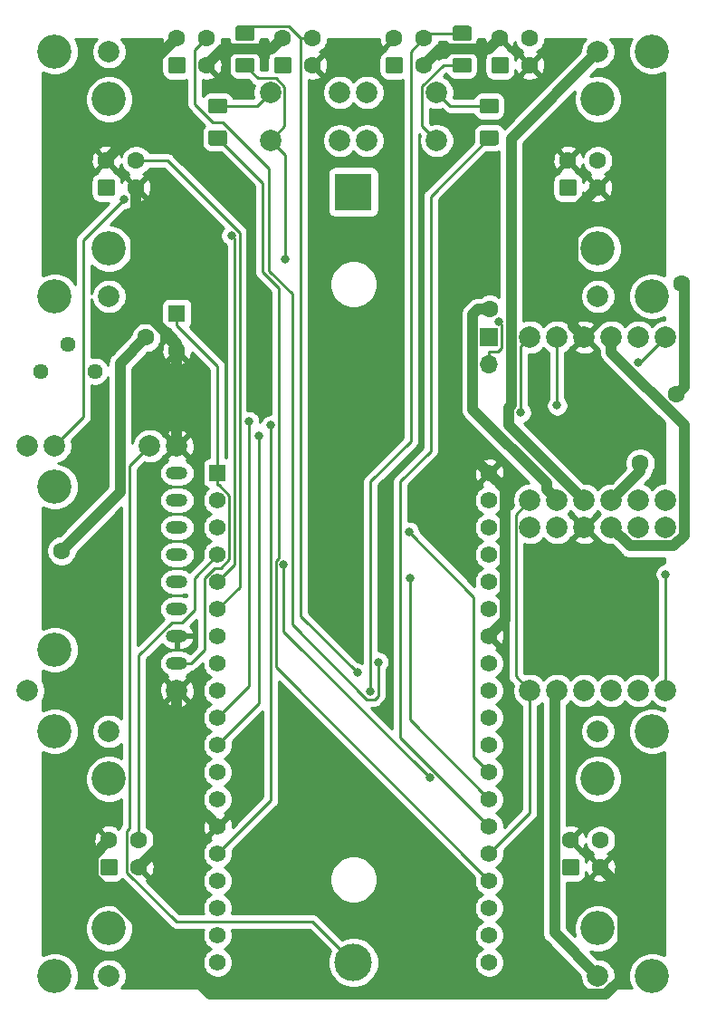
<source format=gbr>
G04 #@! TF.GenerationSoftware,KiCad,Pcbnew,(5.1.5)-3*
G04 #@! TF.CreationDate,2020-03-20T16:20:26+01:00*
G04 #@! TF.ProjectId,SmootherBoard,536d6f6f-7468-4657-9242-6f6172642e6b,rev?*
G04 #@! TF.SameCoordinates,Original*
G04 #@! TF.FileFunction,Copper,L1,Top*
G04 #@! TF.FilePolarity,Positive*
%FSLAX46Y46*%
G04 Gerber Fmt 4.6, Leading zero omitted, Abs format (unit mm)*
G04 Created by KiCad (PCBNEW (5.1.5)-3) date 2020-03-20 16:20:26*
%MOMM*%
%LPD*%
G04 APERTURE LIST*
%ADD10O,1.700000X1.700000*%
%ADD11R,1.700000X1.700000*%
%ADD12C,3.200000*%
%ADD13C,2.000000*%
%ADD14C,1.600000*%
%ADD15R,1.600000X1.600000*%
%ADD16C,1.560000*%
%ADD17R,1.560000X1.560000*%
%ADD18C,0.150000*%
%ADD19O,2.000000X1.200000*%
%ADD20C,1.440000*%
%ADD21R,3.500000X3.500000*%
%ADD22C,3.500000*%
%ADD23C,0.800000*%
%ADD24C,0.250000*%
%ADD25C,1.000000*%
%ADD26C,0.254000*%
G04 APERTURE END LIST*
D10*
X214630000Y-90170000D03*
D11*
X214630000Y-87630000D03*
D12*
X229870000Y-147320000D03*
X229870000Y-124460000D03*
X224790000Y-142875000D03*
X224790000Y-128905000D03*
D13*
X224790000Y-147320000D03*
X224790000Y-124460000D03*
D12*
X173990000Y-124460000D03*
X173990000Y-147320000D03*
X179070000Y-128905000D03*
X179070000Y-142875000D03*
D13*
X179070000Y-124460000D03*
X179070000Y-147320000D03*
D12*
X229870000Y-83820000D03*
X229870000Y-60960000D03*
X224790000Y-79375000D03*
X224790000Y-65405000D03*
D13*
X224790000Y-83820000D03*
X224790000Y-60960000D03*
D12*
X173990000Y-60960000D03*
X173990000Y-83820000D03*
X179070000Y-65405000D03*
X179070000Y-79375000D03*
D13*
X179070000Y-60960000D03*
X179070000Y-83820000D03*
D14*
X185420000Y-88900000D03*
D15*
X185420000Y-85400000D03*
D16*
X214630000Y-146050000D03*
X214630000Y-143510000D03*
X214630000Y-140970000D03*
X214630000Y-138430000D03*
X214630000Y-135890000D03*
X214630000Y-133350000D03*
X214630000Y-130810000D03*
X214630000Y-128270000D03*
X214630000Y-125730000D03*
X214630000Y-123190000D03*
X214630000Y-120650000D03*
X214630000Y-118110000D03*
X214630000Y-115570000D03*
X214630000Y-113030000D03*
X214630000Y-110490000D03*
X214630000Y-107950000D03*
X214630000Y-105410000D03*
X214630000Y-102870000D03*
X214630000Y-100330000D03*
X189230000Y-143510000D03*
X189230000Y-140970000D03*
X189230000Y-138430000D03*
X189230000Y-135890000D03*
X189230000Y-133350000D03*
X189230000Y-130810000D03*
X189230000Y-128270000D03*
X189230000Y-125730000D03*
X189230000Y-123190000D03*
X189230000Y-120650000D03*
X189230000Y-118110000D03*
X189230000Y-115570000D03*
X189230000Y-113030000D03*
X189230000Y-110490000D03*
X189230000Y-107950000D03*
X189230000Y-105410000D03*
X189230000Y-146050000D03*
X189230000Y-102870000D03*
D17*
X189230000Y-100330000D03*
G04 #@! TA.AperFunction,ComponentPad*
D18*
G36*
X216214865Y-61431202D02*
G01*
X216239095Y-61434796D01*
X216262855Y-61440748D01*
X216285918Y-61449000D01*
X216308061Y-61459472D01*
X216329070Y-61472065D01*
X216348745Y-61486657D01*
X216366894Y-61503106D01*
X216383343Y-61521255D01*
X216397935Y-61540930D01*
X216410528Y-61561939D01*
X216421000Y-61584082D01*
X216429252Y-61607145D01*
X216435204Y-61630905D01*
X216438798Y-61655135D01*
X216440000Y-61679600D01*
X216440000Y-62780400D01*
X216438798Y-62804865D01*
X216435204Y-62829095D01*
X216429252Y-62852855D01*
X216421000Y-62875918D01*
X216410528Y-62898061D01*
X216397935Y-62919070D01*
X216383343Y-62938745D01*
X216366894Y-62956894D01*
X216348745Y-62973343D01*
X216329070Y-62987935D01*
X216308061Y-63000528D01*
X216285918Y-63011000D01*
X216262855Y-63019252D01*
X216239095Y-63025204D01*
X216214865Y-63028798D01*
X216190400Y-63030000D01*
X215089600Y-63030000D01*
X215065135Y-63028798D01*
X215040905Y-63025204D01*
X215017145Y-63019252D01*
X214994082Y-63011000D01*
X214971939Y-63000528D01*
X214950930Y-62987935D01*
X214931255Y-62973343D01*
X214913106Y-62956894D01*
X214896657Y-62938745D01*
X214882065Y-62919070D01*
X214869472Y-62898061D01*
X214859000Y-62875918D01*
X214850748Y-62852855D01*
X214844796Y-62829095D01*
X214841202Y-62804865D01*
X214840000Y-62780400D01*
X214840000Y-61679600D01*
X214841202Y-61655135D01*
X214844796Y-61630905D01*
X214850748Y-61607145D01*
X214859000Y-61584082D01*
X214869472Y-61561939D01*
X214882065Y-61540930D01*
X214896657Y-61521255D01*
X214913106Y-61503106D01*
X214931255Y-61486657D01*
X214950930Y-61472065D01*
X214971939Y-61459472D01*
X214994082Y-61449000D01*
X215017145Y-61440748D01*
X215040905Y-61434796D01*
X215065135Y-61431202D01*
X215089600Y-61430000D01*
X216190400Y-61430000D01*
X216214865Y-61431202D01*
G37*
G04 #@! TD.AperFunction*
D14*
X215640000Y-59690000D03*
X218440000Y-59690000D03*
X218440000Y-62230000D03*
G04 #@! TA.AperFunction,ComponentPad*
D18*
G36*
X195894865Y-61431202D02*
G01*
X195919095Y-61434796D01*
X195942855Y-61440748D01*
X195965918Y-61449000D01*
X195988061Y-61459472D01*
X196009070Y-61472065D01*
X196028745Y-61486657D01*
X196046894Y-61503106D01*
X196063343Y-61521255D01*
X196077935Y-61540930D01*
X196090528Y-61561939D01*
X196101000Y-61584082D01*
X196109252Y-61607145D01*
X196115204Y-61630905D01*
X196118798Y-61655135D01*
X196120000Y-61679600D01*
X196120000Y-62780400D01*
X196118798Y-62804865D01*
X196115204Y-62829095D01*
X196109252Y-62852855D01*
X196101000Y-62875918D01*
X196090528Y-62898061D01*
X196077935Y-62919070D01*
X196063343Y-62938745D01*
X196046894Y-62956894D01*
X196028745Y-62973343D01*
X196009070Y-62987935D01*
X195988061Y-63000528D01*
X195965918Y-63011000D01*
X195942855Y-63019252D01*
X195919095Y-63025204D01*
X195894865Y-63028798D01*
X195870400Y-63030000D01*
X194769600Y-63030000D01*
X194745135Y-63028798D01*
X194720905Y-63025204D01*
X194697145Y-63019252D01*
X194674082Y-63011000D01*
X194651939Y-63000528D01*
X194630930Y-62987935D01*
X194611255Y-62973343D01*
X194593106Y-62956894D01*
X194576657Y-62938745D01*
X194562065Y-62919070D01*
X194549472Y-62898061D01*
X194539000Y-62875918D01*
X194530748Y-62852855D01*
X194524796Y-62829095D01*
X194521202Y-62804865D01*
X194520000Y-62780400D01*
X194520000Y-61679600D01*
X194521202Y-61655135D01*
X194524796Y-61630905D01*
X194530748Y-61607145D01*
X194539000Y-61584082D01*
X194549472Y-61561939D01*
X194562065Y-61540930D01*
X194576657Y-61521255D01*
X194593106Y-61503106D01*
X194611255Y-61486657D01*
X194630930Y-61472065D01*
X194651939Y-61459472D01*
X194674082Y-61449000D01*
X194697145Y-61440748D01*
X194720905Y-61434796D01*
X194745135Y-61431202D01*
X194769600Y-61430000D01*
X195870400Y-61430000D01*
X195894865Y-61431202D01*
G37*
G04 #@! TD.AperFunction*
D14*
X195320000Y-59690000D03*
X198120000Y-59690000D03*
X198120000Y-62230000D03*
G04 #@! TA.AperFunction,ComponentPad*
D18*
G36*
X206314865Y-61431202D02*
G01*
X206339095Y-61434796D01*
X206362855Y-61440748D01*
X206385918Y-61449000D01*
X206408061Y-61459472D01*
X206429070Y-61472065D01*
X206448745Y-61486657D01*
X206466894Y-61503106D01*
X206483343Y-61521255D01*
X206497935Y-61540930D01*
X206510528Y-61561939D01*
X206521000Y-61584082D01*
X206529252Y-61607145D01*
X206535204Y-61630905D01*
X206538798Y-61655135D01*
X206540000Y-61679600D01*
X206540000Y-62780400D01*
X206538798Y-62804865D01*
X206535204Y-62829095D01*
X206529252Y-62852855D01*
X206521000Y-62875918D01*
X206510528Y-62898061D01*
X206497935Y-62919070D01*
X206483343Y-62938745D01*
X206466894Y-62956894D01*
X206448745Y-62973343D01*
X206429070Y-62987935D01*
X206408061Y-63000528D01*
X206385918Y-63011000D01*
X206362855Y-63019252D01*
X206339095Y-63025204D01*
X206314865Y-63028798D01*
X206290400Y-63030000D01*
X205189600Y-63030000D01*
X205165135Y-63028798D01*
X205140905Y-63025204D01*
X205117145Y-63019252D01*
X205094082Y-63011000D01*
X205071939Y-63000528D01*
X205050930Y-62987935D01*
X205031255Y-62973343D01*
X205013106Y-62956894D01*
X204996657Y-62938745D01*
X204982065Y-62919070D01*
X204969472Y-62898061D01*
X204959000Y-62875918D01*
X204950748Y-62852855D01*
X204944796Y-62829095D01*
X204941202Y-62804865D01*
X204940000Y-62780400D01*
X204940000Y-61679600D01*
X204941202Y-61655135D01*
X204944796Y-61630905D01*
X204950748Y-61607145D01*
X204959000Y-61584082D01*
X204969472Y-61561939D01*
X204982065Y-61540930D01*
X204996657Y-61521255D01*
X205013106Y-61503106D01*
X205031255Y-61486657D01*
X205050930Y-61472065D01*
X205071939Y-61459472D01*
X205094082Y-61449000D01*
X205117145Y-61440748D01*
X205140905Y-61434796D01*
X205165135Y-61431202D01*
X205189600Y-61430000D01*
X206290400Y-61430000D01*
X206314865Y-61431202D01*
G37*
G04 #@! TD.AperFunction*
D14*
X205740000Y-59690000D03*
X208540000Y-59690000D03*
X208540000Y-62230000D03*
G04 #@! TA.AperFunction,ComponentPad*
D18*
G36*
X185994865Y-61431202D02*
G01*
X186019095Y-61434796D01*
X186042855Y-61440748D01*
X186065918Y-61449000D01*
X186088061Y-61459472D01*
X186109070Y-61472065D01*
X186128745Y-61486657D01*
X186146894Y-61503106D01*
X186163343Y-61521255D01*
X186177935Y-61540930D01*
X186190528Y-61561939D01*
X186201000Y-61584082D01*
X186209252Y-61607145D01*
X186215204Y-61630905D01*
X186218798Y-61655135D01*
X186220000Y-61679600D01*
X186220000Y-62780400D01*
X186218798Y-62804865D01*
X186215204Y-62829095D01*
X186209252Y-62852855D01*
X186201000Y-62875918D01*
X186190528Y-62898061D01*
X186177935Y-62919070D01*
X186163343Y-62938745D01*
X186146894Y-62956894D01*
X186128745Y-62973343D01*
X186109070Y-62987935D01*
X186088061Y-63000528D01*
X186065918Y-63011000D01*
X186042855Y-63019252D01*
X186019095Y-63025204D01*
X185994865Y-63028798D01*
X185970400Y-63030000D01*
X184869600Y-63030000D01*
X184845135Y-63028798D01*
X184820905Y-63025204D01*
X184797145Y-63019252D01*
X184774082Y-63011000D01*
X184751939Y-63000528D01*
X184730930Y-62987935D01*
X184711255Y-62973343D01*
X184693106Y-62956894D01*
X184676657Y-62938745D01*
X184662065Y-62919070D01*
X184649472Y-62898061D01*
X184639000Y-62875918D01*
X184630748Y-62852855D01*
X184624796Y-62829095D01*
X184621202Y-62804865D01*
X184620000Y-62780400D01*
X184620000Y-61679600D01*
X184621202Y-61655135D01*
X184624796Y-61630905D01*
X184630748Y-61607145D01*
X184639000Y-61584082D01*
X184649472Y-61561939D01*
X184662065Y-61540930D01*
X184676657Y-61521255D01*
X184693106Y-61503106D01*
X184711255Y-61486657D01*
X184730930Y-61472065D01*
X184751939Y-61459472D01*
X184774082Y-61449000D01*
X184797145Y-61440748D01*
X184820905Y-61434796D01*
X184845135Y-61431202D01*
X184869600Y-61430000D01*
X185970400Y-61430000D01*
X185994865Y-61431202D01*
G37*
G04 #@! TD.AperFunction*
D14*
X185420000Y-59690000D03*
X188220000Y-59690000D03*
X188220000Y-62230000D03*
G04 #@! TA.AperFunction,SMDPad,CuDef*
D18*
G36*
X192419504Y-58543704D02*
G01*
X192443773Y-58547304D01*
X192467571Y-58553265D01*
X192490671Y-58561530D01*
X192512849Y-58572020D01*
X192533893Y-58584633D01*
X192553598Y-58599247D01*
X192571777Y-58615723D01*
X192588253Y-58633902D01*
X192602867Y-58653607D01*
X192615480Y-58674651D01*
X192625970Y-58696829D01*
X192634235Y-58719929D01*
X192640196Y-58743727D01*
X192643796Y-58767996D01*
X192645000Y-58792500D01*
X192645000Y-59717500D01*
X192643796Y-59742004D01*
X192640196Y-59766273D01*
X192634235Y-59790071D01*
X192625970Y-59813171D01*
X192615480Y-59835349D01*
X192602867Y-59856393D01*
X192588253Y-59876098D01*
X192571777Y-59894277D01*
X192553598Y-59910753D01*
X192533893Y-59925367D01*
X192512849Y-59937980D01*
X192490671Y-59948470D01*
X192467571Y-59956735D01*
X192443773Y-59962696D01*
X192419504Y-59966296D01*
X192395000Y-59967500D01*
X191145000Y-59967500D01*
X191120496Y-59966296D01*
X191096227Y-59962696D01*
X191072429Y-59956735D01*
X191049329Y-59948470D01*
X191027151Y-59937980D01*
X191006107Y-59925367D01*
X190986402Y-59910753D01*
X190968223Y-59894277D01*
X190951747Y-59876098D01*
X190937133Y-59856393D01*
X190924520Y-59835349D01*
X190914030Y-59813171D01*
X190905765Y-59790071D01*
X190899804Y-59766273D01*
X190896204Y-59742004D01*
X190895000Y-59717500D01*
X190895000Y-58792500D01*
X190896204Y-58767996D01*
X190899804Y-58743727D01*
X190905765Y-58719929D01*
X190914030Y-58696829D01*
X190924520Y-58674651D01*
X190937133Y-58653607D01*
X190951747Y-58633902D01*
X190968223Y-58615723D01*
X190986402Y-58599247D01*
X191006107Y-58584633D01*
X191027151Y-58572020D01*
X191049329Y-58561530D01*
X191072429Y-58553265D01*
X191096227Y-58547304D01*
X191120496Y-58543704D01*
X191145000Y-58542500D01*
X192395000Y-58542500D01*
X192419504Y-58543704D01*
G37*
G04 #@! TD.AperFunction*
G04 #@! TA.AperFunction,SMDPad,CuDef*
G36*
X192419504Y-61518704D02*
G01*
X192443773Y-61522304D01*
X192467571Y-61528265D01*
X192490671Y-61536530D01*
X192512849Y-61547020D01*
X192533893Y-61559633D01*
X192553598Y-61574247D01*
X192571777Y-61590723D01*
X192588253Y-61608902D01*
X192602867Y-61628607D01*
X192615480Y-61649651D01*
X192625970Y-61671829D01*
X192634235Y-61694929D01*
X192640196Y-61718727D01*
X192643796Y-61742996D01*
X192645000Y-61767500D01*
X192645000Y-62692500D01*
X192643796Y-62717004D01*
X192640196Y-62741273D01*
X192634235Y-62765071D01*
X192625970Y-62788171D01*
X192615480Y-62810349D01*
X192602867Y-62831393D01*
X192588253Y-62851098D01*
X192571777Y-62869277D01*
X192553598Y-62885753D01*
X192533893Y-62900367D01*
X192512849Y-62912980D01*
X192490671Y-62923470D01*
X192467571Y-62931735D01*
X192443773Y-62937696D01*
X192419504Y-62941296D01*
X192395000Y-62942500D01*
X191145000Y-62942500D01*
X191120496Y-62941296D01*
X191096227Y-62937696D01*
X191072429Y-62931735D01*
X191049329Y-62923470D01*
X191027151Y-62912980D01*
X191006107Y-62900367D01*
X190986402Y-62885753D01*
X190968223Y-62869277D01*
X190951747Y-62851098D01*
X190937133Y-62831393D01*
X190924520Y-62810349D01*
X190914030Y-62788171D01*
X190905765Y-62765071D01*
X190899804Y-62741273D01*
X190896204Y-62717004D01*
X190895000Y-62692500D01*
X190895000Y-61767500D01*
X190896204Y-61742996D01*
X190899804Y-61718727D01*
X190905765Y-61694929D01*
X190914030Y-61671829D01*
X190924520Y-61649651D01*
X190937133Y-61628607D01*
X190951747Y-61608902D01*
X190968223Y-61590723D01*
X190986402Y-61574247D01*
X191006107Y-61559633D01*
X191027151Y-61547020D01*
X191049329Y-61536530D01*
X191072429Y-61528265D01*
X191096227Y-61522304D01*
X191120496Y-61518704D01*
X191145000Y-61517500D01*
X192395000Y-61517500D01*
X192419504Y-61518704D01*
G37*
G04 #@! TD.AperFunction*
G04 #@! TA.AperFunction,SMDPad,CuDef*
G36*
X212739504Y-58543704D02*
G01*
X212763773Y-58547304D01*
X212787571Y-58553265D01*
X212810671Y-58561530D01*
X212832849Y-58572020D01*
X212853893Y-58584633D01*
X212873598Y-58599247D01*
X212891777Y-58615723D01*
X212908253Y-58633902D01*
X212922867Y-58653607D01*
X212935480Y-58674651D01*
X212945970Y-58696829D01*
X212954235Y-58719929D01*
X212960196Y-58743727D01*
X212963796Y-58767996D01*
X212965000Y-58792500D01*
X212965000Y-59717500D01*
X212963796Y-59742004D01*
X212960196Y-59766273D01*
X212954235Y-59790071D01*
X212945970Y-59813171D01*
X212935480Y-59835349D01*
X212922867Y-59856393D01*
X212908253Y-59876098D01*
X212891777Y-59894277D01*
X212873598Y-59910753D01*
X212853893Y-59925367D01*
X212832849Y-59937980D01*
X212810671Y-59948470D01*
X212787571Y-59956735D01*
X212763773Y-59962696D01*
X212739504Y-59966296D01*
X212715000Y-59967500D01*
X211465000Y-59967500D01*
X211440496Y-59966296D01*
X211416227Y-59962696D01*
X211392429Y-59956735D01*
X211369329Y-59948470D01*
X211347151Y-59937980D01*
X211326107Y-59925367D01*
X211306402Y-59910753D01*
X211288223Y-59894277D01*
X211271747Y-59876098D01*
X211257133Y-59856393D01*
X211244520Y-59835349D01*
X211234030Y-59813171D01*
X211225765Y-59790071D01*
X211219804Y-59766273D01*
X211216204Y-59742004D01*
X211215000Y-59717500D01*
X211215000Y-58792500D01*
X211216204Y-58767996D01*
X211219804Y-58743727D01*
X211225765Y-58719929D01*
X211234030Y-58696829D01*
X211244520Y-58674651D01*
X211257133Y-58653607D01*
X211271747Y-58633902D01*
X211288223Y-58615723D01*
X211306402Y-58599247D01*
X211326107Y-58584633D01*
X211347151Y-58572020D01*
X211369329Y-58561530D01*
X211392429Y-58553265D01*
X211416227Y-58547304D01*
X211440496Y-58543704D01*
X211465000Y-58542500D01*
X212715000Y-58542500D01*
X212739504Y-58543704D01*
G37*
G04 #@! TD.AperFunction*
G04 #@! TA.AperFunction,SMDPad,CuDef*
G36*
X212739504Y-61518704D02*
G01*
X212763773Y-61522304D01*
X212787571Y-61528265D01*
X212810671Y-61536530D01*
X212832849Y-61547020D01*
X212853893Y-61559633D01*
X212873598Y-61574247D01*
X212891777Y-61590723D01*
X212908253Y-61608902D01*
X212922867Y-61628607D01*
X212935480Y-61649651D01*
X212945970Y-61671829D01*
X212954235Y-61694929D01*
X212960196Y-61718727D01*
X212963796Y-61742996D01*
X212965000Y-61767500D01*
X212965000Y-62692500D01*
X212963796Y-62717004D01*
X212960196Y-62741273D01*
X212954235Y-62765071D01*
X212945970Y-62788171D01*
X212935480Y-62810349D01*
X212922867Y-62831393D01*
X212908253Y-62851098D01*
X212891777Y-62869277D01*
X212873598Y-62885753D01*
X212853893Y-62900367D01*
X212832849Y-62912980D01*
X212810671Y-62923470D01*
X212787571Y-62931735D01*
X212763773Y-62937696D01*
X212739504Y-62941296D01*
X212715000Y-62942500D01*
X211465000Y-62942500D01*
X211440496Y-62941296D01*
X211416227Y-62937696D01*
X211392429Y-62931735D01*
X211369329Y-62923470D01*
X211347151Y-62912980D01*
X211326107Y-62900367D01*
X211306402Y-62885753D01*
X211288223Y-62869277D01*
X211271747Y-62851098D01*
X211257133Y-62831393D01*
X211244520Y-62810349D01*
X211234030Y-62788171D01*
X211225765Y-62765071D01*
X211219804Y-62741273D01*
X211216204Y-62717004D01*
X211215000Y-62692500D01*
X211215000Y-61767500D01*
X211216204Y-61742996D01*
X211219804Y-61718727D01*
X211225765Y-61694929D01*
X211234030Y-61671829D01*
X211244520Y-61649651D01*
X211257133Y-61628607D01*
X211271747Y-61608902D01*
X211288223Y-61590723D01*
X211306402Y-61574247D01*
X211326107Y-61559633D01*
X211347151Y-61547020D01*
X211369329Y-61536530D01*
X211392429Y-61528265D01*
X211416227Y-61522304D01*
X211440496Y-61518704D01*
X211465000Y-61517500D01*
X212715000Y-61517500D01*
X212739504Y-61518704D01*
G37*
G04 #@! TD.AperFunction*
G04 #@! TA.AperFunction,ComponentPad*
G36*
X222824865Y-136361202D02*
G01*
X222849095Y-136364796D01*
X222872855Y-136370748D01*
X222895918Y-136379000D01*
X222918061Y-136389472D01*
X222939070Y-136402065D01*
X222958745Y-136416657D01*
X222976894Y-136433106D01*
X222993343Y-136451255D01*
X223007935Y-136470930D01*
X223020528Y-136491939D01*
X223031000Y-136514082D01*
X223039252Y-136537145D01*
X223045204Y-136560905D01*
X223048798Y-136585135D01*
X223050000Y-136609600D01*
X223050000Y-137710400D01*
X223048798Y-137734865D01*
X223045204Y-137759095D01*
X223039252Y-137782855D01*
X223031000Y-137805918D01*
X223020528Y-137828061D01*
X223007935Y-137849070D01*
X222993343Y-137868745D01*
X222976894Y-137886894D01*
X222958745Y-137903343D01*
X222939070Y-137917935D01*
X222918061Y-137930528D01*
X222895918Y-137941000D01*
X222872855Y-137949252D01*
X222849095Y-137955204D01*
X222824865Y-137958798D01*
X222800400Y-137960000D01*
X221699600Y-137960000D01*
X221675135Y-137958798D01*
X221650905Y-137955204D01*
X221627145Y-137949252D01*
X221604082Y-137941000D01*
X221581939Y-137930528D01*
X221560930Y-137917935D01*
X221541255Y-137903343D01*
X221523106Y-137886894D01*
X221506657Y-137868745D01*
X221492065Y-137849070D01*
X221479472Y-137828061D01*
X221469000Y-137805918D01*
X221460748Y-137782855D01*
X221454796Y-137759095D01*
X221451202Y-137734865D01*
X221450000Y-137710400D01*
X221450000Y-136609600D01*
X221451202Y-136585135D01*
X221454796Y-136560905D01*
X221460748Y-136537145D01*
X221469000Y-136514082D01*
X221479472Y-136491939D01*
X221492065Y-136470930D01*
X221506657Y-136451255D01*
X221523106Y-136433106D01*
X221541255Y-136416657D01*
X221560930Y-136402065D01*
X221581939Y-136389472D01*
X221604082Y-136379000D01*
X221627145Y-136370748D01*
X221650905Y-136364796D01*
X221675135Y-136361202D01*
X221699600Y-136360000D01*
X222800400Y-136360000D01*
X222824865Y-136361202D01*
G37*
G04 #@! TD.AperFunction*
D14*
X222250000Y-134620000D03*
X225050000Y-134620000D03*
X225050000Y-137160000D03*
G04 #@! TA.AperFunction,ComponentPad*
D18*
G36*
X222564865Y-72861202D02*
G01*
X222589095Y-72864796D01*
X222612855Y-72870748D01*
X222635918Y-72879000D01*
X222658061Y-72889472D01*
X222679070Y-72902065D01*
X222698745Y-72916657D01*
X222716894Y-72933106D01*
X222733343Y-72951255D01*
X222747935Y-72970930D01*
X222760528Y-72991939D01*
X222771000Y-73014082D01*
X222779252Y-73037145D01*
X222785204Y-73060905D01*
X222788798Y-73085135D01*
X222790000Y-73109600D01*
X222790000Y-74210400D01*
X222788798Y-74234865D01*
X222785204Y-74259095D01*
X222779252Y-74282855D01*
X222771000Y-74305918D01*
X222760528Y-74328061D01*
X222747935Y-74349070D01*
X222733343Y-74368745D01*
X222716894Y-74386894D01*
X222698745Y-74403343D01*
X222679070Y-74417935D01*
X222658061Y-74430528D01*
X222635918Y-74441000D01*
X222612855Y-74449252D01*
X222589095Y-74455204D01*
X222564865Y-74458798D01*
X222540400Y-74460000D01*
X221439600Y-74460000D01*
X221415135Y-74458798D01*
X221390905Y-74455204D01*
X221367145Y-74449252D01*
X221344082Y-74441000D01*
X221321939Y-74430528D01*
X221300930Y-74417935D01*
X221281255Y-74403343D01*
X221263106Y-74386894D01*
X221246657Y-74368745D01*
X221232065Y-74349070D01*
X221219472Y-74328061D01*
X221209000Y-74305918D01*
X221200748Y-74282855D01*
X221194796Y-74259095D01*
X221191202Y-74234865D01*
X221190000Y-74210400D01*
X221190000Y-73109600D01*
X221191202Y-73085135D01*
X221194796Y-73060905D01*
X221200748Y-73037145D01*
X221209000Y-73014082D01*
X221219472Y-72991939D01*
X221232065Y-72970930D01*
X221246657Y-72951255D01*
X221263106Y-72933106D01*
X221281255Y-72916657D01*
X221300930Y-72902065D01*
X221321939Y-72889472D01*
X221344082Y-72879000D01*
X221367145Y-72870748D01*
X221390905Y-72864796D01*
X221415135Y-72861202D01*
X221439600Y-72860000D01*
X222540400Y-72860000D01*
X222564865Y-72861202D01*
G37*
G04 #@! TD.AperFunction*
D14*
X221990000Y-71120000D03*
X224790000Y-71120000D03*
X224790000Y-73660000D03*
D13*
X218440000Y-102870000D03*
X220980000Y-102870000D03*
X223520000Y-102870000D03*
X226060000Y-102870000D03*
X228600000Y-102870000D03*
X231140000Y-102870000D03*
X231140000Y-87630000D03*
X228600000Y-87630000D03*
X226060000Y-87630000D03*
X223520000Y-87630000D03*
X220980000Y-87630000D03*
X218440000Y-87630000D03*
X218440000Y-120650000D03*
X220980000Y-120650000D03*
X223520000Y-120650000D03*
X226060000Y-120650000D03*
X228600000Y-120650000D03*
X231140000Y-120650000D03*
X231140000Y-105410000D03*
X228600000Y-105410000D03*
X226060000Y-105410000D03*
X223520000Y-105410000D03*
X220980000Y-105410000D03*
X218440000Y-105410000D03*
G04 #@! TA.AperFunction,ComponentPad*
D18*
G36*
X179644865Y-136361202D02*
G01*
X179669095Y-136364796D01*
X179692855Y-136370748D01*
X179715918Y-136379000D01*
X179738061Y-136389472D01*
X179759070Y-136402065D01*
X179778745Y-136416657D01*
X179796894Y-136433106D01*
X179813343Y-136451255D01*
X179827935Y-136470930D01*
X179840528Y-136491939D01*
X179851000Y-136514082D01*
X179859252Y-136537145D01*
X179865204Y-136560905D01*
X179868798Y-136585135D01*
X179870000Y-136609600D01*
X179870000Y-137710400D01*
X179868798Y-137734865D01*
X179865204Y-137759095D01*
X179859252Y-137782855D01*
X179851000Y-137805918D01*
X179840528Y-137828061D01*
X179827935Y-137849070D01*
X179813343Y-137868745D01*
X179796894Y-137886894D01*
X179778745Y-137903343D01*
X179759070Y-137917935D01*
X179738061Y-137930528D01*
X179715918Y-137941000D01*
X179692855Y-137949252D01*
X179669095Y-137955204D01*
X179644865Y-137958798D01*
X179620400Y-137960000D01*
X178519600Y-137960000D01*
X178495135Y-137958798D01*
X178470905Y-137955204D01*
X178447145Y-137949252D01*
X178424082Y-137941000D01*
X178401939Y-137930528D01*
X178380930Y-137917935D01*
X178361255Y-137903343D01*
X178343106Y-137886894D01*
X178326657Y-137868745D01*
X178312065Y-137849070D01*
X178299472Y-137828061D01*
X178289000Y-137805918D01*
X178280748Y-137782855D01*
X178274796Y-137759095D01*
X178271202Y-137734865D01*
X178270000Y-137710400D01*
X178270000Y-136609600D01*
X178271202Y-136585135D01*
X178274796Y-136560905D01*
X178280748Y-136537145D01*
X178289000Y-136514082D01*
X178299472Y-136491939D01*
X178312065Y-136470930D01*
X178326657Y-136451255D01*
X178343106Y-136433106D01*
X178361255Y-136416657D01*
X178380930Y-136402065D01*
X178401939Y-136389472D01*
X178424082Y-136379000D01*
X178447145Y-136370748D01*
X178470905Y-136364796D01*
X178495135Y-136361202D01*
X178519600Y-136360000D01*
X179620400Y-136360000D01*
X179644865Y-136361202D01*
G37*
G04 #@! TD.AperFunction*
D14*
X179070000Y-134620000D03*
X181870000Y-134620000D03*
X181870000Y-137160000D03*
G04 #@! TA.AperFunction,ComponentPad*
D18*
G36*
X179384865Y-72861202D02*
G01*
X179409095Y-72864796D01*
X179432855Y-72870748D01*
X179455918Y-72879000D01*
X179478061Y-72889472D01*
X179499070Y-72902065D01*
X179518745Y-72916657D01*
X179536894Y-72933106D01*
X179553343Y-72951255D01*
X179567935Y-72970930D01*
X179580528Y-72991939D01*
X179591000Y-73014082D01*
X179599252Y-73037145D01*
X179605204Y-73060905D01*
X179608798Y-73085135D01*
X179610000Y-73109600D01*
X179610000Y-74210400D01*
X179608798Y-74234865D01*
X179605204Y-74259095D01*
X179599252Y-74282855D01*
X179591000Y-74305918D01*
X179580528Y-74328061D01*
X179567935Y-74349070D01*
X179553343Y-74368745D01*
X179536894Y-74386894D01*
X179518745Y-74403343D01*
X179499070Y-74417935D01*
X179478061Y-74430528D01*
X179455918Y-74441000D01*
X179432855Y-74449252D01*
X179409095Y-74455204D01*
X179384865Y-74458798D01*
X179360400Y-74460000D01*
X178259600Y-74460000D01*
X178235135Y-74458798D01*
X178210905Y-74455204D01*
X178187145Y-74449252D01*
X178164082Y-74441000D01*
X178141939Y-74430528D01*
X178120930Y-74417935D01*
X178101255Y-74403343D01*
X178083106Y-74386894D01*
X178066657Y-74368745D01*
X178052065Y-74349070D01*
X178039472Y-74328061D01*
X178029000Y-74305918D01*
X178020748Y-74282855D01*
X178014796Y-74259095D01*
X178011202Y-74234865D01*
X178010000Y-74210400D01*
X178010000Y-73109600D01*
X178011202Y-73085135D01*
X178014796Y-73060905D01*
X178020748Y-73037145D01*
X178029000Y-73014082D01*
X178039472Y-72991939D01*
X178052065Y-72970930D01*
X178066657Y-72951255D01*
X178083106Y-72933106D01*
X178101255Y-72916657D01*
X178120930Y-72902065D01*
X178141939Y-72889472D01*
X178164082Y-72879000D01*
X178187145Y-72870748D01*
X178210905Y-72864796D01*
X178235135Y-72861202D01*
X178259600Y-72860000D01*
X179360400Y-72860000D01*
X179384865Y-72861202D01*
G37*
G04 #@! TD.AperFunction*
D14*
X178810000Y-71120000D03*
X181610000Y-71120000D03*
X181610000Y-73660000D03*
D13*
X171450000Y-97790000D03*
X185420000Y-97790000D03*
X182880000Y-97790000D03*
X173990000Y-97790000D03*
X185420000Y-120650000D03*
X171450000Y-120650000D03*
D12*
X173990000Y-101600000D03*
X173990000Y-116840000D03*
D19*
X185420000Y-100330000D03*
X185420000Y-102870000D03*
X185420000Y-105410000D03*
X185420000Y-107950000D03*
X185420000Y-110490000D03*
X185420000Y-113030000D03*
X185420000Y-115570000D03*
X185420000Y-118110000D03*
D13*
X209700000Y-64770000D03*
X209700000Y-69270000D03*
X203200000Y-64770000D03*
X203200000Y-69270000D03*
X200660000Y-64770000D03*
X200660000Y-69270000D03*
X194160000Y-64770000D03*
X194160000Y-69270000D03*
D20*
X177735000Y-90815000D03*
X175195000Y-88275000D03*
X172655000Y-90815000D03*
G04 #@! TA.AperFunction,SMDPad,CuDef*
D18*
G36*
X215279504Y-65328704D02*
G01*
X215303773Y-65332304D01*
X215327571Y-65338265D01*
X215350671Y-65346530D01*
X215372849Y-65357020D01*
X215393893Y-65369633D01*
X215413598Y-65384247D01*
X215431777Y-65400723D01*
X215448253Y-65418902D01*
X215462867Y-65438607D01*
X215475480Y-65459651D01*
X215485970Y-65481829D01*
X215494235Y-65504929D01*
X215500196Y-65528727D01*
X215503796Y-65552996D01*
X215505000Y-65577500D01*
X215505000Y-66502500D01*
X215503796Y-66527004D01*
X215500196Y-66551273D01*
X215494235Y-66575071D01*
X215485970Y-66598171D01*
X215475480Y-66620349D01*
X215462867Y-66641393D01*
X215448253Y-66661098D01*
X215431777Y-66679277D01*
X215413598Y-66695753D01*
X215393893Y-66710367D01*
X215372849Y-66722980D01*
X215350671Y-66733470D01*
X215327571Y-66741735D01*
X215303773Y-66747696D01*
X215279504Y-66751296D01*
X215255000Y-66752500D01*
X214005000Y-66752500D01*
X213980496Y-66751296D01*
X213956227Y-66747696D01*
X213932429Y-66741735D01*
X213909329Y-66733470D01*
X213887151Y-66722980D01*
X213866107Y-66710367D01*
X213846402Y-66695753D01*
X213828223Y-66679277D01*
X213811747Y-66661098D01*
X213797133Y-66641393D01*
X213784520Y-66620349D01*
X213774030Y-66598171D01*
X213765765Y-66575071D01*
X213759804Y-66551273D01*
X213756204Y-66527004D01*
X213755000Y-66502500D01*
X213755000Y-65577500D01*
X213756204Y-65552996D01*
X213759804Y-65528727D01*
X213765765Y-65504929D01*
X213774030Y-65481829D01*
X213784520Y-65459651D01*
X213797133Y-65438607D01*
X213811747Y-65418902D01*
X213828223Y-65400723D01*
X213846402Y-65384247D01*
X213866107Y-65369633D01*
X213887151Y-65357020D01*
X213909329Y-65346530D01*
X213932429Y-65338265D01*
X213956227Y-65332304D01*
X213980496Y-65328704D01*
X214005000Y-65327500D01*
X215255000Y-65327500D01*
X215279504Y-65328704D01*
G37*
G04 #@! TD.AperFunction*
G04 #@! TA.AperFunction,SMDPad,CuDef*
G36*
X215279504Y-68303704D02*
G01*
X215303773Y-68307304D01*
X215327571Y-68313265D01*
X215350671Y-68321530D01*
X215372849Y-68332020D01*
X215393893Y-68344633D01*
X215413598Y-68359247D01*
X215431777Y-68375723D01*
X215448253Y-68393902D01*
X215462867Y-68413607D01*
X215475480Y-68434651D01*
X215485970Y-68456829D01*
X215494235Y-68479929D01*
X215500196Y-68503727D01*
X215503796Y-68527996D01*
X215505000Y-68552500D01*
X215505000Y-69477500D01*
X215503796Y-69502004D01*
X215500196Y-69526273D01*
X215494235Y-69550071D01*
X215485970Y-69573171D01*
X215475480Y-69595349D01*
X215462867Y-69616393D01*
X215448253Y-69636098D01*
X215431777Y-69654277D01*
X215413598Y-69670753D01*
X215393893Y-69685367D01*
X215372849Y-69697980D01*
X215350671Y-69708470D01*
X215327571Y-69716735D01*
X215303773Y-69722696D01*
X215279504Y-69726296D01*
X215255000Y-69727500D01*
X214005000Y-69727500D01*
X213980496Y-69726296D01*
X213956227Y-69722696D01*
X213932429Y-69716735D01*
X213909329Y-69708470D01*
X213887151Y-69697980D01*
X213866107Y-69685367D01*
X213846402Y-69670753D01*
X213828223Y-69654277D01*
X213811747Y-69636098D01*
X213797133Y-69616393D01*
X213784520Y-69595349D01*
X213774030Y-69573171D01*
X213765765Y-69550071D01*
X213759804Y-69526273D01*
X213756204Y-69502004D01*
X213755000Y-69477500D01*
X213755000Y-68552500D01*
X213756204Y-68527996D01*
X213759804Y-68503727D01*
X213765765Y-68479929D01*
X213774030Y-68456829D01*
X213784520Y-68434651D01*
X213797133Y-68413607D01*
X213811747Y-68393902D01*
X213828223Y-68375723D01*
X213846402Y-68359247D01*
X213866107Y-68344633D01*
X213887151Y-68332020D01*
X213909329Y-68321530D01*
X213932429Y-68313265D01*
X213956227Y-68307304D01*
X213980496Y-68303704D01*
X214005000Y-68302500D01*
X215255000Y-68302500D01*
X215279504Y-68303704D01*
G37*
G04 #@! TD.AperFunction*
G04 #@! TA.AperFunction,SMDPad,CuDef*
G36*
X189879504Y-65328704D02*
G01*
X189903773Y-65332304D01*
X189927571Y-65338265D01*
X189950671Y-65346530D01*
X189972849Y-65357020D01*
X189993893Y-65369633D01*
X190013598Y-65384247D01*
X190031777Y-65400723D01*
X190048253Y-65418902D01*
X190062867Y-65438607D01*
X190075480Y-65459651D01*
X190085970Y-65481829D01*
X190094235Y-65504929D01*
X190100196Y-65528727D01*
X190103796Y-65552996D01*
X190105000Y-65577500D01*
X190105000Y-66502500D01*
X190103796Y-66527004D01*
X190100196Y-66551273D01*
X190094235Y-66575071D01*
X190085970Y-66598171D01*
X190075480Y-66620349D01*
X190062867Y-66641393D01*
X190048253Y-66661098D01*
X190031777Y-66679277D01*
X190013598Y-66695753D01*
X189993893Y-66710367D01*
X189972849Y-66722980D01*
X189950671Y-66733470D01*
X189927571Y-66741735D01*
X189903773Y-66747696D01*
X189879504Y-66751296D01*
X189855000Y-66752500D01*
X188605000Y-66752500D01*
X188580496Y-66751296D01*
X188556227Y-66747696D01*
X188532429Y-66741735D01*
X188509329Y-66733470D01*
X188487151Y-66722980D01*
X188466107Y-66710367D01*
X188446402Y-66695753D01*
X188428223Y-66679277D01*
X188411747Y-66661098D01*
X188397133Y-66641393D01*
X188384520Y-66620349D01*
X188374030Y-66598171D01*
X188365765Y-66575071D01*
X188359804Y-66551273D01*
X188356204Y-66527004D01*
X188355000Y-66502500D01*
X188355000Y-65577500D01*
X188356204Y-65552996D01*
X188359804Y-65528727D01*
X188365765Y-65504929D01*
X188374030Y-65481829D01*
X188384520Y-65459651D01*
X188397133Y-65438607D01*
X188411747Y-65418902D01*
X188428223Y-65400723D01*
X188446402Y-65384247D01*
X188466107Y-65369633D01*
X188487151Y-65357020D01*
X188509329Y-65346530D01*
X188532429Y-65338265D01*
X188556227Y-65332304D01*
X188580496Y-65328704D01*
X188605000Y-65327500D01*
X189855000Y-65327500D01*
X189879504Y-65328704D01*
G37*
G04 #@! TD.AperFunction*
G04 #@! TA.AperFunction,SMDPad,CuDef*
G36*
X189879504Y-68303704D02*
G01*
X189903773Y-68307304D01*
X189927571Y-68313265D01*
X189950671Y-68321530D01*
X189972849Y-68332020D01*
X189993893Y-68344633D01*
X190013598Y-68359247D01*
X190031777Y-68375723D01*
X190048253Y-68393902D01*
X190062867Y-68413607D01*
X190075480Y-68434651D01*
X190085970Y-68456829D01*
X190094235Y-68479929D01*
X190100196Y-68503727D01*
X190103796Y-68527996D01*
X190105000Y-68552500D01*
X190105000Y-69477500D01*
X190103796Y-69502004D01*
X190100196Y-69526273D01*
X190094235Y-69550071D01*
X190085970Y-69573171D01*
X190075480Y-69595349D01*
X190062867Y-69616393D01*
X190048253Y-69636098D01*
X190031777Y-69654277D01*
X190013598Y-69670753D01*
X189993893Y-69685367D01*
X189972849Y-69697980D01*
X189950671Y-69708470D01*
X189927571Y-69716735D01*
X189903773Y-69722696D01*
X189879504Y-69726296D01*
X189855000Y-69727500D01*
X188605000Y-69727500D01*
X188580496Y-69726296D01*
X188556227Y-69722696D01*
X188532429Y-69716735D01*
X188509329Y-69708470D01*
X188487151Y-69697980D01*
X188466107Y-69685367D01*
X188446402Y-69670753D01*
X188428223Y-69654277D01*
X188411747Y-69636098D01*
X188397133Y-69616393D01*
X188384520Y-69595349D01*
X188374030Y-69573171D01*
X188365765Y-69550071D01*
X188359804Y-69526273D01*
X188356204Y-69502004D01*
X188355000Y-69477500D01*
X188355000Y-68552500D01*
X188356204Y-68527996D01*
X188359804Y-68503727D01*
X188365765Y-68479929D01*
X188374030Y-68456829D01*
X188384520Y-68434651D01*
X188397133Y-68413607D01*
X188411747Y-68393902D01*
X188428223Y-68375723D01*
X188446402Y-68359247D01*
X188466107Y-68344633D01*
X188487151Y-68332020D01*
X188509329Y-68321530D01*
X188532429Y-68313265D01*
X188556227Y-68307304D01*
X188580496Y-68303704D01*
X188605000Y-68302500D01*
X189855000Y-68302500D01*
X189879504Y-68303704D01*
G37*
G04 #@! TD.AperFunction*
D21*
X201930000Y-74050000D03*
D22*
X201930000Y-146050000D03*
D23*
X180510400Y-74737400D03*
D14*
X232667600Y-82637100D03*
X232119800Y-92987400D03*
X228750700Y-99415100D03*
X214692300Y-85033400D03*
X174620400Y-107586000D03*
X182533900Y-87672800D03*
D23*
X228600000Y-64770000D03*
X228600000Y-73660000D03*
X219710000Y-77470000D03*
X209550000Y-101600000D03*
X200660000Y-99060000D03*
X199390000Y-105410000D03*
X199390000Y-127000000D03*
X207010000Y-140970000D03*
X195580000Y-140970000D03*
X194310000Y-144780000D03*
X181610000Y-146050000D03*
X175260000Y-129540000D03*
X177800000Y-120650000D03*
X222250000Y-125730000D03*
X181610000Y-93980000D03*
X182880000Y-82550000D03*
X185420000Y-74930000D03*
X175260000Y-67310000D03*
X185420000Y-69850000D03*
X173990000Y-111760000D03*
X228600000Y-116840000D03*
X224790000Y-92710000D03*
D14*
X211714498Y-95480010D03*
D23*
X231140000Y-109781500D03*
X195510700Y-80380400D03*
X190516500Y-78147800D03*
X195380700Y-108872500D03*
X209051800Y-128807000D03*
X207224300Y-110126600D03*
X192169200Y-95523700D03*
X217594100Y-94678200D03*
X193082800Y-96825300D03*
X220980000Y-94008400D03*
X194205100Y-95885000D03*
X228575700Y-90011400D03*
X204256900Y-117998200D03*
X202296700Y-118999900D03*
X203531500Y-120773500D03*
X207119400Y-105833300D03*
X215562000Y-86176200D03*
D24*
X180510400Y-74737400D02*
X176689600Y-78558200D01*
X176689600Y-78558200D02*
X176689600Y-95090400D01*
X176689600Y-95090400D02*
X173990000Y-97790000D01*
X201930000Y-146050000D02*
X198120000Y-142240000D01*
X198120000Y-142240000D02*
X185348000Y-142240000D01*
X185348000Y-142240000D02*
X180738600Y-137630600D01*
X180738600Y-137630600D02*
X180738600Y-133751400D01*
X180738600Y-133751400D02*
X180995300Y-133494700D01*
X180995300Y-133494700D02*
X180995300Y-99674700D01*
X180995300Y-99674700D02*
X182880000Y-97790000D01*
D25*
X232119800Y-92987400D02*
X232840700Y-92266500D01*
X232840700Y-92266500D02*
X232840700Y-82810200D01*
X232840700Y-82810200D02*
X232667600Y-82637100D01*
X226060000Y-102870000D02*
X228750700Y-100179300D01*
X228750700Y-100179300D02*
X228750700Y-99415100D01*
X213560930Y-85033400D02*
X214692300Y-85033400D01*
X213079600Y-85514730D02*
X213560930Y-85033400D01*
X219980001Y-101300507D02*
X213079600Y-94400106D01*
X219980001Y-101870001D02*
X219980001Y-101300507D01*
X220980000Y-102870000D02*
X219980001Y-101870001D01*
X213079600Y-94400106D02*
X213079600Y-85514730D01*
X224790000Y-60960000D02*
X216701200Y-69048800D01*
X216701200Y-69048800D02*
X216701200Y-94015000D01*
X216701200Y-94015000D02*
X216493700Y-94222500D01*
X216493700Y-94222500D02*
X216493700Y-95843700D01*
X216493700Y-95843700D02*
X223520000Y-102870000D01*
X220980000Y-120650000D02*
X220737400Y-120892600D01*
X220737400Y-120892600D02*
X220737400Y-143267400D01*
X220737400Y-143267400D02*
X224790000Y-147320000D01*
X226060000Y-87630000D02*
X226060000Y-89051700D01*
X226060000Y-89051700D02*
X232840800Y-95832500D01*
X232840800Y-95832500D02*
X232840800Y-106172900D01*
X232840800Y-106172900D02*
X231878400Y-107135300D01*
X231878400Y-107135300D02*
X227785300Y-107135300D01*
X227785300Y-107135300D02*
X226060000Y-105410000D01*
X174620400Y-107586000D02*
X180119900Y-102086500D01*
X180119900Y-102086500D02*
X180119900Y-90086800D01*
X180119900Y-90086800D02*
X182533900Y-87672800D01*
X186582800Y-132447200D02*
X188327200Y-132447200D01*
X188327200Y-132447200D02*
X189230000Y-133350000D01*
X181870000Y-137160000D02*
X186582800Y-132447200D01*
X185420000Y-120650000D02*
X185420000Y-131284400D01*
X185420000Y-131284400D02*
X186582800Y-132447200D01*
X178810000Y-71120000D02*
X182329500Y-67600500D01*
X182329500Y-67600500D02*
X182329500Y-62780500D01*
X182329500Y-62780500D02*
X185420000Y-59690000D01*
X185420000Y-88900000D02*
X185420000Y-88243000D01*
X185420000Y-88243000D02*
X181610700Y-84433700D01*
X181610700Y-84433700D02*
X181610700Y-73660700D01*
X181610700Y-73660700D02*
X181610000Y-73660000D01*
X208540000Y-62230000D02*
X210041300Y-60728700D01*
X210041300Y-60728700D02*
X214601300Y-60728700D01*
X214601300Y-60728700D02*
X215640000Y-59690000D01*
X179070000Y-134620000D02*
X177563400Y-136126600D01*
X177563400Y-136126600D02*
X177563400Y-138114900D01*
X177563400Y-138114900D02*
X188480600Y-149032100D01*
X188480600Y-149032100D02*
X225514200Y-149032100D01*
X225514200Y-149032100D02*
X227090400Y-147455900D01*
X227090400Y-147455900D02*
X227090400Y-139200400D01*
X227090400Y-139200400D02*
X225050000Y-137160000D01*
X185420000Y-97790000D02*
X185420000Y-88900000D01*
X214630000Y-100330000D02*
X216110400Y-101810400D01*
X216110400Y-101810400D02*
X216110400Y-114089600D01*
X216110400Y-114089600D02*
X214630000Y-115570000D01*
X188220000Y-62230000D02*
X189721300Y-60728700D01*
X189721300Y-60728700D02*
X194281300Y-60728700D01*
X194281300Y-60728700D02*
X195320000Y-59690000D01*
X223520000Y-87630000D02*
X222472400Y-86582400D01*
X222472400Y-86582400D02*
X222472400Y-75977600D01*
X222472400Y-75977600D02*
X224790000Y-73660000D01*
X211714498Y-97414498D02*
X211714498Y-95480010D01*
X214630000Y-100330000D02*
X211714498Y-97414498D01*
D24*
X189230000Y-66040000D02*
X192890000Y-66040000D01*
X192890000Y-66040000D02*
X194160000Y-64770000D01*
X189230000Y-69015000D02*
X193417100Y-73202100D01*
X193417100Y-73202100D02*
X193417100Y-81536000D01*
X193417100Y-81536000D02*
X194957100Y-83076000D01*
X194957100Y-83076000D02*
X194957100Y-108270400D01*
X194957100Y-108270400D02*
X194655400Y-108572100D01*
X194655400Y-108572100D02*
X194655400Y-118455400D01*
X194655400Y-118455400D02*
X214630000Y-138430000D01*
X231140000Y-120650000D02*
X231140000Y-109781500D01*
X214630000Y-66040000D02*
X210970000Y-66040000D01*
X210970000Y-66040000D02*
X209700000Y-64770000D01*
X214630000Y-133350000D02*
X206310800Y-125030800D01*
X206310800Y-125030800D02*
X206310800Y-101125200D01*
X206310800Y-101125200D02*
X209158500Y-98277500D01*
X209158500Y-98277500D02*
X209158500Y-74486500D01*
X209158500Y-74486500D02*
X214630000Y-69015000D01*
X185420000Y-118110000D02*
X186745300Y-118110000D01*
X189230000Y-100330000D02*
X189230000Y-101435300D01*
X189230000Y-101435300D02*
X189358500Y-101435300D01*
X189358500Y-101435300D02*
X190335300Y-102412100D01*
X190335300Y-102412100D02*
X190335300Y-108410300D01*
X190335300Y-108410300D02*
X189525600Y-109220000D01*
X189525600Y-109220000D02*
X188916200Y-109220000D01*
X188916200Y-109220000D02*
X187973500Y-110162700D01*
X187973500Y-110162700D02*
X187973500Y-116881800D01*
X187973500Y-116881800D02*
X186745300Y-118110000D01*
X185420000Y-86525300D02*
X189230000Y-90335300D01*
X189230000Y-90335300D02*
X189230000Y-100330000D01*
X209700000Y-69270000D02*
X208369200Y-67939200D01*
X208369200Y-67939200D02*
X208369200Y-64207200D01*
X208369200Y-64207200D02*
X210346400Y-62230000D01*
X210346400Y-62230000D02*
X212090000Y-62230000D01*
X194160000Y-69270000D02*
X195510700Y-70620700D01*
X195510700Y-70620700D02*
X195510700Y-80380400D01*
X194160000Y-69270000D02*
X195491300Y-67938700D01*
X195491300Y-67938700D02*
X195491300Y-64225800D01*
X195491300Y-64225800D02*
X194710100Y-63444600D01*
X194710100Y-63444600D02*
X192984600Y-63444600D01*
X192984600Y-63444600D02*
X191770000Y-62230000D01*
X185420000Y-85400000D02*
X185420000Y-86525300D01*
X181610000Y-71120000D02*
X184514600Y-71120000D01*
X184514600Y-71120000D02*
X191268700Y-77874100D01*
X191268700Y-77874100D02*
X191268700Y-110991300D01*
X191268700Y-110991300D02*
X189230000Y-113030000D01*
X189230000Y-107950000D02*
X187053200Y-110126800D01*
X187053200Y-110126800D02*
X187053200Y-113134600D01*
X187053200Y-113134600D02*
X185887800Y-114300000D01*
X185887800Y-114300000D02*
X184954000Y-114300000D01*
X184954000Y-114300000D02*
X181870000Y-117384000D01*
X181870000Y-117384000D02*
X181870000Y-134620000D01*
X190516500Y-78147800D02*
X190818300Y-78449600D01*
X190818300Y-78449600D02*
X190818300Y-108901700D01*
X190818300Y-108901700D02*
X189230000Y-110490000D01*
X209051800Y-128807000D02*
X195380700Y-115135900D01*
X195380700Y-115135900D02*
X195380700Y-108872500D01*
X218440000Y-120650000D02*
X217114300Y-119324300D01*
X217114300Y-119324300D02*
X217114300Y-104195700D01*
X217114300Y-104195700D02*
X218440000Y-102870000D01*
X214630000Y-135890000D02*
X218440000Y-132080000D01*
X218440000Y-132080000D02*
X218440000Y-120650000D01*
X214630000Y-130810000D02*
X207224300Y-123404300D01*
X207224300Y-123404300D02*
X207224300Y-110126600D01*
X192169200Y-95523700D02*
X192169200Y-120250800D01*
X192169200Y-120250800D02*
X189230000Y-123190000D01*
X218440000Y-87630000D02*
X217594100Y-88475900D01*
X217594100Y-88475900D02*
X217594100Y-94678200D01*
X220980000Y-87630000D02*
X220980000Y-94008400D01*
X193082800Y-96825300D02*
X193082800Y-121877200D01*
X193082800Y-121877200D02*
X189230000Y-125730000D01*
X189230000Y-135890000D02*
X194205100Y-130914900D01*
X194205100Y-130914900D02*
X194205100Y-95885000D01*
X231140000Y-87630000D02*
X228758600Y-90011400D01*
X228758600Y-90011400D02*
X228575700Y-90011400D01*
X188220000Y-59690000D02*
X187094000Y-60816000D01*
X187094000Y-60816000D02*
X187094000Y-65849800D01*
X187094000Y-65849800D02*
X188771700Y-67527500D01*
X188771700Y-67527500D02*
X189705300Y-67527500D01*
X189705300Y-67527500D02*
X194026300Y-71848500D01*
X194026300Y-71848500D02*
X194026300Y-81428600D01*
X194026300Y-81428600D02*
X196181700Y-83584000D01*
X196181700Y-83584000D02*
X196181700Y-114483000D01*
X196181700Y-114483000D02*
X203202400Y-121503700D01*
X203202400Y-121503700D02*
X203891500Y-121503700D01*
X203891500Y-121503700D02*
X204256900Y-121138300D01*
X204256900Y-121138300D02*
X204256900Y-117998200D01*
X196982900Y-59690000D02*
X195848400Y-58555500D01*
X195848400Y-58555500D02*
X192469500Y-58555500D01*
X192469500Y-58555500D02*
X191770000Y-59255000D01*
X198120000Y-59690000D02*
X196982900Y-59690000D01*
X196982900Y-59690000D02*
X196982900Y-113686100D01*
X196982900Y-113686100D02*
X202296700Y-118999900D01*
X208540000Y-59690000D02*
X207301200Y-60928800D01*
X207301200Y-60928800D02*
X207301200Y-97361800D01*
X207301200Y-97361800D02*
X203531500Y-101131500D01*
X203531500Y-101131500D02*
X203531500Y-120773500D01*
X208540000Y-59690000D02*
X208975000Y-59255000D01*
X208975000Y-59255000D02*
X212090000Y-59255000D01*
X207119400Y-105833300D02*
X213195400Y-111909300D01*
X213195400Y-111909300D02*
X213195400Y-126835400D01*
X213195400Y-126835400D02*
X214630000Y-128270000D01*
X215562000Y-86176200D02*
X215805300Y-86419500D01*
X215805300Y-86419500D02*
X215805300Y-88627500D01*
X215805300Y-88627500D02*
X215438100Y-88994700D01*
X215438100Y-88994700D02*
X214630000Y-88994700D01*
X214630000Y-90170000D02*
X214630000Y-88994700D01*
D26*
G36*
X229870013Y-121692252D02*
G01*
X230097748Y-121919987D01*
X230365537Y-122098918D01*
X230663088Y-122222168D01*
X230978967Y-122285000D01*
X231013000Y-122285000D01*
X231013000Y-122535717D01*
X230928669Y-122479369D01*
X230521925Y-122310890D01*
X230090128Y-122225000D01*
X229649872Y-122225000D01*
X229218075Y-122310890D01*
X228811331Y-122479369D01*
X228445271Y-122723962D01*
X228133962Y-123035271D01*
X227889369Y-123401331D01*
X227720890Y-123808075D01*
X227635000Y-124239872D01*
X227635000Y-124680128D01*
X227720890Y-125111925D01*
X227889369Y-125518669D01*
X228133962Y-125884729D01*
X228445271Y-126196038D01*
X228811331Y-126440631D01*
X229218075Y-126609110D01*
X229649872Y-126695000D01*
X230090128Y-126695000D01*
X230521925Y-126609110D01*
X230928669Y-126440631D01*
X231013000Y-126384283D01*
X231013000Y-145395717D01*
X230928669Y-145339369D01*
X230521925Y-145170890D01*
X230090128Y-145085000D01*
X229649872Y-145085000D01*
X229218075Y-145170890D01*
X228811331Y-145339369D01*
X228445271Y-145583962D01*
X228133962Y-145895271D01*
X227889369Y-146261331D01*
X227720890Y-146668075D01*
X227635000Y-147099872D01*
X227635000Y-147540128D01*
X227720890Y-147971925D01*
X227889369Y-148378669D01*
X227945717Y-148463000D01*
X225959239Y-148463000D01*
X226059987Y-148362252D01*
X226238918Y-148094463D01*
X226362168Y-147796912D01*
X226425000Y-147481033D01*
X226425000Y-147158967D01*
X226362168Y-146843088D01*
X226238918Y-146545537D01*
X226059987Y-146277748D01*
X225832252Y-146050013D01*
X225564463Y-145871082D01*
X225266912Y-145747832D01*
X224951033Y-145685000D01*
X224760132Y-145685000D01*
X224071782Y-144996651D01*
X224138075Y-145024110D01*
X224569872Y-145110000D01*
X225010128Y-145110000D01*
X225441925Y-145024110D01*
X225848669Y-144855631D01*
X226214729Y-144611038D01*
X226526038Y-144299729D01*
X226770631Y-143933669D01*
X226939110Y-143526925D01*
X227025000Y-143095128D01*
X227025000Y-142654872D01*
X226939110Y-142223075D01*
X226770631Y-141816331D01*
X226526038Y-141450271D01*
X226214729Y-141138962D01*
X225848669Y-140894369D01*
X225441925Y-140725890D01*
X225010128Y-140640000D01*
X224569872Y-140640000D01*
X224138075Y-140725890D01*
X223731331Y-140894369D01*
X223365271Y-141138962D01*
X223053962Y-141450271D01*
X222809369Y-141816331D01*
X222640890Y-142223075D01*
X222555000Y-142654872D01*
X222555000Y-143095128D01*
X222640890Y-143526925D01*
X222668350Y-143593218D01*
X221872400Y-142797269D01*
X221872400Y-138598072D01*
X222800400Y-138598072D01*
X222973576Y-138581016D01*
X223140097Y-138530502D01*
X223293564Y-138448472D01*
X223428079Y-138338079D01*
X223538472Y-138203564D01*
X223565658Y-138152702D01*
X224236903Y-138152702D01*
X224308486Y-138396671D01*
X224563996Y-138517571D01*
X224838184Y-138586300D01*
X225120512Y-138600217D01*
X225400130Y-138558787D01*
X225666292Y-138463603D01*
X225791514Y-138396671D01*
X225863097Y-138152702D01*
X225050000Y-137339605D01*
X224236903Y-138152702D01*
X223565658Y-138152702D01*
X223620502Y-138050097D01*
X223671016Y-137883576D01*
X223688072Y-137710400D01*
X223688072Y-137613198D01*
X223746397Y-137776292D01*
X223813329Y-137901514D01*
X224057298Y-137973097D01*
X224870395Y-137160000D01*
X225229605Y-137160000D01*
X226042702Y-137973097D01*
X226286671Y-137901514D01*
X226407571Y-137646004D01*
X226476300Y-137371816D01*
X226490217Y-137089488D01*
X226448787Y-136809870D01*
X226353603Y-136543708D01*
X226286671Y-136418486D01*
X226042702Y-136346903D01*
X225229605Y-137160000D01*
X224870395Y-137160000D01*
X224057298Y-136346903D01*
X223813329Y-136418486D01*
X223692429Y-136673996D01*
X223688072Y-136691378D01*
X223688072Y-136609600D01*
X223671016Y-136436424D01*
X223620502Y-136269903D01*
X223538472Y-136116436D01*
X223428079Y-135981921D01*
X223293564Y-135871528D01*
X223140097Y-135789498D01*
X223021756Y-135753599D01*
X223063097Y-135612702D01*
X222250000Y-134799605D01*
X222235858Y-134813748D01*
X222056253Y-134634143D01*
X222070395Y-134620000D01*
X222429605Y-134620000D01*
X223242702Y-135433097D01*
X223486671Y-135361514D01*
X223607571Y-135106004D01*
X223649939Y-134936982D01*
X223670147Y-135038574D01*
X223778320Y-135299727D01*
X223935363Y-135534759D01*
X224135241Y-135734637D01*
X224369128Y-135890915D01*
X224308486Y-135923329D01*
X224236903Y-136167298D01*
X225050000Y-136980395D01*
X225863097Y-136167298D01*
X225791514Y-135923329D01*
X225727008Y-135892806D01*
X225729727Y-135891680D01*
X225964759Y-135734637D01*
X226164637Y-135534759D01*
X226321680Y-135299727D01*
X226429853Y-135038574D01*
X226485000Y-134761335D01*
X226485000Y-134478665D01*
X226429853Y-134201426D01*
X226321680Y-133940273D01*
X226164637Y-133705241D01*
X225964759Y-133505363D01*
X225729727Y-133348320D01*
X225468574Y-133240147D01*
X225191335Y-133185000D01*
X224908665Y-133185000D01*
X224631426Y-133240147D01*
X224370273Y-133348320D01*
X224135241Y-133505363D01*
X223935363Y-133705241D01*
X223778320Y-133940273D01*
X223670147Y-134201426D01*
X223652093Y-134292186D01*
X223648787Y-134269870D01*
X223553603Y-134003708D01*
X223486671Y-133878486D01*
X223242702Y-133806903D01*
X222429605Y-134620000D01*
X222070395Y-134620000D01*
X222056253Y-134605858D01*
X222235858Y-134426253D01*
X222250000Y-134440395D01*
X223063097Y-133627298D01*
X222991514Y-133383329D01*
X222736004Y-133262429D01*
X222461816Y-133193700D01*
X222179488Y-133179783D01*
X221899870Y-133221213D01*
X221872400Y-133231037D01*
X221872400Y-128684872D01*
X222555000Y-128684872D01*
X222555000Y-129125128D01*
X222640890Y-129556925D01*
X222809369Y-129963669D01*
X223053962Y-130329729D01*
X223365271Y-130641038D01*
X223731331Y-130885631D01*
X224138075Y-131054110D01*
X224569872Y-131140000D01*
X225010128Y-131140000D01*
X225441925Y-131054110D01*
X225848669Y-130885631D01*
X226214729Y-130641038D01*
X226526038Y-130329729D01*
X226770631Y-129963669D01*
X226939110Y-129556925D01*
X227025000Y-129125128D01*
X227025000Y-128684872D01*
X226939110Y-128253075D01*
X226770631Y-127846331D01*
X226526038Y-127480271D01*
X226214729Y-127168962D01*
X225848669Y-126924369D01*
X225441925Y-126755890D01*
X225010128Y-126670000D01*
X224569872Y-126670000D01*
X224138075Y-126755890D01*
X223731331Y-126924369D01*
X223365271Y-127168962D01*
X223053962Y-127480271D01*
X222809369Y-127846331D01*
X222640890Y-128253075D01*
X222555000Y-128684872D01*
X221872400Y-128684872D01*
X221872400Y-124298967D01*
X223155000Y-124298967D01*
X223155000Y-124621033D01*
X223217832Y-124936912D01*
X223341082Y-125234463D01*
X223520013Y-125502252D01*
X223747748Y-125729987D01*
X224015537Y-125908918D01*
X224313088Y-126032168D01*
X224628967Y-126095000D01*
X224951033Y-126095000D01*
X225266912Y-126032168D01*
X225564463Y-125908918D01*
X225832252Y-125729987D01*
X226059987Y-125502252D01*
X226238918Y-125234463D01*
X226362168Y-124936912D01*
X226425000Y-124621033D01*
X226425000Y-124298967D01*
X226362168Y-123983088D01*
X226238918Y-123685537D01*
X226059987Y-123417748D01*
X225832252Y-123190013D01*
X225564463Y-123011082D01*
X225266912Y-122887832D01*
X224951033Y-122825000D01*
X224628967Y-122825000D01*
X224313088Y-122887832D01*
X224015537Y-123011082D01*
X223747748Y-123190013D01*
X223520013Y-123417748D01*
X223341082Y-123685537D01*
X223217832Y-123983088D01*
X223155000Y-124298967D01*
X221872400Y-124298967D01*
X221872400Y-122020115D01*
X222022252Y-121919987D01*
X222249987Y-121692252D01*
X222250000Y-121692233D01*
X222250013Y-121692252D01*
X222477748Y-121919987D01*
X222745537Y-122098918D01*
X223043088Y-122222168D01*
X223358967Y-122285000D01*
X223681033Y-122285000D01*
X223996912Y-122222168D01*
X224294463Y-122098918D01*
X224562252Y-121919987D01*
X224789987Y-121692252D01*
X224790000Y-121692233D01*
X224790013Y-121692252D01*
X225017748Y-121919987D01*
X225285537Y-122098918D01*
X225583088Y-122222168D01*
X225898967Y-122285000D01*
X226221033Y-122285000D01*
X226536912Y-122222168D01*
X226834463Y-122098918D01*
X227102252Y-121919987D01*
X227329987Y-121692252D01*
X227330000Y-121692233D01*
X227330013Y-121692252D01*
X227557748Y-121919987D01*
X227825537Y-122098918D01*
X228123088Y-122222168D01*
X228438967Y-122285000D01*
X228761033Y-122285000D01*
X229076912Y-122222168D01*
X229374463Y-122098918D01*
X229642252Y-121919987D01*
X229869987Y-121692252D01*
X229870000Y-121692233D01*
X229870013Y-121692252D01*
G37*
X229870013Y-121692252D02*
X230097748Y-121919987D01*
X230365537Y-122098918D01*
X230663088Y-122222168D01*
X230978967Y-122285000D01*
X231013000Y-122285000D01*
X231013000Y-122535717D01*
X230928669Y-122479369D01*
X230521925Y-122310890D01*
X230090128Y-122225000D01*
X229649872Y-122225000D01*
X229218075Y-122310890D01*
X228811331Y-122479369D01*
X228445271Y-122723962D01*
X228133962Y-123035271D01*
X227889369Y-123401331D01*
X227720890Y-123808075D01*
X227635000Y-124239872D01*
X227635000Y-124680128D01*
X227720890Y-125111925D01*
X227889369Y-125518669D01*
X228133962Y-125884729D01*
X228445271Y-126196038D01*
X228811331Y-126440631D01*
X229218075Y-126609110D01*
X229649872Y-126695000D01*
X230090128Y-126695000D01*
X230521925Y-126609110D01*
X230928669Y-126440631D01*
X231013000Y-126384283D01*
X231013000Y-145395717D01*
X230928669Y-145339369D01*
X230521925Y-145170890D01*
X230090128Y-145085000D01*
X229649872Y-145085000D01*
X229218075Y-145170890D01*
X228811331Y-145339369D01*
X228445271Y-145583962D01*
X228133962Y-145895271D01*
X227889369Y-146261331D01*
X227720890Y-146668075D01*
X227635000Y-147099872D01*
X227635000Y-147540128D01*
X227720890Y-147971925D01*
X227889369Y-148378669D01*
X227945717Y-148463000D01*
X225959239Y-148463000D01*
X226059987Y-148362252D01*
X226238918Y-148094463D01*
X226362168Y-147796912D01*
X226425000Y-147481033D01*
X226425000Y-147158967D01*
X226362168Y-146843088D01*
X226238918Y-146545537D01*
X226059987Y-146277748D01*
X225832252Y-146050013D01*
X225564463Y-145871082D01*
X225266912Y-145747832D01*
X224951033Y-145685000D01*
X224760132Y-145685000D01*
X224071782Y-144996651D01*
X224138075Y-145024110D01*
X224569872Y-145110000D01*
X225010128Y-145110000D01*
X225441925Y-145024110D01*
X225848669Y-144855631D01*
X226214729Y-144611038D01*
X226526038Y-144299729D01*
X226770631Y-143933669D01*
X226939110Y-143526925D01*
X227025000Y-143095128D01*
X227025000Y-142654872D01*
X226939110Y-142223075D01*
X226770631Y-141816331D01*
X226526038Y-141450271D01*
X226214729Y-141138962D01*
X225848669Y-140894369D01*
X225441925Y-140725890D01*
X225010128Y-140640000D01*
X224569872Y-140640000D01*
X224138075Y-140725890D01*
X223731331Y-140894369D01*
X223365271Y-141138962D01*
X223053962Y-141450271D01*
X222809369Y-141816331D01*
X222640890Y-142223075D01*
X222555000Y-142654872D01*
X222555000Y-143095128D01*
X222640890Y-143526925D01*
X222668350Y-143593218D01*
X221872400Y-142797269D01*
X221872400Y-138598072D01*
X222800400Y-138598072D01*
X222973576Y-138581016D01*
X223140097Y-138530502D01*
X223293564Y-138448472D01*
X223428079Y-138338079D01*
X223538472Y-138203564D01*
X223565658Y-138152702D01*
X224236903Y-138152702D01*
X224308486Y-138396671D01*
X224563996Y-138517571D01*
X224838184Y-138586300D01*
X225120512Y-138600217D01*
X225400130Y-138558787D01*
X225666292Y-138463603D01*
X225791514Y-138396671D01*
X225863097Y-138152702D01*
X225050000Y-137339605D01*
X224236903Y-138152702D01*
X223565658Y-138152702D01*
X223620502Y-138050097D01*
X223671016Y-137883576D01*
X223688072Y-137710400D01*
X223688072Y-137613198D01*
X223746397Y-137776292D01*
X223813329Y-137901514D01*
X224057298Y-137973097D01*
X224870395Y-137160000D01*
X225229605Y-137160000D01*
X226042702Y-137973097D01*
X226286671Y-137901514D01*
X226407571Y-137646004D01*
X226476300Y-137371816D01*
X226490217Y-137089488D01*
X226448787Y-136809870D01*
X226353603Y-136543708D01*
X226286671Y-136418486D01*
X226042702Y-136346903D01*
X225229605Y-137160000D01*
X224870395Y-137160000D01*
X224057298Y-136346903D01*
X223813329Y-136418486D01*
X223692429Y-136673996D01*
X223688072Y-136691378D01*
X223688072Y-136609600D01*
X223671016Y-136436424D01*
X223620502Y-136269903D01*
X223538472Y-136116436D01*
X223428079Y-135981921D01*
X223293564Y-135871528D01*
X223140097Y-135789498D01*
X223021756Y-135753599D01*
X223063097Y-135612702D01*
X222250000Y-134799605D01*
X222235858Y-134813748D01*
X222056253Y-134634143D01*
X222070395Y-134620000D01*
X222429605Y-134620000D01*
X223242702Y-135433097D01*
X223486671Y-135361514D01*
X223607571Y-135106004D01*
X223649939Y-134936982D01*
X223670147Y-135038574D01*
X223778320Y-135299727D01*
X223935363Y-135534759D01*
X224135241Y-135734637D01*
X224369128Y-135890915D01*
X224308486Y-135923329D01*
X224236903Y-136167298D01*
X225050000Y-136980395D01*
X225863097Y-136167298D01*
X225791514Y-135923329D01*
X225727008Y-135892806D01*
X225729727Y-135891680D01*
X225964759Y-135734637D01*
X226164637Y-135534759D01*
X226321680Y-135299727D01*
X226429853Y-135038574D01*
X226485000Y-134761335D01*
X226485000Y-134478665D01*
X226429853Y-134201426D01*
X226321680Y-133940273D01*
X226164637Y-133705241D01*
X225964759Y-133505363D01*
X225729727Y-133348320D01*
X225468574Y-133240147D01*
X225191335Y-133185000D01*
X224908665Y-133185000D01*
X224631426Y-133240147D01*
X224370273Y-133348320D01*
X224135241Y-133505363D01*
X223935363Y-133705241D01*
X223778320Y-133940273D01*
X223670147Y-134201426D01*
X223652093Y-134292186D01*
X223648787Y-134269870D01*
X223553603Y-134003708D01*
X223486671Y-133878486D01*
X223242702Y-133806903D01*
X222429605Y-134620000D01*
X222070395Y-134620000D01*
X222056253Y-134605858D01*
X222235858Y-134426253D01*
X222250000Y-134440395D01*
X223063097Y-133627298D01*
X222991514Y-133383329D01*
X222736004Y-133262429D01*
X222461816Y-133193700D01*
X222179488Y-133179783D01*
X221899870Y-133221213D01*
X221872400Y-133231037D01*
X221872400Y-128684872D01*
X222555000Y-128684872D01*
X222555000Y-129125128D01*
X222640890Y-129556925D01*
X222809369Y-129963669D01*
X223053962Y-130329729D01*
X223365271Y-130641038D01*
X223731331Y-130885631D01*
X224138075Y-131054110D01*
X224569872Y-131140000D01*
X225010128Y-131140000D01*
X225441925Y-131054110D01*
X225848669Y-130885631D01*
X226214729Y-130641038D01*
X226526038Y-130329729D01*
X226770631Y-129963669D01*
X226939110Y-129556925D01*
X227025000Y-129125128D01*
X227025000Y-128684872D01*
X226939110Y-128253075D01*
X226770631Y-127846331D01*
X226526038Y-127480271D01*
X226214729Y-127168962D01*
X225848669Y-126924369D01*
X225441925Y-126755890D01*
X225010128Y-126670000D01*
X224569872Y-126670000D01*
X224138075Y-126755890D01*
X223731331Y-126924369D01*
X223365271Y-127168962D01*
X223053962Y-127480271D01*
X222809369Y-127846331D01*
X222640890Y-128253075D01*
X222555000Y-128684872D01*
X221872400Y-128684872D01*
X221872400Y-124298967D01*
X223155000Y-124298967D01*
X223155000Y-124621033D01*
X223217832Y-124936912D01*
X223341082Y-125234463D01*
X223520013Y-125502252D01*
X223747748Y-125729987D01*
X224015537Y-125908918D01*
X224313088Y-126032168D01*
X224628967Y-126095000D01*
X224951033Y-126095000D01*
X225266912Y-126032168D01*
X225564463Y-125908918D01*
X225832252Y-125729987D01*
X226059987Y-125502252D01*
X226238918Y-125234463D01*
X226362168Y-124936912D01*
X226425000Y-124621033D01*
X226425000Y-124298967D01*
X226362168Y-123983088D01*
X226238918Y-123685537D01*
X226059987Y-123417748D01*
X225832252Y-123190013D01*
X225564463Y-123011082D01*
X225266912Y-122887832D01*
X224951033Y-122825000D01*
X224628967Y-122825000D01*
X224313088Y-122887832D01*
X224015537Y-123011082D01*
X223747748Y-123190013D01*
X223520013Y-123417748D01*
X223341082Y-123685537D01*
X223217832Y-123983088D01*
X223155000Y-124298967D01*
X221872400Y-124298967D01*
X221872400Y-122020115D01*
X222022252Y-121919987D01*
X222249987Y-121692252D01*
X222250000Y-121692233D01*
X222250013Y-121692252D01*
X222477748Y-121919987D01*
X222745537Y-122098918D01*
X223043088Y-122222168D01*
X223358967Y-122285000D01*
X223681033Y-122285000D01*
X223996912Y-122222168D01*
X224294463Y-122098918D01*
X224562252Y-121919987D01*
X224789987Y-121692252D01*
X224790000Y-121692233D01*
X224790013Y-121692252D01*
X225017748Y-121919987D01*
X225285537Y-122098918D01*
X225583088Y-122222168D01*
X225898967Y-122285000D01*
X226221033Y-122285000D01*
X226536912Y-122222168D01*
X226834463Y-122098918D01*
X227102252Y-121919987D01*
X227329987Y-121692252D01*
X227330000Y-121692233D01*
X227330013Y-121692252D01*
X227557748Y-121919987D01*
X227825537Y-122098918D01*
X228123088Y-122222168D01*
X228438967Y-122285000D01*
X228761033Y-122285000D01*
X229076912Y-122222168D01*
X229374463Y-122098918D01*
X229642252Y-121919987D01*
X229869987Y-121692252D01*
X229870000Y-121692233D01*
X229870013Y-121692252D01*
G36*
X178984900Y-101616368D02*
G01*
X174443119Y-106158150D01*
X174201826Y-106206147D01*
X173940673Y-106314320D01*
X173705641Y-106471363D01*
X173505763Y-106671241D01*
X173348720Y-106906273D01*
X173240547Y-107167426D01*
X173185400Y-107444665D01*
X173185400Y-107727335D01*
X173240547Y-108004574D01*
X173348720Y-108265727D01*
X173505763Y-108500759D01*
X173705641Y-108700637D01*
X173940673Y-108857680D01*
X174201826Y-108965853D01*
X174479065Y-109021000D01*
X174761735Y-109021000D01*
X175038974Y-108965853D01*
X175300127Y-108857680D01*
X175535159Y-108700637D01*
X175735037Y-108500759D01*
X175892080Y-108265727D01*
X176000253Y-108004574D01*
X176048250Y-107763281D01*
X180235301Y-103576231D01*
X180235300Y-123313061D01*
X180112252Y-123190013D01*
X179844463Y-123011082D01*
X179546912Y-122887832D01*
X179231033Y-122825000D01*
X178908967Y-122825000D01*
X178593088Y-122887832D01*
X178295537Y-123011082D01*
X178027748Y-123190013D01*
X177800013Y-123417748D01*
X177621082Y-123685537D01*
X177497832Y-123983088D01*
X177435000Y-124298967D01*
X177435000Y-124621033D01*
X177497832Y-124936912D01*
X177621082Y-125234463D01*
X177800013Y-125502252D01*
X178027748Y-125729987D01*
X178295537Y-125908918D01*
X178593088Y-126032168D01*
X178908967Y-126095000D01*
X179231033Y-126095000D01*
X179546912Y-126032168D01*
X179844463Y-125908918D01*
X180112252Y-125729987D01*
X180235300Y-125606939D01*
X180235300Y-126995618D01*
X180128669Y-126924369D01*
X179721925Y-126755890D01*
X179290128Y-126670000D01*
X178849872Y-126670000D01*
X178418075Y-126755890D01*
X178011331Y-126924369D01*
X177645271Y-127168962D01*
X177333962Y-127480271D01*
X177089369Y-127846331D01*
X176920890Y-128253075D01*
X176835000Y-128684872D01*
X176835000Y-129125128D01*
X176920890Y-129556925D01*
X177089369Y-129963669D01*
X177333962Y-130329729D01*
X177645271Y-130641038D01*
X178011331Y-130885631D01*
X178418075Y-131054110D01*
X178849872Y-131140000D01*
X179290128Y-131140000D01*
X179721925Y-131054110D01*
X180128669Y-130885631D01*
X180235300Y-130814383D01*
X180235300Y-133179899D01*
X180227598Y-133187601D01*
X180198600Y-133211399D01*
X180174802Y-133240397D01*
X180174801Y-133240398D01*
X180103626Y-133327124D01*
X180033054Y-133459154D01*
X180013143Y-133524796D01*
X179999370Y-133511023D01*
X179883097Y-133627296D01*
X179811514Y-133383329D01*
X179556004Y-133262429D01*
X179281816Y-133193700D01*
X178999488Y-133179783D01*
X178719870Y-133221213D01*
X178453708Y-133316397D01*
X178328486Y-133383329D01*
X178256903Y-133627298D01*
X179070000Y-134440395D01*
X179084143Y-134426253D01*
X179263748Y-134605858D01*
X179249605Y-134620000D01*
X179263748Y-134634143D01*
X179084143Y-134813748D01*
X179070000Y-134799605D01*
X178256903Y-135612702D01*
X178298244Y-135753599D01*
X178179903Y-135789498D01*
X178026436Y-135871528D01*
X177891921Y-135981921D01*
X177781528Y-136116436D01*
X177699498Y-136269903D01*
X177648984Y-136436424D01*
X177631928Y-136609600D01*
X177631928Y-137710400D01*
X177648984Y-137883576D01*
X177699498Y-138050097D01*
X177781528Y-138203564D01*
X177891921Y-138338079D01*
X178026436Y-138448472D01*
X178179903Y-138530502D01*
X178346424Y-138581016D01*
X178519600Y-138598072D01*
X179620400Y-138598072D01*
X179793576Y-138581016D01*
X179960097Y-138530502D01*
X180113564Y-138448472D01*
X180248079Y-138338079D01*
X180303611Y-138270412D01*
X184784200Y-142751002D01*
X184807999Y-142780001D01*
X184836997Y-142803799D01*
X184923723Y-142874974D01*
X185055753Y-142945546D01*
X185199014Y-142989003D01*
X185310667Y-143000000D01*
X185310677Y-143000000D01*
X185348000Y-143003676D01*
X185385322Y-143000000D01*
X187909663Y-143000000D01*
X187869377Y-143097260D01*
X187815000Y-143370635D01*
X187815000Y-143649365D01*
X187869377Y-143922740D01*
X187976043Y-144180254D01*
X188130897Y-144412010D01*
X188327990Y-144609103D01*
X188559746Y-144763957D01*
X188598477Y-144780000D01*
X188559746Y-144796043D01*
X188327990Y-144950897D01*
X188130897Y-145147990D01*
X187976043Y-145379746D01*
X187869377Y-145637260D01*
X187815000Y-145910635D01*
X187815000Y-146189365D01*
X187869377Y-146462740D01*
X187976043Y-146720254D01*
X188130897Y-146952010D01*
X188327990Y-147149103D01*
X188559746Y-147303957D01*
X188817260Y-147410623D01*
X189090635Y-147465000D01*
X189369365Y-147465000D01*
X189642740Y-147410623D01*
X189900254Y-147303957D01*
X190132010Y-147149103D01*
X190329103Y-146952010D01*
X190483957Y-146720254D01*
X190590623Y-146462740D01*
X190645000Y-146189365D01*
X190645000Y-145910635D01*
X190590623Y-145637260D01*
X190483957Y-145379746D01*
X190329103Y-145147990D01*
X190132010Y-144950897D01*
X189900254Y-144796043D01*
X189861523Y-144780000D01*
X189900254Y-144763957D01*
X190132010Y-144609103D01*
X190329103Y-144412010D01*
X190483957Y-144180254D01*
X190590623Y-143922740D01*
X190645000Y-143649365D01*
X190645000Y-143370635D01*
X190590623Y-143097260D01*
X190550337Y-143000000D01*
X197805199Y-143000000D01*
X199789798Y-144984599D01*
X199636654Y-145354321D01*
X199545000Y-145815098D01*
X199545000Y-146284902D01*
X199636654Y-146745679D01*
X199816440Y-147179721D01*
X200077450Y-147570349D01*
X200409651Y-147902550D01*
X200800279Y-148163560D01*
X201234321Y-148343346D01*
X201695098Y-148435000D01*
X202164902Y-148435000D01*
X202625679Y-148343346D01*
X203059721Y-148163560D01*
X203450349Y-147902550D01*
X203782550Y-147570349D01*
X204043560Y-147179721D01*
X204223346Y-146745679D01*
X204315000Y-146284902D01*
X204315000Y-145815098D01*
X204223346Y-145354321D01*
X204043560Y-144920279D01*
X203782550Y-144529651D01*
X203450349Y-144197450D01*
X203059721Y-143936440D01*
X202625679Y-143756654D01*
X202164902Y-143665000D01*
X201695098Y-143665000D01*
X201234321Y-143756654D01*
X200864599Y-143909798D01*
X198683804Y-141729003D01*
X198660001Y-141699999D01*
X198544276Y-141605026D01*
X198412247Y-141534454D01*
X198268986Y-141490997D01*
X198157333Y-141480000D01*
X198157322Y-141480000D01*
X198120000Y-141476324D01*
X198082678Y-141480000D01*
X190550337Y-141480000D01*
X190590623Y-141382740D01*
X190645000Y-141109365D01*
X190645000Y-140830635D01*
X190590623Y-140557260D01*
X190483957Y-140299746D01*
X190329103Y-140067990D01*
X190132010Y-139870897D01*
X189900254Y-139716043D01*
X189861523Y-139700000D01*
X189900254Y-139683957D01*
X190132010Y-139529103D01*
X190329103Y-139332010D01*
X190483957Y-139100254D01*
X190590623Y-138842740D01*
X190645000Y-138569365D01*
X190645000Y-138290635D01*
X190604072Y-138084872D01*
X199695000Y-138084872D01*
X199695000Y-138525128D01*
X199780890Y-138956925D01*
X199949369Y-139363669D01*
X200193962Y-139729729D01*
X200505271Y-140041038D01*
X200871331Y-140285631D01*
X201278075Y-140454110D01*
X201709872Y-140540000D01*
X202150128Y-140540000D01*
X202581925Y-140454110D01*
X202988669Y-140285631D01*
X203354729Y-140041038D01*
X203666038Y-139729729D01*
X203910631Y-139363669D01*
X204079110Y-138956925D01*
X204165000Y-138525128D01*
X204165000Y-138084872D01*
X204079110Y-137653075D01*
X203910631Y-137246331D01*
X203666038Y-136880271D01*
X203354729Y-136568962D01*
X202988669Y-136324369D01*
X202581925Y-136155890D01*
X202150128Y-136070000D01*
X201709872Y-136070000D01*
X201278075Y-136155890D01*
X200871331Y-136324369D01*
X200505271Y-136568962D01*
X200193962Y-136880271D01*
X199949369Y-137246331D01*
X199780890Y-137653075D01*
X199695000Y-138084872D01*
X190604072Y-138084872D01*
X190590623Y-138017260D01*
X190483957Y-137759746D01*
X190329103Y-137527990D01*
X190132010Y-137330897D01*
X189900254Y-137176043D01*
X189861523Y-137160000D01*
X189900254Y-137143957D01*
X190132010Y-136989103D01*
X190329103Y-136792010D01*
X190483957Y-136560254D01*
X190590623Y-136302740D01*
X190645000Y-136029365D01*
X190645000Y-135750635D01*
X190611680Y-135583121D01*
X194716104Y-131478698D01*
X194745101Y-131454901D01*
X194771432Y-131422817D01*
X194840074Y-131339177D01*
X194910646Y-131207147D01*
X194931014Y-131140000D01*
X194954103Y-131063886D01*
X194965100Y-130952233D01*
X194965100Y-130952223D01*
X194968776Y-130914900D01*
X194965100Y-130877577D01*
X194965100Y-119839901D01*
X213248320Y-138123122D01*
X213215000Y-138290635D01*
X213215000Y-138569365D01*
X213269377Y-138842740D01*
X213376043Y-139100254D01*
X213530897Y-139332010D01*
X213727990Y-139529103D01*
X213959746Y-139683957D01*
X213998477Y-139700000D01*
X213959746Y-139716043D01*
X213727990Y-139870897D01*
X213530897Y-140067990D01*
X213376043Y-140299746D01*
X213269377Y-140557260D01*
X213215000Y-140830635D01*
X213215000Y-141109365D01*
X213269377Y-141382740D01*
X213376043Y-141640254D01*
X213530897Y-141872010D01*
X213727990Y-142069103D01*
X213959746Y-142223957D01*
X213998477Y-142240000D01*
X213959746Y-142256043D01*
X213727990Y-142410897D01*
X213530897Y-142607990D01*
X213376043Y-142839746D01*
X213269377Y-143097260D01*
X213215000Y-143370635D01*
X213215000Y-143649365D01*
X213269377Y-143922740D01*
X213376043Y-144180254D01*
X213530897Y-144412010D01*
X213727990Y-144609103D01*
X213959746Y-144763957D01*
X213998477Y-144780000D01*
X213959746Y-144796043D01*
X213727990Y-144950897D01*
X213530897Y-145147990D01*
X213376043Y-145379746D01*
X213269377Y-145637260D01*
X213215000Y-145910635D01*
X213215000Y-146189365D01*
X213269377Y-146462740D01*
X213376043Y-146720254D01*
X213530897Y-146952010D01*
X213727990Y-147149103D01*
X213959746Y-147303957D01*
X214217260Y-147410623D01*
X214490635Y-147465000D01*
X214769365Y-147465000D01*
X215042740Y-147410623D01*
X215300254Y-147303957D01*
X215532010Y-147149103D01*
X215729103Y-146952010D01*
X215883957Y-146720254D01*
X215990623Y-146462740D01*
X216045000Y-146189365D01*
X216045000Y-145910635D01*
X215990623Y-145637260D01*
X215883957Y-145379746D01*
X215729103Y-145147990D01*
X215532010Y-144950897D01*
X215300254Y-144796043D01*
X215261523Y-144780000D01*
X215300254Y-144763957D01*
X215532010Y-144609103D01*
X215729103Y-144412010D01*
X215883957Y-144180254D01*
X215990623Y-143922740D01*
X216045000Y-143649365D01*
X216045000Y-143370635D01*
X215990623Y-143097260D01*
X215883957Y-142839746D01*
X215729103Y-142607990D01*
X215532010Y-142410897D01*
X215300254Y-142256043D01*
X215261523Y-142240000D01*
X215300254Y-142223957D01*
X215532010Y-142069103D01*
X215729103Y-141872010D01*
X215883957Y-141640254D01*
X215990623Y-141382740D01*
X216045000Y-141109365D01*
X216045000Y-140830635D01*
X215990623Y-140557260D01*
X215883957Y-140299746D01*
X215729103Y-140067990D01*
X215532010Y-139870897D01*
X215300254Y-139716043D01*
X215261523Y-139700000D01*
X215300254Y-139683957D01*
X215532010Y-139529103D01*
X215729103Y-139332010D01*
X215883957Y-139100254D01*
X215990623Y-138842740D01*
X216045000Y-138569365D01*
X216045000Y-138290635D01*
X215990623Y-138017260D01*
X215883957Y-137759746D01*
X215729103Y-137527990D01*
X215532010Y-137330897D01*
X215300254Y-137176043D01*
X215261523Y-137160000D01*
X215300254Y-137143957D01*
X215532010Y-136989103D01*
X215729103Y-136792010D01*
X215883957Y-136560254D01*
X215990623Y-136302740D01*
X216045000Y-136029365D01*
X216045000Y-135750635D01*
X216011680Y-135583121D01*
X218951004Y-132643798D01*
X218980001Y-132620001D01*
X219074974Y-132504276D01*
X219145546Y-132372247D01*
X219189003Y-132228986D01*
X219200000Y-132117333D01*
X219200000Y-132117325D01*
X219203676Y-132080000D01*
X219200000Y-132042675D01*
X219200000Y-122104909D01*
X219214463Y-122098918D01*
X219482252Y-121919987D01*
X219602400Y-121799839D01*
X219602401Y-143211638D01*
X219596909Y-143267400D01*
X219618823Y-143489898D01*
X219683724Y-143703846D01*
X219683725Y-143703847D01*
X219789117Y-143901023D01*
X219930952Y-144073849D01*
X219974260Y-144109391D01*
X223155000Y-147290132D01*
X223155000Y-147481033D01*
X223217832Y-147796912D01*
X223341082Y-148094463D01*
X223520013Y-148362252D01*
X223620761Y-148463000D01*
X180239239Y-148463000D01*
X180339987Y-148362252D01*
X180518918Y-148094463D01*
X180642168Y-147796912D01*
X180705000Y-147481033D01*
X180705000Y-147158967D01*
X180642168Y-146843088D01*
X180518918Y-146545537D01*
X180339987Y-146277748D01*
X180112252Y-146050013D01*
X179844463Y-145871082D01*
X179546912Y-145747832D01*
X179231033Y-145685000D01*
X178908967Y-145685000D01*
X178593088Y-145747832D01*
X178295537Y-145871082D01*
X178027748Y-146050013D01*
X177800013Y-146277748D01*
X177621082Y-146545537D01*
X177497832Y-146843088D01*
X177435000Y-147158967D01*
X177435000Y-147481033D01*
X177497832Y-147796912D01*
X177621082Y-148094463D01*
X177800013Y-148362252D01*
X177900761Y-148463000D01*
X175914283Y-148463000D01*
X175970631Y-148378669D01*
X176139110Y-147971925D01*
X176225000Y-147540128D01*
X176225000Y-147099872D01*
X176139110Y-146668075D01*
X175970631Y-146261331D01*
X175726038Y-145895271D01*
X175414729Y-145583962D01*
X175048669Y-145339369D01*
X174641925Y-145170890D01*
X174210128Y-145085000D01*
X173769872Y-145085000D01*
X173338075Y-145170890D01*
X172931331Y-145339369D01*
X172847000Y-145395717D01*
X172847000Y-142654872D01*
X176835000Y-142654872D01*
X176835000Y-143095128D01*
X176920890Y-143526925D01*
X177089369Y-143933669D01*
X177333962Y-144299729D01*
X177645271Y-144611038D01*
X178011331Y-144855631D01*
X178418075Y-145024110D01*
X178849872Y-145110000D01*
X179290128Y-145110000D01*
X179721925Y-145024110D01*
X180128669Y-144855631D01*
X180494729Y-144611038D01*
X180806038Y-144299729D01*
X181050631Y-143933669D01*
X181219110Y-143526925D01*
X181305000Y-143095128D01*
X181305000Y-142654872D01*
X181219110Y-142223075D01*
X181050631Y-141816331D01*
X180806038Y-141450271D01*
X180494729Y-141138962D01*
X180128669Y-140894369D01*
X179721925Y-140725890D01*
X179290128Y-140640000D01*
X178849872Y-140640000D01*
X178418075Y-140725890D01*
X178011331Y-140894369D01*
X177645271Y-141138962D01*
X177333962Y-141450271D01*
X177089369Y-141816331D01*
X176920890Y-142223075D01*
X176835000Y-142654872D01*
X172847000Y-142654872D01*
X172847000Y-134690512D01*
X177629783Y-134690512D01*
X177671213Y-134970130D01*
X177766397Y-135236292D01*
X177833329Y-135361514D01*
X178077298Y-135433097D01*
X178890395Y-134620000D01*
X178077298Y-133806903D01*
X177833329Y-133878486D01*
X177712429Y-134133996D01*
X177643700Y-134408184D01*
X177629783Y-134690512D01*
X172847000Y-134690512D01*
X172847000Y-126384283D01*
X172931331Y-126440631D01*
X173338075Y-126609110D01*
X173769872Y-126695000D01*
X174210128Y-126695000D01*
X174641925Y-126609110D01*
X175048669Y-126440631D01*
X175414729Y-126196038D01*
X175726038Y-125884729D01*
X175970631Y-125518669D01*
X176139110Y-125111925D01*
X176225000Y-124680128D01*
X176225000Y-124239872D01*
X176139110Y-123808075D01*
X175970631Y-123401331D01*
X175726038Y-123035271D01*
X175414729Y-122723962D01*
X175048669Y-122479369D01*
X174641925Y-122310890D01*
X174210128Y-122225000D01*
X173769872Y-122225000D01*
X173338075Y-122310890D01*
X172931331Y-122479369D01*
X172847000Y-122535717D01*
X172847000Y-121502164D01*
X172898918Y-121424463D01*
X173022168Y-121126912D01*
X173085000Y-120811033D01*
X173085000Y-120488967D01*
X173022168Y-120173088D01*
X172898918Y-119875537D01*
X172847000Y-119797836D01*
X172847000Y-118764283D01*
X172931331Y-118820631D01*
X173338075Y-118989110D01*
X173769872Y-119075000D01*
X174210128Y-119075000D01*
X174641925Y-118989110D01*
X175048669Y-118820631D01*
X175414729Y-118576038D01*
X175726038Y-118264729D01*
X175970631Y-117898669D01*
X176139110Y-117491925D01*
X176225000Y-117060128D01*
X176225000Y-116619872D01*
X176139110Y-116188075D01*
X175970631Y-115781331D01*
X175726038Y-115415271D01*
X175414729Y-115103962D01*
X175048669Y-114859369D01*
X174641925Y-114690890D01*
X174210128Y-114605000D01*
X173769872Y-114605000D01*
X173338075Y-114690890D01*
X172931331Y-114859369D01*
X172847000Y-114915717D01*
X172847000Y-103524283D01*
X172931331Y-103580631D01*
X173338075Y-103749110D01*
X173769872Y-103835000D01*
X174210128Y-103835000D01*
X174641925Y-103749110D01*
X175048669Y-103580631D01*
X175414729Y-103336038D01*
X175726038Y-103024729D01*
X175970631Y-102658669D01*
X176139110Y-102251925D01*
X176225000Y-101820128D01*
X176225000Y-101379872D01*
X176139110Y-100948075D01*
X175970631Y-100541331D01*
X175726038Y-100175271D01*
X175414729Y-99863962D01*
X175048669Y-99619369D01*
X174641925Y-99450890D01*
X174331401Y-99389123D01*
X174466912Y-99362168D01*
X174764463Y-99238918D01*
X175032252Y-99059987D01*
X175259987Y-98832252D01*
X175438918Y-98564463D01*
X175562168Y-98266912D01*
X175625000Y-97951033D01*
X175625000Y-97628967D01*
X175562168Y-97313088D01*
X175556177Y-97298624D01*
X177200603Y-95654199D01*
X177229601Y-95630401D01*
X177268418Y-95583102D01*
X177324574Y-95514677D01*
X177395146Y-95382647D01*
X177401108Y-95362991D01*
X177438603Y-95239386D01*
X177449600Y-95127733D01*
X177449600Y-95127723D01*
X177453276Y-95090400D01*
X177449600Y-95053077D01*
X177449600Y-92139776D01*
X177601544Y-92170000D01*
X177868456Y-92170000D01*
X178130239Y-92117928D01*
X178376833Y-92015785D01*
X178598762Y-91867497D01*
X178787497Y-91678762D01*
X178935785Y-91456833D01*
X178984901Y-91338257D01*
X178984900Y-101616368D01*
G37*
X178984900Y-101616368D02*
X174443119Y-106158150D01*
X174201826Y-106206147D01*
X173940673Y-106314320D01*
X173705641Y-106471363D01*
X173505763Y-106671241D01*
X173348720Y-106906273D01*
X173240547Y-107167426D01*
X173185400Y-107444665D01*
X173185400Y-107727335D01*
X173240547Y-108004574D01*
X173348720Y-108265727D01*
X173505763Y-108500759D01*
X173705641Y-108700637D01*
X173940673Y-108857680D01*
X174201826Y-108965853D01*
X174479065Y-109021000D01*
X174761735Y-109021000D01*
X175038974Y-108965853D01*
X175300127Y-108857680D01*
X175535159Y-108700637D01*
X175735037Y-108500759D01*
X175892080Y-108265727D01*
X176000253Y-108004574D01*
X176048250Y-107763281D01*
X180235301Y-103576231D01*
X180235300Y-123313061D01*
X180112252Y-123190013D01*
X179844463Y-123011082D01*
X179546912Y-122887832D01*
X179231033Y-122825000D01*
X178908967Y-122825000D01*
X178593088Y-122887832D01*
X178295537Y-123011082D01*
X178027748Y-123190013D01*
X177800013Y-123417748D01*
X177621082Y-123685537D01*
X177497832Y-123983088D01*
X177435000Y-124298967D01*
X177435000Y-124621033D01*
X177497832Y-124936912D01*
X177621082Y-125234463D01*
X177800013Y-125502252D01*
X178027748Y-125729987D01*
X178295537Y-125908918D01*
X178593088Y-126032168D01*
X178908967Y-126095000D01*
X179231033Y-126095000D01*
X179546912Y-126032168D01*
X179844463Y-125908918D01*
X180112252Y-125729987D01*
X180235300Y-125606939D01*
X180235300Y-126995618D01*
X180128669Y-126924369D01*
X179721925Y-126755890D01*
X179290128Y-126670000D01*
X178849872Y-126670000D01*
X178418075Y-126755890D01*
X178011331Y-126924369D01*
X177645271Y-127168962D01*
X177333962Y-127480271D01*
X177089369Y-127846331D01*
X176920890Y-128253075D01*
X176835000Y-128684872D01*
X176835000Y-129125128D01*
X176920890Y-129556925D01*
X177089369Y-129963669D01*
X177333962Y-130329729D01*
X177645271Y-130641038D01*
X178011331Y-130885631D01*
X178418075Y-131054110D01*
X178849872Y-131140000D01*
X179290128Y-131140000D01*
X179721925Y-131054110D01*
X180128669Y-130885631D01*
X180235300Y-130814383D01*
X180235300Y-133179899D01*
X180227598Y-133187601D01*
X180198600Y-133211399D01*
X180174802Y-133240397D01*
X180174801Y-133240398D01*
X180103626Y-133327124D01*
X180033054Y-133459154D01*
X180013143Y-133524796D01*
X179999370Y-133511023D01*
X179883097Y-133627296D01*
X179811514Y-133383329D01*
X179556004Y-133262429D01*
X179281816Y-133193700D01*
X178999488Y-133179783D01*
X178719870Y-133221213D01*
X178453708Y-133316397D01*
X178328486Y-133383329D01*
X178256903Y-133627298D01*
X179070000Y-134440395D01*
X179084143Y-134426253D01*
X179263748Y-134605858D01*
X179249605Y-134620000D01*
X179263748Y-134634143D01*
X179084143Y-134813748D01*
X179070000Y-134799605D01*
X178256903Y-135612702D01*
X178298244Y-135753599D01*
X178179903Y-135789498D01*
X178026436Y-135871528D01*
X177891921Y-135981921D01*
X177781528Y-136116436D01*
X177699498Y-136269903D01*
X177648984Y-136436424D01*
X177631928Y-136609600D01*
X177631928Y-137710400D01*
X177648984Y-137883576D01*
X177699498Y-138050097D01*
X177781528Y-138203564D01*
X177891921Y-138338079D01*
X178026436Y-138448472D01*
X178179903Y-138530502D01*
X178346424Y-138581016D01*
X178519600Y-138598072D01*
X179620400Y-138598072D01*
X179793576Y-138581016D01*
X179960097Y-138530502D01*
X180113564Y-138448472D01*
X180248079Y-138338079D01*
X180303611Y-138270412D01*
X184784200Y-142751002D01*
X184807999Y-142780001D01*
X184836997Y-142803799D01*
X184923723Y-142874974D01*
X185055753Y-142945546D01*
X185199014Y-142989003D01*
X185310667Y-143000000D01*
X185310677Y-143000000D01*
X185348000Y-143003676D01*
X185385322Y-143000000D01*
X187909663Y-143000000D01*
X187869377Y-143097260D01*
X187815000Y-143370635D01*
X187815000Y-143649365D01*
X187869377Y-143922740D01*
X187976043Y-144180254D01*
X188130897Y-144412010D01*
X188327990Y-144609103D01*
X188559746Y-144763957D01*
X188598477Y-144780000D01*
X188559746Y-144796043D01*
X188327990Y-144950897D01*
X188130897Y-145147990D01*
X187976043Y-145379746D01*
X187869377Y-145637260D01*
X187815000Y-145910635D01*
X187815000Y-146189365D01*
X187869377Y-146462740D01*
X187976043Y-146720254D01*
X188130897Y-146952010D01*
X188327990Y-147149103D01*
X188559746Y-147303957D01*
X188817260Y-147410623D01*
X189090635Y-147465000D01*
X189369365Y-147465000D01*
X189642740Y-147410623D01*
X189900254Y-147303957D01*
X190132010Y-147149103D01*
X190329103Y-146952010D01*
X190483957Y-146720254D01*
X190590623Y-146462740D01*
X190645000Y-146189365D01*
X190645000Y-145910635D01*
X190590623Y-145637260D01*
X190483957Y-145379746D01*
X190329103Y-145147990D01*
X190132010Y-144950897D01*
X189900254Y-144796043D01*
X189861523Y-144780000D01*
X189900254Y-144763957D01*
X190132010Y-144609103D01*
X190329103Y-144412010D01*
X190483957Y-144180254D01*
X190590623Y-143922740D01*
X190645000Y-143649365D01*
X190645000Y-143370635D01*
X190590623Y-143097260D01*
X190550337Y-143000000D01*
X197805199Y-143000000D01*
X199789798Y-144984599D01*
X199636654Y-145354321D01*
X199545000Y-145815098D01*
X199545000Y-146284902D01*
X199636654Y-146745679D01*
X199816440Y-147179721D01*
X200077450Y-147570349D01*
X200409651Y-147902550D01*
X200800279Y-148163560D01*
X201234321Y-148343346D01*
X201695098Y-148435000D01*
X202164902Y-148435000D01*
X202625679Y-148343346D01*
X203059721Y-148163560D01*
X203450349Y-147902550D01*
X203782550Y-147570349D01*
X204043560Y-147179721D01*
X204223346Y-146745679D01*
X204315000Y-146284902D01*
X204315000Y-145815098D01*
X204223346Y-145354321D01*
X204043560Y-144920279D01*
X203782550Y-144529651D01*
X203450349Y-144197450D01*
X203059721Y-143936440D01*
X202625679Y-143756654D01*
X202164902Y-143665000D01*
X201695098Y-143665000D01*
X201234321Y-143756654D01*
X200864599Y-143909798D01*
X198683804Y-141729003D01*
X198660001Y-141699999D01*
X198544276Y-141605026D01*
X198412247Y-141534454D01*
X198268986Y-141490997D01*
X198157333Y-141480000D01*
X198157322Y-141480000D01*
X198120000Y-141476324D01*
X198082678Y-141480000D01*
X190550337Y-141480000D01*
X190590623Y-141382740D01*
X190645000Y-141109365D01*
X190645000Y-140830635D01*
X190590623Y-140557260D01*
X190483957Y-140299746D01*
X190329103Y-140067990D01*
X190132010Y-139870897D01*
X189900254Y-139716043D01*
X189861523Y-139700000D01*
X189900254Y-139683957D01*
X190132010Y-139529103D01*
X190329103Y-139332010D01*
X190483957Y-139100254D01*
X190590623Y-138842740D01*
X190645000Y-138569365D01*
X190645000Y-138290635D01*
X190604072Y-138084872D01*
X199695000Y-138084872D01*
X199695000Y-138525128D01*
X199780890Y-138956925D01*
X199949369Y-139363669D01*
X200193962Y-139729729D01*
X200505271Y-140041038D01*
X200871331Y-140285631D01*
X201278075Y-140454110D01*
X201709872Y-140540000D01*
X202150128Y-140540000D01*
X202581925Y-140454110D01*
X202988669Y-140285631D01*
X203354729Y-140041038D01*
X203666038Y-139729729D01*
X203910631Y-139363669D01*
X204079110Y-138956925D01*
X204165000Y-138525128D01*
X204165000Y-138084872D01*
X204079110Y-137653075D01*
X203910631Y-137246331D01*
X203666038Y-136880271D01*
X203354729Y-136568962D01*
X202988669Y-136324369D01*
X202581925Y-136155890D01*
X202150128Y-136070000D01*
X201709872Y-136070000D01*
X201278075Y-136155890D01*
X200871331Y-136324369D01*
X200505271Y-136568962D01*
X200193962Y-136880271D01*
X199949369Y-137246331D01*
X199780890Y-137653075D01*
X199695000Y-138084872D01*
X190604072Y-138084872D01*
X190590623Y-138017260D01*
X190483957Y-137759746D01*
X190329103Y-137527990D01*
X190132010Y-137330897D01*
X189900254Y-137176043D01*
X189861523Y-137160000D01*
X189900254Y-137143957D01*
X190132010Y-136989103D01*
X190329103Y-136792010D01*
X190483957Y-136560254D01*
X190590623Y-136302740D01*
X190645000Y-136029365D01*
X190645000Y-135750635D01*
X190611680Y-135583121D01*
X194716104Y-131478698D01*
X194745101Y-131454901D01*
X194771432Y-131422817D01*
X194840074Y-131339177D01*
X194910646Y-131207147D01*
X194931014Y-131140000D01*
X194954103Y-131063886D01*
X194965100Y-130952233D01*
X194965100Y-130952223D01*
X194968776Y-130914900D01*
X194965100Y-130877577D01*
X194965100Y-119839901D01*
X213248320Y-138123122D01*
X213215000Y-138290635D01*
X213215000Y-138569365D01*
X213269377Y-138842740D01*
X213376043Y-139100254D01*
X213530897Y-139332010D01*
X213727990Y-139529103D01*
X213959746Y-139683957D01*
X213998477Y-139700000D01*
X213959746Y-139716043D01*
X213727990Y-139870897D01*
X213530897Y-140067990D01*
X213376043Y-140299746D01*
X213269377Y-140557260D01*
X213215000Y-140830635D01*
X213215000Y-141109365D01*
X213269377Y-141382740D01*
X213376043Y-141640254D01*
X213530897Y-141872010D01*
X213727990Y-142069103D01*
X213959746Y-142223957D01*
X213998477Y-142240000D01*
X213959746Y-142256043D01*
X213727990Y-142410897D01*
X213530897Y-142607990D01*
X213376043Y-142839746D01*
X213269377Y-143097260D01*
X213215000Y-143370635D01*
X213215000Y-143649365D01*
X213269377Y-143922740D01*
X213376043Y-144180254D01*
X213530897Y-144412010D01*
X213727990Y-144609103D01*
X213959746Y-144763957D01*
X213998477Y-144780000D01*
X213959746Y-144796043D01*
X213727990Y-144950897D01*
X213530897Y-145147990D01*
X213376043Y-145379746D01*
X213269377Y-145637260D01*
X213215000Y-145910635D01*
X213215000Y-146189365D01*
X213269377Y-146462740D01*
X213376043Y-146720254D01*
X213530897Y-146952010D01*
X213727990Y-147149103D01*
X213959746Y-147303957D01*
X214217260Y-147410623D01*
X214490635Y-147465000D01*
X214769365Y-147465000D01*
X215042740Y-147410623D01*
X215300254Y-147303957D01*
X215532010Y-147149103D01*
X215729103Y-146952010D01*
X215883957Y-146720254D01*
X215990623Y-146462740D01*
X216045000Y-146189365D01*
X216045000Y-145910635D01*
X215990623Y-145637260D01*
X215883957Y-145379746D01*
X215729103Y-145147990D01*
X215532010Y-144950897D01*
X215300254Y-144796043D01*
X215261523Y-144780000D01*
X215300254Y-144763957D01*
X215532010Y-144609103D01*
X215729103Y-144412010D01*
X215883957Y-144180254D01*
X215990623Y-143922740D01*
X216045000Y-143649365D01*
X216045000Y-143370635D01*
X215990623Y-143097260D01*
X215883957Y-142839746D01*
X215729103Y-142607990D01*
X215532010Y-142410897D01*
X215300254Y-142256043D01*
X215261523Y-142240000D01*
X215300254Y-142223957D01*
X215532010Y-142069103D01*
X215729103Y-141872010D01*
X215883957Y-141640254D01*
X215990623Y-141382740D01*
X216045000Y-141109365D01*
X216045000Y-140830635D01*
X215990623Y-140557260D01*
X215883957Y-140299746D01*
X215729103Y-140067990D01*
X215532010Y-139870897D01*
X215300254Y-139716043D01*
X215261523Y-139700000D01*
X215300254Y-139683957D01*
X215532010Y-139529103D01*
X215729103Y-139332010D01*
X215883957Y-139100254D01*
X215990623Y-138842740D01*
X216045000Y-138569365D01*
X216045000Y-138290635D01*
X215990623Y-138017260D01*
X215883957Y-137759746D01*
X215729103Y-137527990D01*
X215532010Y-137330897D01*
X215300254Y-137176043D01*
X215261523Y-137160000D01*
X215300254Y-137143957D01*
X215532010Y-136989103D01*
X215729103Y-136792010D01*
X215883957Y-136560254D01*
X215990623Y-136302740D01*
X216045000Y-136029365D01*
X216045000Y-135750635D01*
X216011680Y-135583121D01*
X218951004Y-132643798D01*
X218980001Y-132620001D01*
X219074974Y-132504276D01*
X219145546Y-132372247D01*
X219189003Y-132228986D01*
X219200000Y-132117333D01*
X219200000Y-132117325D01*
X219203676Y-132080000D01*
X219200000Y-132042675D01*
X219200000Y-122104909D01*
X219214463Y-122098918D01*
X219482252Y-121919987D01*
X219602400Y-121799839D01*
X219602401Y-143211638D01*
X219596909Y-143267400D01*
X219618823Y-143489898D01*
X219683724Y-143703846D01*
X219683725Y-143703847D01*
X219789117Y-143901023D01*
X219930952Y-144073849D01*
X219974260Y-144109391D01*
X223155000Y-147290132D01*
X223155000Y-147481033D01*
X223217832Y-147796912D01*
X223341082Y-148094463D01*
X223520013Y-148362252D01*
X223620761Y-148463000D01*
X180239239Y-148463000D01*
X180339987Y-148362252D01*
X180518918Y-148094463D01*
X180642168Y-147796912D01*
X180705000Y-147481033D01*
X180705000Y-147158967D01*
X180642168Y-146843088D01*
X180518918Y-146545537D01*
X180339987Y-146277748D01*
X180112252Y-146050013D01*
X179844463Y-145871082D01*
X179546912Y-145747832D01*
X179231033Y-145685000D01*
X178908967Y-145685000D01*
X178593088Y-145747832D01*
X178295537Y-145871082D01*
X178027748Y-146050013D01*
X177800013Y-146277748D01*
X177621082Y-146545537D01*
X177497832Y-146843088D01*
X177435000Y-147158967D01*
X177435000Y-147481033D01*
X177497832Y-147796912D01*
X177621082Y-148094463D01*
X177800013Y-148362252D01*
X177900761Y-148463000D01*
X175914283Y-148463000D01*
X175970631Y-148378669D01*
X176139110Y-147971925D01*
X176225000Y-147540128D01*
X176225000Y-147099872D01*
X176139110Y-146668075D01*
X175970631Y-146261331D01*
X175726038Y-145895271D01*
X175414729Y-145583962D01*
X175048669Y-145339369D01*
X174641925Y-145170890D01*
X174210128Y-145085000D01*
X173769872Y-145085000D01*
X173338075Y-145170890D01*
X172931331Y-145339369D01*
X172847000Y-145395717D01*
X172847000Y-142654872D01*
X176835000Y-142654872D01*
X176835000Y-143095128D01*
X176920890Y-143526925D01*
X177089369Y-143933669D01*
X177333962Y-144299729D01*
X177645271Y-144611038D01*
X178011331Y-144855631D01*
X178418075Y-145024110D01*
X178849872Y-145110000D01*
X179290128Y-145110000D01*
X179721925Y-145024110D01*
X180128669Y-144855631D01*
X180494729Y-144611038D01*
X180806038Y-144299729D01*
X181050631Y-143933669D01*
X181219110Y-143526925D01*
X181305000Y-143095128D01*
X181305000Y-142654872D01*
X181219110Y-142223075D01*
X181050631Y-141816331D01*
X180806038Y-141450271D01*
X180494729Y-141138962D01*
X180128669Y-140894369D01*
X179721925Y-140725890D01*
X179290128Y-140640000D01*
X178849872Y-140640000D01*
X178418075Y-140725890D01*
X178011331Y-140894369D01*
X177645271Y-141138962D01*
X177333962Y-141450271D01*
X177089369Y-141816331D01*
X176920890Y-142223075D01*
X176835000Y-142654872D01*
X172847000Y-142654872D01*
X172847000Y-134690512D01*
X177629783Y-134690512D01*
X177671213Y-134970130D01*
X177766397Y-135236292D01*
X177833329Y-135361514D01*
X178077298Y-135433097D01*
X178890395Y-134620000D01*
X178077298Y-133806903D01*
X177833329Y-133878486D01*
X177712429Y-134133996D01*
X177643700Y-134408184D01*
X177629783Y-134690512D01*
X172847000Y-134690512D01*
X172847000Y-126384283D01*
X172931331Y-126440631D01*
X173338075Y-126609110D01*
X173769872Y-126695000D01*
X174210128Y-126695000D01*
X174641925Y-126609110D01*
X175048669Y-126440631D01*
X175414729Y-126196038D01*
X175726038Y-125884729D01*
X175970631Y-125518669D01*
X176139110Y-125111925D01*
X176225000Y-124680128D01*
X176225000Y-124239872D01*
X176139110Y-123808075D01*
X175970631Y-123401331D01*
X175726038Y-123035271D01*
X175414729Y-122723962D01*
X175048669Y-122479369D01*
X174641925Y-122310890D01*
X174210128Y-122225000D01*
X173769872Y-122225000D01*
X173338075Y-122310890D01*
X172931331Y-122479369D01*
X172847000Y-122535717D01*
X172847000Y-121502164D01*
X172898918Y-121424463D01*
X173022168Y-121126912D01*
X173085000Y-120811033D01*
X173085000Y-120488967D01*
X173022168Y-120173088D01*
X172898918Y-119875537D01*
X172847000Y-119797836D01*
X172847000Y-118764283D01*
X172931331Y-118820631D01*
X173338075Y-118989110D01*
X173769872Y-119075000D01*
X174210128Y-119075000D01*
X174641925Y-118989110D01*
X175048669Y-118820631D01*
X175414729Y-118576038D01*
X175726038Y-118264729D01*
X175970631Y-117898669D01*
X176139110Y-117491925D01*
X176225000Y-117060128D01*
X176225000Y-116619872D01*
X176139110Y-116188075D01*
X175970631Y-115781331D01*
X175726038Y-115415271D01*
X175414729Y-115103962D01*
X175048669Y-114859369D01*
X174641925Y-114690890D01*
X174210128Y-114605000D01*
X173769872Y-114605000D01*
X173338075Y-114690890D01*
X172931331Y-114859369D01*
X172847000Y-114915717D01*
X172847000Y-103524283D01*
X172931331Y-103580631D01*
X173338075Y-103749110D01*
X173769872Y-103835000D01*
X174210128Y-103835000D01*
X174641925Y-103749110D01*
X175048669Y-103580631D01*
X175414729Y-103336038D01*
X175726038Y-103024729D01*
X175970631Y-102658669D01*
X176139110Y-102251925D01*
X176225000Y-101820128D01*
X176225000Y-101379872D01*
X176139110Y-100948075D01*
X175970631Y-100541331D01*
X175726038Y-100175271D01*
X175414729Y-99863962D01*
X175048669Y-99619369D01*
X174641925Y-99450890D01*
X174331401Y-99389123D01*
X174466912Y-99362168D01*
X174764463Y-99238918D01*
X175032252Y-99059987D01*
X175259987Y-98832252D01*
X175438918Y-98564463D01*
X175562168Y-98266912D01*
X175625000Y-97951033D01*
X175625000Y-97628967D01*
X175562168Y-97313088D01*
X175556177Y-97298624D01*
X177200603Y-95654199D01*
X177229601Y-95630401D01*
X177268418Y-95583102D01*
X177324574Y-95514677D01*
X177395146Y-95382647D01*
X177401108Y-95362991D01*
X177438603Y-95239386D01*
X177449600Y-95127733D01*
X177449600Y-95127723D01*
X177453276Y-95090400D01*
X177449600Y-95053077D01*
X177449600Y-92139776D01*
X177601544Y-92170000D01*
X177868456Y-92170000D01*
X178130239Y-92117928D01*
X178376833Y-92015785D01*
X178598762Y-91867497D01*
X178787497Y-91678762D01*
X178935785Y-91456833D01*
X178984901Y-91338257D01*
X178984900Y-101616368D01*
G36*
X187213501Y-116566997D02*
G01*
X186615389Y-117165110D01*
X186509449Y-117078167D01*
X186294901Y-116963489D01*
X186062102Y-116892870D01*
X185880665Y-116875000D01*
X184959335Y-116875000D01*
X184777898Y-116892870D01*
X184545099Y-116963489D01*
X184330551Y-117078167D01*
X184142498Y-117232498D01*
X183988167Y-117420551D01*
X183873489Y-117635099D01*
X183802870Y-117867898D01*
X183779025Y-118110000D01*
X183802870Y-118352102D01*
X183873489Y-118584901D01*
X183988167Y-118799449D01*
X184142498Y-118987502D01*
X184330551Y-119141833D01*
X184545099Y-119256511D01*
X184556421Y-119259946D01*
X184464192Y-119514587D01*
X185420000Y-120470395D01*
X186375808Y-119514587D01*
X186283579Y-119259946D01*
X186294901Y-119256511D01*
X186509449Y-119141833D01*
X186697502Y-118987502D01*
X186794927Y-118868789D01*
X186894286Y-118859003D01*
X187037547Y-118815546D01*
X187169576Y-118744974D01*
X187285301Y-118650001D01*
X187309104Y-118620997D01*
X187815000Y-118115101D01*
X187815000Y-118249365D01*
X187869377Y-118522740D01*
X187976043Y-118780254D01*
X188130897Y-119012010D01*
X188327990Y-119209103D01*
X188559746Y-119363957D01*
X188598477Y-119380000D01*
X188559746Y-119396043D01*
X188327990Y-119550897D01*
X188130897Y-119747990D01*
X187976043Y-119979746D01*
X187869377Y-120237260D01*
X187815000Y-120510635D01*
X187815000Y-120789365D01*
X187869377Y-121062740D01*
X187976043Y-121320254D01*
X188130897Y-121552010D01*
X188327990Y-121749103D01*
X188559746Y-121903957D01*
X188598477Y-121920000D01*
X188559746Y-121936043D01*
X188327990Y-122090897D01*
X188130897Y-122287990D01*
X187976043Y-122519746D01*
X187869377Y-122777260D01*
X187815000Y-123050635D01*
X187815000Y-123329365D01*
X187869377Y-123602740D01*
X187976043Y-123860254D01*
X188130897Y-124092010D01*
X188327990Y-124289103D01*
X188559746Y-124443957D01*
X188598477Y-124460000D01*
X188559746Y-124476043D01*
X188327990Y-124630897D01*
X188130897Y-124827990D01*
X187976043Y-125059746D01*
X187869377Y-125317260D01*
X187815000Y-125590635D01*
X187815000Y-125869365D01*
X187869377Y-126142740D01*
X187976043Y-126400254D01*
X188130897Y-126632010D01*
X188327990Y-126829103D01*
X188559746Y-126983957D01*
X188598477Y-127000000D01*
X188559746Y-127016043D01*
X188327990Y-127170897D01*
X188130897Y-127367990D01*
X187976043Y-127599746D01*
X187869377Y-127857260D01*
X187815000Y-128130635D01*
X187815000Y-128409365D01*
X187869377Y-128682740D01*
X187976043Y-128940254D01*
X188130897Y-129172010D01*
X188327990Y-129369103D01*
X188559746Y-129523957D01*
X188598477Y-129540000D01*
X188559746Y-129556043D01*
X188327990Y-129710897D01*
X188130897Y-129907990D01*
X187976043Y-130139746D01*
X187869377Y-130397260D01*
X187815000Y-130670635D01*
X187815000Y-130949365D01*
X187869377Y-131222740D01*
X187976043Y-131480254D01*
X188130897Y-131712010D01*
X188327990Y-131909103D01*
X188559746Y-132063957D01*
X188595525Y-132078777D01*
X188500345Y-132129651D01*
X188431184Y-132371579D01*
X189230000Y-133170395D01*
X190028816Y-132371579D01*
X189959655Y-132129651D01*
X189857721Y-132081575D01*
X189900254Y-132063957D01*
X190132010Y-131909103D01*
X190329103Y-131712010D01*
X190483957Y-131480254D01*
X190590623Y-131222740D01*
X190645000Y-130949365D01*
X190645000Y-130670635D01*
X190590623Y-130397260D01*
X190483957Y-130139746D01*
X190329103Y-129907990D01*
X190132010Y-129710897D01*
X189900254Y-129556043D01*
X189861523Y-129540000D01*
X189900254Y-129523957D01*
X190132010Y-129369103D01*
X190329103Y-129172010D01*
X190483957Y-128940254D01*
X190590623Y-128682740D01*
X190645000Y-128409365D01*
X190645000Y-128130635D01*
X190590623Y-127857260D01*
X190483957Y-127599746D01*
X190329103Y-127367990D01*
X190132010Y-127170897D01*
X189900254Y-127016043D01*
X189861523Y-127000000D01*
X189900254Y-126983957D01*
X190132010Y-126829103D01*
X190329103Y-126632010D01*
X190483957Y-126400254D01*
X190590623Y-126142740D01*
X190645000Y-125869365D01*
X190645000Y-125590635D01*
X190611680Y-125423121D01*
X193445100Y-122589702D01*
X193445100Y-130600098D01*
X190644180Y-133401018D01*
X190650057Y-133278697D01*
X190608860Y-133003028D01*
X190514675Y-132740692D01*
X190450349Y-132620345D01*
X190208421Y-132551184D01*
X189409605Y-133350000D01*
X189423748Y-133364143D01*
X189244143Y-133543748D01*
X189230000Y-133529605D01*
X188431184Y-134328421D01*
X188500345Y-134570349D01*
X188602279Y-134618425D01*
X188559746Y-134636043D01*
X188327990Y-134790897D01*
X188130897Y-134987990D01*
X187976043Y-135219746D01*
X187869377Y-135477260D01*
X187815000Y-135750635D01*
X187815000Y-136029365D01*
X187869377Y-136302740D01*
X187976043Y-136560254D01*
X188130897Y-136792010D01*
X188327990Y-136989103D01*
X188559746Y-137143957D01*
X188598477Y-137160000D01*
X188559746Y-137176043D01*
X188327990Y-137330897D01*
X188130897Y-137527990D01*
X187976043Y-137759746D01*
X187869377Y-138017260D01*
X187815000Y-138290635D01*
X187815000Y-138569365D01*
X187869377Y-138842740D01*
X187976043Y-139100254D01*
X188130897Y-139332010D01*
X188327990Y-139529103D01*
X188559746Y-139683957D01*
X188598477Y-139700000D01*
X188559746Y-139716043D01*
X188327990Y-139870897D01*
X188130897Y-140067990D01*
X187976043Y-140299746D01*
X187869377Y-140557260D01*
X187815000Y-140830635D01*
X187815000Y-141109365D01*
X187869377Y-141382740D01*
X187909663Y-141480000D01*
X185662802Y-141480000D01*
X182590633Y-138407832D01*
X182611514Y-138396671D01*
X182683097Y-138152702D01*
X181870000Y-137339605D01*
X181855858Y-137353748D01*
X181676253Y-137174143D01*
X181690395Y-137160000D01*
X182049605Y-137160000D01*
X182862702Y-137973097D01*
X183106671Y-137901514D01*
X183227571Y-137646004D01*
X183296300Y-137371816D01*
X183310217Y-137089488D01*
X183268787Y-136809870D01*
X183173603Y-136543708D01*
X183106671Y-136418486D01*
X182862702Y-136346903D01*
X182049605Y-137160000D01*
X181690395Y-137160000D01*
X181676253Y-137145858D01*
X181855858Y-136966253D01*
X181870000Y-136980395D01*
X182683097Y-136167298D01*
X182611514Y-135923329D01*
X182547008Y-135892806D01*
X182549727Y-135891680D01*
X182784759Y-135734637D01*
X182984637Y-135534759D01*
X183141680Y-135299727D01*
X183249853Y-135038574D01*
X183305000Y-134761335D01*
X183305000Y-134478665D01*
X183249853Y-134201426D01*
X183141680Y-133940273D01*
X182984637Y-133705241D01*
X182784759Y-133505363D01*
X182658954Y-133421303D01*
X187809943Y-133421303D01*
X187851140Y-133696972D01*
X187945325Y-133959308D01*
X188009651Y-134079655D01*
X188251579Y-134148816D01*
X189050395Y-133350000D01*
X188251579Y-132551184D01*
X188009651Y-132620345D01*
X187890752Y-132872443D01*
X187823319Y-133142894D01*
X187809943Y-133421303D01*
X182658954Y-133421303D01*
X182630000Y-133401957D01*
X182630000Y-121785413D01*
X184464192Y-121785413D01*
X184559956Y-122049814D01*
X184849571Y-122190704D01*
X185161108Y-122272384D01*
X185482595Y-122291718D01*
X185801675Y-122247961D01*
X186106088Y-122142795D01*
X186280044Y-122049814D01*
X186375808Y-121785413D01*
X185420000Y-120829605D01*
X184464192Y-121785413D01*
X182630000Y-121785413D01*
X182630000Y-120712595D01*
X183778282Y-120712595D01*
X183822039Y-121031675D01*
X183927205Y-121336088D01*
X184020186Y-121510044D01*
X184284587Y-121605808D01*
X185240395Y-120650000D01*
X185599605Y-120650000D01*
X186555413Y-121605808D01*
X186819814Y-121510044D01*
X186960704Y-121220429D01*
X187042384Y-120908892D01*
X187061718Y-120587405D01*
X187017961Y-120268325D01*
X186912795Y-119963912D01*
X186819814Y-119789956D01*
X186555413Y-119694192D01*
X185599605Y-120650000D01*
X185240395Y-120650000D01*
X184284587Y-119694192D01*
X184020186Y-119789956D01*
X183879296Y-120079571D01*
X183797616Y-120391108D01*
X183778282Y-120712595D01*
X182630000Y-120712595D01*
X182630000Y-117698801D01*
X184024422Y-116304379D01*
X184056922Y-116353474D01*
X184228275Y-116526307D01*
X184430054Y-116662390D01*
X184654504Y-116756493D01*
X184893000Y-116805000D01*
X185293000Y-116805000D01*
X185293000Y-115697000D01*
X185547000Y-115697000D01*
X185547000Y-116805000D01*
X185947000Y-116805000D01*
X186185496Y-116756493D01*
X186409946Y-116662390D01*
X186611725Y-116526307D01*
X186783078Y-116353474D01*
X186917421Y-116150533D01*
X187009591Y-115925282D01*
X187013462Y-115887609D01*
X186888731Y-115697000D01*
X185547000Y-115697000D01*
X185293000Y-115697000D01*
X185273000Y-115697000D01*
X185273000Y-115443000D01*
X185293000Y-115443000D01*
X185293000Y-115423000D01*
X185547000Y-115423000D01*
X185547000Y-115443000D01*
X186888731Y-115443000D01*
X187013462Y-115252391D01*
X187009591Y-115214718D01*
X186917421Y-114989467D01*
X186783078Y-114786526D01*
X186630237Y-114632365D01*
X187213501Y-114049102D01*
X187213501Y-116566997D01*
G37*
X187213501Y-116566997D02*
X186615389Y-117165110D01*
X186509449Y-117078167D01*
X186294901Y-116963489D01*
X186062102Y-116892870D01*
X185880665Y-116875000D01*
X184959335Y-116875000D01*
X184777898Y-116892870D01*
X184545099Y-116963489D01*
X184330551Y-117078167D01*
X184142498Y-117232498D01*
X183988167Y-117420551D01*
X183873489Y-117635099D01*
X183802870Y-117867898D01*
X183779025Y-118110000D01*
X183802870Y-118352102D01*
X183873489Y-118584901D01*
X183988167Y-118799449D01*
X184142498Y-118987502D01*
X184330551Y-119141833D01*
X184545099Y-119256511D01*
X184556421Y-119259946D01*
X184464192Y-119514587D01*
X185420000Y-120470395D01*
X186375808Y-119514587D01*
X186283579Y-119259946D01*
X186294901Y-119256511D01*
X186509449Y-119141833D01*
X186697502Y-118987502D01*
X186794927Y-118868789D01*
X186894286Y-118859003D01*
X187037547Y-118815546D01*
X187169576Y-118744974D01*
X187285301Y-118650001D01*
X187309104Y-118620997D01*
X187815000Y-118115101D01*
X187815000Y-118249365D01*
X187869377Y-118522740D01*
X187976043Y-118780254D01*
X188130897Y-119012010D01*
X188327990Y-119209103D01*
X188559746Y-119363957D01*
X188598477Y-119380000D01*
X188559746Y-119396043D01*
X188327990Y-119550897D01*
X188130897Y-119747990D01*
X187976043Y-119979746D01*
X187869377Y-120237260D01*
X187815000Y-120510635D01*
X187815000Y-120789365D01*
X187869377Y-121062740D01*
X187976043Y-121320254D01*
X188130897Y-121552010D01*
X188327990Y-121749103D01*
X188559746Y-121903957D01*
X188598477Y-121920000D01*
X188559746Y-121936043D01*
X188327990Y-122090897D01*
X188130897Y-122287990D01*
X187976043Y-122519746D01*
X187869377Y-122777260D01*
X187815000Y-123050635D01*
X187815000Y-123329365D01*
X187869377Y-123602740D01*
X187976043Y-123860254D01*
X188130897Y-124092010D01*
X188327990Y-124289103D01*
X188559746Y-124443957D01*
X188598477Y-124460000D01*
X188559746Y-124476043D01*
X188327990Y-124630897D01*
X188130897Y-124827990D01*
X187976043Y-125059746D01*
X187869377Y-125317260D01*
X187815000Y-125590635D01*
X187815000Y-125869365D01*
X187869377Y-126142740D01*
X187976043Y-126400254D01*
X188130897Y-126632010D01*
X188327990Y-126829103D01*
X188559746Y-126983957D01*
X188598477Y-127000000D01*
X188559746Y-127016043D01*
X188327990Y-127170897D01*
X188130897Y-127367990D01*
X187976043Y-127599746D01*
X187869377Y-127857260D01*
X187815000Y-128130635D01*
X187815000Y-128409365D01*
X187869377Y-128682740D01*
X187976043Y-128940254D01*
X188130897Y-129172010D01*
X188327990Y-129369103D01*
X188559746Y-129523957D01*
X188598477Y-129540000D01*
X188559746Y-129556043D01*
X188327990Y-129710897D01*
X188130897Y-129907990D01*
X187976043Y-130139746D01*
X187869377Y-130397260D01*
X187815000Y-130670635D01*
X187815000Y-130949365D01*
X187869377Y-131222740D01*
X187976043Y-131480254D01*
X188130897Y-131712010D01*
X188327990Y-131909103D01*
X188559746Y-132063957D01*
X188595525Y-132078777D01*
X188500345Y-132129651D01*
X188431184Y-132371579D01*
X189230000Y-133170395D01*
X190028816Y-132371579D01*
X189959655Y-132129651D01*
X189857721Y-132081575D01*
X189900254Y-132063957D01*
X190132010Y-131909103D01*
X190329103Y-131712010D01*
X190483957Y-131480254D01*
X190590623Y-131222740D01*
X190645000Y-130949365D01*
X190645000Y-130670635D01*
X190590623Y-130397260D01*
X190483957Y-130139746D01*
X190329103Y-129907990D01*
X190132010Y-129710897D01*
X189900254Y-129556043D01*
X189861523Y-129540000D01*
X189900254Y-129523957D01*
X190132010Y-129369103D01*
X190329103Y-129172010D01*
X190483957Y-128940254D01*
X190590623Y-128682740D01*
X190645000Y-128409365D01*
X190645000Y-128130635D01*
X190590623Y-127857260D01*
X190483957Y-127599746D01*
X190329103Y-127367990D01*
X190132010Y-127170897D01*
X189900254Y-127016043D01*
X189861523Y-127000000D01*
X189900254Y-126983957D01*
X190132010Y-126829103D01*
X190329103Y-126632010D01*
X190483957Y-126400254D01*
X190590623Y-126142740D01*
X190645000Y-125869365D01*
X190645000Y-125590635D01*
X190611680Y-125423121D01*
X193445100Y-122589702D01*
X193445100Y-130600098D01*
X190644180Y-133401018D01*
X190650057Y-133278697D01*
X190608860Y-133003028D01*
X190514675Y-132740692D01*
X190450349Y-132620345D01*
X190208421Y-132551184D01*
X189409605Y-133350000D01*
X189423748Y-133364143D01*
X189244143Y-133543748D01*
X189230000Y-133529605D01*
X188431184Y-134328421D01*
X188500345Y-134570349D01*
X188602279Y-134618425D01*
X188559746Y-134636043D01*
X188327990Y-134790897D01*
X188130897Y-134987990D01*
X187976043Y-135219746D01*
X187869377Y-135477260D01*
X187815000Y-135750635D01*
X187815000Y-136029365D01*
X187869377Y-136302740D01*
X187976043Y-136560254D01*
X188130897Y-136792010D01*
X188327990Y-136989103D01*
X188559746Y-137143957D01*
X188598477Y-137160000D01*
X188559746Y-137176043D01*
X188327990Y-137330897D01*
X188130897Y-137527990D01*
X187976043Y-137759746D01*
X187869377Y-138017260D01*
X187815000Y-138290635D01*
X187815000Y-138569365D01*
X187869377Y-138842740D01*
X187976043Y-139100254D01*
X188130897Y-139332010D01*
X188327990Y-139529103D01*
X188559746Y-139683957D01*
X188598477Y-139700000D01*
X188559746Y-139716043D01*
X188327990Y-139870897D01*
X188130897Y-140067990D01*
X187976043Y-140299746D01*
X187869377Y-140557260D01*
X187815000Y-140830635D01*
X187815000Y-141109365D01*
X187869377Y-141382740D01*
X187909663Y-141480000D01*
X185662802Y-141480000D01*
X182590633Y-138407832D01*
X182611514Y-138396671D01*
X182683097Y-138152702D01*
X181870000Y-137339605D01*
X181855858Y-137353748D01*
X181676253Y-137174143D01*
X181690395Y-137160000D01*
X182049605Y-137160000D01*
X182862702Y-137973097D01*
X183106671Y-137901514D01*
X183227571Y-137646004D01*
X183296300Y-137371816D01*
X183310217Y-137089488D01*
X183268787Y-136809870D01*
X183173603Y-136543708D01*
X183106671Y-136418486D01*
X182862702Y-136346903D01*
X182049605Y-137160000D01*
X181690395Y-137160000D01*
X181676253Y-137145858D01*
X181855858Y-136966253D01*
X181870000Y-136980395D01*
X182683097Y-136167298D01*
X182611514Y-135923329D01*
X182547008Y-135892806D01*
X182549727Y-135891680D01*
X182784759Y-135734637D01*
X182984637Y-135534759D01*
X183141680Y-135299727D01*
X183249853Y-135038574D01*
X183305000Y-134761335D01*
X183305000Y-134478665D01*
X183249853Y-134201426D01*
X183141680Y-133940273D01*
X182984637Y-133705241D01*
X182784759Y-133505363D01*
X182658954Y-133421303D01*
X187809943Y-133421303D01*
X187851140Y-133696972D01*
X187945325Y-133959308D01*
X188009651Y-134079655D01*
X188251579Y-134148816D01*
X189050395Y-133350000D01*
X188251579Y-132551184D01*
X188009651Y-132620345D01*
X187890752Y-132872443D01*
X187823319Y-133142894D01*
X187809943Y-133421303D01*
X182658954Y-133421303D01*
X182630000Y-133401957D01*
X182630000Y-121785413D01*
X184464192Y-121785413D01*
X184559956Y-122049814D01*
X184849571Y-122190704D01*
X185161108Y-122272384D01*
X185482595Y-122291718D01*
X185801675Y-122247961D01*
X186106088Y-122142795D01*
X186280044Y-122049814D01*
X186375808Y-121785413D01*
X185420000Y-120829605D01*
X184464192Y-121785413D01*
X182630000Y-121785413D01*
X182630000Y-120712595D01*
X183778282Y-120712595D01*
X183822039Y-121031675D01*
X183927205Y-121336088D01*
X184020186Y-121510044D01*
X184284587Y-121605808D01*
X185240395Y-120650000D01*
X185599605Y-120650000D01*
X186555413Y-121605808D01*
X186819814Y-121510044D01*
X186960704Y-121220429D01*
X187042384Y-120908892D01*
X187061718Y-120587405D01*
X187017961Y-120268325D01*
X186912795Y-119963912D01*
X186819814Y-119789956D01*
X186555413Y-119694192D01*
X185599605Y-120650000D01*
X185240395Y-120650000D01*
X184284587Y-119694192D01*
X184020186Y-119789956D01*
X183879296Y-120079571D01*
X183797616Y-120391108D01*
X183778282Y-120712595D01*
X182630000Y-120712595D01*
X182630000Y-117698801D01*
X184024422Y-116304379D01*
X184056922Y-116353474D01*
X184228275Y-116526307D01*
X184430054Y-116662390D01*
X184654504Y-116756493D01*
X184893000Y-116805000D01*
X185293000Y-116805000D01*
X185293000Y-115697000D01*
X185547000Y-115697000D01*
X185547000Y-116805000D01*
X185947000Y-116805000D01*
X186185496Y-116756493D01*
X186409946Y-116662390D01*
X186611725Y-116526307D01*
X186783078Y-116353474D01*
X186917421Y-116150533D01*
X187009591Y-115925282D01*
X187013462Y-115887609D01*
X186888731Y-115697000D01*
X185547000Y-115697000D01*
X185293000Y-115697000D01*
X185273000Y-115697000D01*
X185273000Y-115443000D01*
X185293000Y-115443000D01*
X185293000Y-115423000D01*
X185547000Y-115423000D01*
X185547000Y-115443000D01*
X186888731Y-115443000D01*
X187013462Y-115252391D01*
X187009591Y-115214718D01*
X186917421Y-114989467D01*
X186783078Y-114786526D01*
X186630237Y-114632365D01*
X187213501Y-114049102D01*
X187213501Y-116566997D01*
G36*
X215566201Y-83891462D02*
G01*
X215372027Y-83761720D01*
X215110874Y-83653547D01*
X214833635Y-83598400D01*
X214550965Y-83598400D01*
X214273726Y-83653547D01*
X214012573Y-83761720D01*
X213808016Y-83898400D01*
X213616671Y-83898400D01*
X213560929Y-83892910D01*
X213505187Y-83898400D01*
X213505178Y-83898400D01*
X213338431Y-83914823D01*
X213124483Y-83979724D01*
X212927307Y-84085116D01*
X212754481Y-84226951D01*
X212718934Y-84270265D01*
X212316460Y-84672739D01*
X212273152Y-84708281D01*
X212131317Y-84881107D01*
X212080744Y-84975724D01*
X212025924Y-85078284D01*
X211961023Y-85292232D01*
X211939109Y-85514730D01*
X211944601Y-85570491D01*
X211944600Y-94344354D01*
X211939109Y-94400106D01*
X211944600Y-94455857D01*
X211961023Y-94622604D01*
X212025924Y-94836552D01*
X212131316Y-95033729D01*
X212273151Y-95206555D01*
X212316465Y-95242102D01*
X218309361Y-101235000D01*
X218278967Y-101235000D01*
X217963088Y-101297832D01*
X217665537Y-101421082D01*
X217397748Y-101600013D01*
X217170013Y-101827748D01*
X216991082Y-102095537D01*
X216867832Y-102393088D01*
X216805000Y-102708967D01*
X216805000Y-103031033D01*
X216867832Y-103346912D01*
X216873823Y-103361376D01*
X216603298Y-103631901D01*
X216574300Y-103655699D01*
X216550502Y-103684697D01*
X216550501Y-103684698D01*
X216479326Y-103771424D01*
X216408754Y-103903454D01*
X216382933Y-103988577D01*
X216376379Y-104010186D01*
X216365298Y-104046715D01*
X216350624Y-104195700D01*
X216354301Y-104233033D01*
X216354300Y-119286978D01*
X216350624Y-119324300D01*
X216354300Y-119361622D01*
X216354300Y-119361632D01*
X216365297Y-119473285D01*
X216402620Y-119596325D01*
X216408754Y-119616546D01*
X216479326Y-119748576D01*
X216500210Y-119774023D01*
X216574299Y-119864301D01*
X216603303Y-119888104D01*
X216873823Y-120158624D01*
X216867832Y-120173088D01*
X216805000Y-120488967D01*
X216805000Y-120811033D01*
X216867832Y-121126912D01*
X216991082Y-121424463D01*
X217170013Y-121692252D01*
X217397748Y-121919987D01*
X217665537Y-122098918D01*
X217680001Y-122104909D01*
X217680000Y-131765198D01*
X216045000Y-133400198D01*
X216045000Y-133210635D01*
X215990623Y-132937260D01*
X215883957Y-132679746D01*
X215729103Y-132447990D01*
X215532010Y-132250897D01*
X215300254Y-132096043D01*
X215261523Y-132080000D01*
X215300254Y-132063957D01*
X215532010Y-131909103D01*
X215729103Y-131712010D01*
X215883957Y-131480254D01*
X215990623Y-131222740D01*
X216045000Y-130949365D01*
X216045000Y-130670635D01*
X215990623Y-130397260D01*
X215883957Y-130139746D01*
X215729103Y-129907990D01*
X215532010Y-129710897D01*
X215300254Y-129556043D01*
X215261523Y-129540000D01*
X215300254Y-129523957D01*
X215532010Y-129369103D01*
X215729103Y-129172010D01*
X215883957Y-128940254D01*
X215990623Y-128682740D01*
X216045000Y-128409365D01*
X216045000Y-128130635D01*
X215990623Y-127857260D01*
X215883957Y-127599746D01*
X215729103Y-127367990D01*
X215532010Y-127170897D01*
X215300254Y-127016043D01*
X215261523Y-127000000D01*
X215300254Y-126983957D01*
X215532010Y-126829103D01*
X215729103Y-126632010D01*
X215883957Y-126400254D01*
X215990623Y-126142740D01*
X216045000Y-125869365D01*
X216045000Y-125590635D01*
X215990623Y-125317260D01*
X215883957Y-125059746D01*
X215729103Y-124827990D01*
X215532010Y-124630897D01*
X215300254Y-124476043D01*
X215261523Y-124460000D01*
X215300254Y-124443957D01*
X215532010Y-124289103D01*
X215729103Y-124092010D01*
X215883957Y-123860254D01*
X215990623Y-123602740D01*
X216045000Y-123329365D01*
X216045000Y-123050635D01*
X215990623Y-122777260D01*
X215883957Y-122519746D01*
X215729103Y-122287990D01*
X215532010Y-122090897D01*
X215300254Y-121936043D01*
X215261523Y-121920000D01*
X215300254Y-121903957D01*
X215532010Y-121749103D01*
X215729103Y-121552010D01*
X215883957Y-121320254D01*
X215990623Y-121062740D01*
X216045000Y-120789365D01*
X216045000Y-120510635D01*
X215990623Y-120237260D01*
X215883957Y-119979746D01*
X215729103Y-119747990D01*
X215532010Y-119550897D01*
X215300254Y-119396043D01*
X215261523Y-119380000D01*
X215300254Y-119363957D01*
X215532010Y-119209103D01*
X215729103Y-119012010D01*
X215883957Y-118780254D01*
X215990623Y-118522740D01*
X216045000Y-118249365D01*
X216045000Y-117970635D01*
X215990623Y-117697260D01*
X215883957Y-117439746D01*
X215729103Y-117207990D01*
X215532010Y-117010897D01*
X215300254Y-116856043D01*
X215264475Y-116841223D01*
X215359655Y-116790349D01*
X215428816Y-116548421D01*
X214630000Y-115749605D01*
X214615858Y-115763748D01*
X214436253Y-115584143D01*
X214450395Y-115570000D01*
X214809605Y-115570000D01*
X215608421Y-116368816D01*
X215850349Y-116299655D01*
X215969248Y-116047557D01*
X216036681Y-115777106D01*
X216050057Y-115498697D01*
X216008860Y-115223028D01*
X215914675Y-114960692D01*
X215850349Y-114840345D01*
X215608421Y-114771184D01*
X214809605Y-115570000D01*
X214450395Y-115570000D01*
X214436253Y-115555858D01*
X214615858Y-115376253D01*
X214630000Y-115390395D01*
X215428816Y-114591579D01*
X215359655Y-114349651D01*
X215257721Y-114301575D01*
X215300254Y-114283957D01*
X215532010Y-114129103D01*
X215729103Y-113932010D01*
X215883957Y-113700254D01*
X215990623Y-113442740D01*
X216045000Y-113169365D01*
X216045000Y-112890635D01*
X215990623Y-112617260D01*
X215883957Y-112359746D01*
X215729103Y-112127990D01*
X215532010Y-111930897D01*
X215300254Y-111776043D01*
X215261523Y-111760000D01*
X215300254Y-111743957D01*
X215532010Y-111589103D01*
X215729103Y-111392010D01*
X215883957Y-111160254D01*
X215990623Y-110902740D01*
X216045000Y-110629365D01*
X216045000Y-110350635D01*
X215990623Y-110077260D01*
X215883957Y-109819746D01*
X215729103Y-109587990D01*
X215532010Y-109390897D01*
X215300254Y-109236043D01*
X215261523Y-109220000D01*
X215300254Y-109203957D01*
X215532010Y-109049103D01*
X215729103Y-108852010D01*
X215883957Y-108620254D01*
X215990623Y-108362740D01*
X216045000Y-108089365D01*
X216045000Y-107810635D01*
X215990623Y-107537260D01*
X215883957Y-107279746D01*
X215729103Y-107047990D01*
X215532010Y-106850897D01*
X215300254Y-106696043D01*
X215261523Y-106680000D01*
X215300254Y-106663957D01*
X215532010Y-106509103D01*
X215729103Y-106312010D01*
X215883957Y-106080254D01*
X215990623Y-105822740D01*
X216045000Y-105549365D01*
X216045000Y-105270635D01*
X215990623Y-104997260D01*
X215883957Y-104739746D01*
X215729103Y-104507990D01*
X215532010Y-104310897D01*
X215300254Y-104156043D01*
X215261523Y-104140000D01*
X215300254Y-104123957D01*
X215532010Y-103969103D01*
X215729103Y-103772010D01*
X215883957Y-103540254D01*
X215990623Y-103282740D01*
X216045000Y-103009365D01*
X216045000Y-102730635D01*
X215990623Y-102457260D01*
X215883957Y-102199746D01*
X215729103Y-101967990D01*
X215532010Y-101770897D01*
X215300254Y-101616043D01*
X215264475Y-101601223D01*
X215359655Y-101550349D01*
X215428816Y-101308421D01*
X214630000Y-100509605D01*
X213831184Y-101308421D01*
X213900345Y-101550349D01*
X214002279Y-101598425D01*
X213959746Y-101616043D01*
X213727990Y-101770897D01*
X213530897Y-101967990D01*
X213376043Y-102199746D01*
X213269377Y-102457260D01*
X213215000Y-102730635D01*
X213215000Y-103009365D01*
X213269377Y-103282740D01*
X213376043Y-103540254D01*
X213530897Y-103772010D01*
X213727990Y-103969103D01*
X213959746Y-104123957D01*
X213998477Y-104140000D01*
X213959746Y-104156043D01*
X213727990Y-104310897D01*
X213530897Y-104507990D01*
X213376043Y-104739746D01*
X213269377Y-104997260D01*
X213215000Y-105270635D01*
X213215000Y-105549365D01*
X213269377Y-105822740D01*
X213376043Y-106080254D01*
X213530897Y-106312010D01*
X213727990Y-106509103D01*
X213959746Y-106663957D01*
X213998477Y-106680000D01*
X213959746Y-106696043D01*
X213727990Y-106850897D01*
X213530897Y-107047990D01*
X213376043Y-107279746D01*
X213269377Y-107537260D01*
X213215000Y-107810635D01*
X213215000Y-108089365D01*
X213269377Y-108362740D01*
X213376043Y-108620254D01*
X213530897Y-108852010D01*
X213727990Y-109049103D01*
X213959746Y-109203957D01*
X213998477Y-109220000D01*
X213959746Y-109236043D01*
X213727990Y-109390897D01*
X213530897Y-109587990D01*
X213376043Y-109819746D01*
X213269377Y-110077260D01*
X213215000Y-110350635D01*
X213215000Y-110629365D01*
X213269377Y-110902740D01*
X213273432Y-110912530D01*
X208154400Y-105793499D01*
X208154400Y-105731361D01*
X208114626Y-105531402D01*
X208036605Y-105343044D01*
X207923337Y-105173526D01*
X207779174Y-105029363D01*
X207609656Y-104916095D01*
X207421298Y-104838074D01*
X207221339Y-104798300D01*
X207070800Y-104798300D01*
X207070800Y-101440001D01*
X208109498Y-100401303D01*
X213209943Y-100401303D01*
X213251140Y-100676972D01*
X213345325Y-100939308D01*
X213409651Y-101059655D01*
X213651579Y-101128816D01*
X214450395Y-100330000D01*
X214809605Y-100330000D01*
X215608421Y-101128816D01*
X215850349Y-101059655D01*
X215969248Y-100807557D01*
X216036681Y-100537106D01*
X216050057Y-100258697D01*
X216008860Y-99983028D01*
X215914675Y-99720692D01*
X215850349Y-99600345D01*
X215608421Y-99531184D01*
X214809605Y-100330000D01*
X214450395Y-100330000D01*
X213651579Y-99531184D01*
X213409651Y-99600345D01*
X213290752Y-99852443D01*
X213223319Y-100122894D01*
X213209943Y-100401303D01*
X208109498Y-100401303D01*
X209159222Y-99351579D01*
X213831184Y-99351579D01*
X214630000Y-100150395D01*
X215428816Y-99351579D01*
X215359655Y-99109651D01*
X215107557Y-98990752D01*
X214837106Y-98923319D01*
X214558697Y-98909943D01*
X214283028Y-98951140D01*
X214020692Y-99045325D01*
X213900345Y-99109651D01*
X213831184Y-99351579D01*
X209159222Y-99351579D01*
X209669504Y-98841298D01*
X209698501Y-98817501D01*
X209765902Y-98735373D01*
X209793474Y-98701777D01*
X209864046Y-98569747D01*
X209873372Y-98539002D01*
X209907503Y-98426486D01*
X209918500Y-98314833D01*
X209918500Y-98314823D01*
X209922176Y-98277500D01*
X209918500Y-98240177D01*
X209918500Y-74801301D01*
X214354230Y-70365572D01*
X215255000Y-70365572D01*
X215428254Y-70348508D01*
X215566200Y-70306663D01*
X215566201Y-83891462D01*
G37*
X215566201Y-83891462D02*
X215372027Y-83761720D01*
X215110874Y-83653547D01*
X214833635Y-83598400D01*
X214550965Y-83598400D01*
X214273726Y-83653547D01*
X214012573Y-83761720D01*
X213808016Y-83898400D01*
X213616671Y-83898400D01*
X213560929Y-83892910D01*
X213505187Y-83898400D01*
X213505178Y-83898400D01*
X213338431Y-83914823D01*
X213124483Y-83979724D01*
X212927307Y-84085116D01*
X212754481Y-84226951D01*
X212718934Y-84270265D01*
X212316460Y-84672739D01*
X212273152Y-84708281D01*
X212131317Y-84881107D01*
X212080744Y-84975724D01*
X212025924Y-85078284D01*
X211961023Y-85292232D01*
X211939109Y-85514730D01*
X211944601Y-85570491D01*
X211944600Y-94344354D01*
X211939109Y-94400106D01*
X211944600Y-94455857D01*
X211961023Y-94622604D01*
X212025924Y-94836552D01*
X212131316Y-95033729D01*
X212273151Y-95206555D01*
X212316465Y-95242102D01*
X218309361Y-101235000D01*
X218278967Y-101235000D01*
X217963088Y-101297832D01*
X217665537Y-101421082D01*
X217397748Y-101600013D01*
X217170013Y-101827748D01*
X216991082Y-102095537D01*
X216867832Y-102393088D01*
X216805000Y-102708967D01*
X216805000Y-103031033D01*
X216867832Y-103346912D01*
X216873823Y-103361376D01*
X216603298Y-103631901D01*
X216574300Y-103655699D01*
X216550502Y-103684697D01*
X216550501Y-103684698D01*
X216479326Y-103771424D01*
X216408754Y-103903454D01*
X216382933Y-103988577D01*
X216376379Y-104010186D01*
X216365298Y-104046715D01*
X216350624Y-104195700D01*
X216354301Y-104233033D01*
X216354300Y-119286978D01*
X216350624Y-119324300D01*
X216354300Y-119361622D01*
X216354300Y-119361632D01*
X216365297Y-119473285D01*
X216402620Y-119596325D01*
X216408754Y-119616546D01*
X216479326Y-119748576D01*
X216500210Y-119774023D01*
X216574299Y-119864301D01*
X216603303Y-119888104D01*
X216873823Y-120158624D01*
X216867832Y-120173088D01*
X216805000Y-120488967D01*
X216805000Y-120811033D01*
X216867832Y-121126912D01*
X216991082Y-121424463D01*
X217170013Y-121692252D01*
X217397748Y-121919987D01*
X217665537Y-122098918D01*
X217680001Y-122104909D01*
X217680000Y-131765198D01*
X216045000Y-133400198D01*
X216045000Y-133210635D01*
X215990623Y-132937260D01*
X215883957Y-132679746D01*
X215729103Y-132447990D01*
X215532010Y-132250897D01*
X215300254Y-132096043D01*
X215261523Y-132080000D01*
X215300254Y-132063957D01*
X215532010Y-131909103D01*
X215729103Y-131712010D01*
X215883957Y-131480254D01*
X215990623Y-131222740D01*
X216045000Y-130949365D01*
X216045000Y-130670635D01*
X215990623Y-130397260D01*
X215883957Y-130139746D01*
X215729103Y-129907990D01*
X215532010Y-129710897D01*
X215300254Y-129556043D01*
X215261523Y-129540000D01*
X215300254Y-129523957D01*
X215532010Y-129369103D01*
X215729103Y-129172010D01*
X215883957Y-128940254D01*
X215990623Y-128682740D01*
X216045000Y-128409365D01*
X216045000Y-128130635D01*
X215990623Y-127857260D01*
X215883957Y-127599746D01*
X215729103Y-127367990D01*
X215532010Y-127170897D01*
X215300254Y-127016043D01*
X215261523Y-127000000D01*
X215300254Y-126983957D01*
X215532010Y-126829103D01*
X215729103Y-126632010D01*
X215883957Y-126400254D01*
X215990623Y-126142740D01*
X216045000Y-125869365D01*
X216045000Y-125590635D01*
X215990623Y-125317260D01*
X215883957Y-125059746D01*
X215729103Y-124827990D01*
X215532010Y-124630897D01*
X215300254Y-124476043D01*
X215261523Y-124460000D01*
X215300254Y-124443957D01*
X215532010Y-124289103D01*
X215729103Y-124092010D01*
X215883957Y-123860254D01*
X215990623Y-123602740D01*
X216045000Y-123329365D01*
X216045000Y-123050635D01*
X215990623Y-122777260D01*
X215883957Y-122519746D01*
X215729103Y-122287990D01*
X215532010Y-122090897D01*
X215300254Y-121936043D01*
X215261523Y-121920000D01*
X215300254Y-121903957D01*
X215532010Y-121749103D01*
X215729103Y-121552010D01*
X215883957Y-121320254D01*
X215990623Y-121062740D01*
X216045000Y-120789365D01*
X216045000Y-120510635D01*
X215990623Y-120237260D01*
X215883957Y-119979746D01*
X215729103Y-119747990D01*
X215532010Y-119550897D01*
X215300254Y-119396043D01*
X215261523Y-119380000D01*
X215300254Y-119363957D01*
X215532010Y-119209103D01*
X215729103Y-119012010D01*
X215883957Y-118780254D01*
X215990623Y-118522740D01*
X216045000Y-118249365D01*
X216045000Y-117970635D01*
X215990623Y-117697260D01*
X215883957Y-117439746D01*
X215729103Y-117207990D01*
X215532010Y-117010897D01*
X215300254Y-116856043D01*
X215264475Y-116841223D01*
X215359655Y-116790349D01*
X215428816Y-116548421D01*
X214630000Y-115749605D01*
X214615858Y-115763748D01*
X214436253Y-115584143D01*
X214450395Y-115570000D01*
X214809605Y-115570000D01*
X215608421Y-116368816D01*
X215850349Y-116299655D01*
X215969248Y-116047557D01*
X216036681Y-115777106D01*
X216050057Y-115498697D01*
X216008860Y-115223028D01*
X215914675Y-114960692D01*
X215850349Y-114840345D01*
X215608421Y-114771184D01*
X214809605Y-115570000D01*
X214450395Y-115570000D01*
X214436253Y-115555858D01*
X214615858Y-115376253D01*
X214630000Y-115390395D01*
X215428816Y-114591579D01*
X215359655Y-114349651D01*
X215257721Y-114301575D01*
X215300254Y-114283957D01*
X215532010Y-114129103D01*
X215729103Y-113932010D01*
X215883957Y-113700254D01*
X215990623Y-113442740D01*
X216045000Y-113169365D01*
X216045000Y-112890635D01*
X215990623Y-112617260D01*
X215883957Y-112359746D01*
X215729103Y-112127990D01*
X215532010Y-111930897D01*
X215300254Y-111776043D01*
X215261523Y-111760000D01*
X215300254Y-111743957D01*
X215532010Y-111589103D01*
X215729103Y-111392010D01*
X215883957Y-111160254D01*
X215990623Y-110902740D01*
X216045000Y-110629365D01*
X216045000Y-110350635D01*
X215990623Y-110077260D01*
X215883957Y-109819746D01*
X215729103Y-109587990D01*
X215532010Y-109390897D01*
X215300254Y-109236043D01*
X215261523Y-109220000D01*
X215300254Y-109203957D01*
X215532010Y-109049103D01*
X215729103Y-108852010D01*
X215883957Y-108620254D01*
X215990623Y-108362740D01*
X216045000Y-108089365D01*
X216045000Y-107810635D01*
X215990623Y-107537260D01*
X215883957Y-107279746D01*
X215729103Y-107047990D01*
X215532010Y-106850897D01*
X215300254Y-106696043D01*
X215261523Y-106680000D01*
X215300254Y-106663957D01*
X215532010Y-106509103D01*
X215729103Y-106312010D01*
X215883957Y-106080254D01*
X215990623Y-105822740D01*
X216045000Y-105549365D01*
X216045000Y-105270635D01*
X215990623Y-104997260D01*
X215883957Y-104739746D01*
X215729103Y-104507990D01*
X215532010Y-104310897D01*
X215300254Y-104156043D01*
X215261523Y-104140000D01*
X215300254Y-104123957D01*
X215532010Y-103969103D01*
X215729103Y-103772010D01*
X215883957Y-103540254D01*
X215990623Y-103282740D01*
X216045000Y-103009365D01*
X216045000Y-102730635D01*
X215990623Y-102457260D01*
X215883957Y-102199746D01*
X215729103Y-101967990D01*
X215532010Y-101770897D01*
X215300254Y-101616043D01*
X215264475Y-101601223D01*
X215359655Y-101550349D01*
X215428816Y-101308421D01*
X214630000Y-100509605D01*
X213831184Y-101308421D01*
X213900345Y-101550349D01*
X214002279Y-101598425D01*
X213959746Y-101616043D01*
X213727990Y-101770897D01*
X213530897Y-101967990D01*
X213376043Y-102199746D01*
X213269377Y-102457260D01*
X213215000Y-102730635D01*
X213215000Y-103009365D01*
X213269377Y-103282740D01*
X213376043Y-103540254D01*
X213530897Y-103772010D01*
X213727990Y-103969103D01*
X213959746Y-104123957D01*
X213998477Y-104140000D01*
X213959746Y-104156043D01*
X213727990Y-104310897D01*
X213530897Y-104507990D01*
X213376043Y-104739746D01*
X213269377Y-104997260D01*
X213215000Y-105270635D01*
X213215000Y-105549365D01*
X213269377Y-105822740D01*
X213376043Y-106080254D01*
X213530897Y-106312010D01*
X213727990Y-106509103D01*
X213959746Y-106663957D01*
X213998477Y-106680000D01*
X213959746Y-106696043D01*
X213727990Y-106850897D01*
X213530897Y-107047990D01*
X213376043Y-107279746D01*
X213269377Y-107537260D01*
X213215000Y-107810635D01*
X213215000Y-108089365D01*
X213269377Y-108362740D01*
X213376043Y-108620254D01*
X213530897Y-108852010D01*
X213727990Y-109049103D01*
X213959746Y-109203957D01*
X213998477Y-109220000D01*
X213959746Y-109236043D01*
X213727990Y-109390897D01*
X213530897Y-109587990D01*
X213376043Y-109819746D01*
X213269377Y-110077260D01*
X213215000Y-110350635D01*
X213215000Y-110629365D01*
X213269377Y-110902740D01*
X213273432Y-110912530D01*
X208154400Y-105793499D01*
X208154400Y-105731361D01*
X208114626Y-105531402D01*
X208036605Y-105343044D01*
X207923337Y-105173526D01*
X207779174Y-105029363D01*
X207609656Y-104916095D01*
X207421298Y-104838074D01*
X207221339Y-104798300D01*
X207070800Y-104798300D01*
X207070800Y-101440001D01*
X208109498Y-100401303D01*
X213209943Y-100401303D01*
X213251140Y-100676972D01*
X213345325Y-100939308D01*
X213409651Y-101059655D01*
X213651579Y-101128816D01*
X214450395Y-100330000D01*
X214809605Y-100330000D01*
X215608421Y-101128816D01*
X215850349Y-101059655D01*
X215969248Y-100807557D01*
X216036681Y-100537106D01*
X216050057Y-100258697D01*
X216008860Y-99983028D01*
X215914675Y-99720692D01*
X215850349Y-99600345D01*
X215608421Y-99531184D01*
X214809605Y-100330000D01*
X214450395Y-100330000D01*
X213651579Y-99531184D01*
X213409651Y-99600345D01*
X213290752Y-99852443D01*
X213223319Y-100122894D01*
X213209943Y-100401303D01*
X208109498Y-100401303D01*
X209159222Y-99351579D01*
X213831184Y-99351579D01*
X214630000Y-100150395D01*
X215428816Y-99351579D01*
X215359655Y-99109651D01*
X215107557Y-98990752D01*
X214837106Y-98923319D01*
X214558697Y-98909943D01*
X214283028Y-98951140D01*
X214020692Y-99045325D01*
X213900345Y-99109651D01*
X213831184Y-99351579D01*
X209159222Y-99351579D01*
X209669504Y-98841298D01*
X209698501Y-98817501D01*
X209765902Y-98735373D01*
X209793474Y-98701777D01*
X209864046Y-98569747D01*
X209873372Y-98539002D01*
X209907503Y-98426486D01*
X209918500Y-98314833D01*
X209918500Y-98314823D01*
X209922176Y-98277500D01*
X209918500Y-98240177D01*
X209918500Y-74801301D01*
X214354230Y-70365572D01*
X215255000Y-70365572D01*
X215428254Y-70348508D01*
X215566200Y-70306663D01*
X215566201Y-83891462D01*
G36*
X214241213Y-60040130D02*
G01*
X214336397Y-60306292D01*
X214403329Y-60431514D01*
X214647298Y-60503097D01*
X215333395Y-59817000D01*
X215946605Y-59817000D01*
X216632702Y-60503097D01*
X216876671Y-60431514D01*
X216997571Y-60176004D01*
X217039939Y-60006982D01*
X217060147Y-60108574D01*
X217168320Y-60369727D01*
X217325363Y-60604759D01*
X217525241Y-60804637D01*
X217759128Y-60960915D01*
X217698486Y-60993329D01*
X217626903Y-61237298D01*
X218440000Y-62050395D01*
X219253097Y-61237298D01*
X219181514Y-60993329D01*
X219117008Y-60962806D01*
X219119727Y-60961680D01*
X219354759Y-60804637D01*
X219554637Y-60604759D01*
X219711680Y-60369727D01*
X219819853Y-60108574D01*
X219875000Y-59831335D01*
X219875000Y-59817000D01*
X223620761Y-59817000D01*
X223520013Y-59917748D01*
X223341082Y-60185537D01*
X223217832Y-60483088D01*
X223155000Y-60798967D01*
X223155000Y-60989867D01*
X216025573Y-68119296D01*
X215993405Y-68059114D01*
X215882962Y-67924538D01*
X215748386Y-67814095D01*
X215594850Y-67732028D01*
X215428254Y-67681492D01*
X215255000Y-67664428D01*
X214005000Y-67664428D01*
X213831746Y-67681492D01*
X213665150Y-67732028D01*
X213511614Y-67814095D01*
X213377038Y-67924538D01*
X213266595Y-68059114D01*
X213184528Y-68212650D01*
X213133992Y-68379246D01*
X213116928Y-68552500D01*
X213116928Y-69453270D01*
X208647498Y-73922701D01*
X208618500Y-73946499D01*
X208594702Y-73975497D01*
X208594701Y-73975498D01*
X208523526Y-74062224D01*
X208452954Y-74194254D01*
X208436911Y-74247144D01*
X208409498Y-74337514D01*
X208399847Y-74435502D01*
X208394824Y-74486500D01*
X208398501Y-74523833D01*
X208398500Y-97962698D01*
X205799798Y-100561401D01*
X205770800Y-100585199D01*
X205747002Y-100614197D01*
X205747001Y-100614198D01*
X205675826Y-100700924D01*
X205605254Y-100832954D01*
X205586343Y-100895299D01*
X205561798Y-100976214D01*
X205557540Y-101019449D01*
X205547124Y-101125200D01*
X205550801Y-101162533D01*
X205550800Y-124231198D01*
X203583302Y-122263700D01*
X203854178Y-122263700D01*
X203891500Y-122267376D01*
X203928822Y-122263700D01*
X203928833Y-122263700D01*
X204040486Y-122252703D01*
X204183747Y-122209246D01*
X204315776Y-122138674D01*
X204431501Y-122043701D01*
X204455304Y-122014697D01*
X204767898Y-121702103D01*
X204796901Y-121678301D01*
X204891874Y-121562576D01*
X204962446Y-121430547D01*
X205005903Y-121287286D01*
X205016900Y-121175633D01*
X205016900Y-121175625D01*
X205020576Y-121138300D01*
X205016900Y-121100975D01*
X205016900Y-118701911D01*
X205060837Y-118657974D01*
X205174105Y-118488456D01*
X205252126Y-118300098D01*
X205291900Y-118100139D01*
X205291900Y-117896261D01*
X205252126Y-117696302D01*
X205174105Y-117507944D01*
X205060837Y-117338426D01*
X204916674Y-117194263D01*
X204747156Y-117080995D01*
X204558798Y-117002974D01*
X204358839Y-116963200D01*
X204291500Y-116963200D01*
X204291500Y-101446301D01*
X207812203Y-97925599D01*
X207841201Y-97901801D01*
X207936174Y-97786076D01*
X208006746Y-97654047D01*
X208050203Y-97510786D01*
X208061200Y-97399133D01*
X208061200Y-97399123D01*
X208064876Y-97361800D01*
X208061200Y-97324477D01*
X208061200Y-68706001D01*
X208133823Y-68778624D01*
X208127832Y-68793088D01*
X208065000Y-69108967D01*
X208065000Y-69431033D01*
X208127832Y-69746912D01*
X208251082Y-70044463D01*
X208430013Y-70312252D01*
X208657748Y-70539987D01*
X208925537Y-70718918D01*
X209223088Y-70842168D01*
X209538967Y-70905000D01*
X209861033Y-70905000D01*
X210176912Y-70842168D01*
X210474463Y-70718918D01*
X210742252Y-70539987D01*
X210969987Y-70312252D01*
X211148918Y-70044463D01*
X211272168Y-69746912D01*
X211335000Y-69431033D01*
X211335000Y-69108967D01*
X211272168Y-68793088D01*
X211148918Y-68495537D01*
X210969987Y-68227748D01*
X210742252Y-68000013D01*
X210474463Y-67821082D01*
X210176912Y-67697832D01*
X209861033Y-67635000D01*
X209538967Y-67635000D01*
X209223088Y-67697832D01*
X209208624Y-67703823D01*
X209129200Y-67624399D01*
X209129200Y-66303278D01*
X209223088Y-66342168D01*
X209538967Y-66405000D01*
X209861033Y-66405000D01*
X210176912Y-66342168D01*
X210191375Y-66336177D01*
X210406201Y-66551003D01*
X210429999Y-66580001D01*
X210545724Y-66674974D01*
X210677753Y-66745546D01*
X210821014Y-66789003D01*
X210932667Y-66800000D01*
X210932676Y-66800000D01*
X210969999Y-66803676D01*
X211007322Y-66800000D01*
X213171681Y-66800000D01*
X213184528Y-66842350D01*
X213266595Y-66995886D01*
X213377038Y-67130462D01*
X213511614Y-67240905D01*
X213665150Y-67322972D01*
X213831746Y-67373508D01*
X214005000Y-67390572D01*
X215255000Y-67390572D01*
X215428254Y-67373508D01*
X215594850Y-67322972D01*
X215748386Y-67240905D01*
X215882962Y-67130462D01*
X215993405Y-66995886D01*
X216075472Y-66842350D01*
X216126008Y-66675754D01*
X216143072Y-66502500D01*
X216143072Y-65577500D01*
X216126008Y-65404246D01*
X216075472Y-65237650D01*
X215993405Y-65084114D01*
X215882962Y-64949538D01*
X215748386Y-64839095D01*
X215594850Y-64757028D01*
X215428254Y-64706492D01*
X215255000Y-64689428D01*
X214005000Y-64689428D01*
X213831746Y-64706492D01*
X213665150Y-64757028D01*
X213511614Y-64839095D01*
X213377038Y-64949538D01*
X213266595Y-65084114D01*
X213184528Y-65237650D01*
X213171681Y-65280000D01*
X211284802Y-65280000D01*
X211266177Y-65261375D01*
X211272168Y-65246912D01*
X211335000Y-64931033D01*
X211335000Y-64608967D01*
X211272168Y-64293088D01*
X211148918Y-63995537D01*
X210969987Y-63727748D01*
X210742252Y-63500013D01*
X210474463Y-63321082D01*
X210372397Y-63278805D01*
X210638552Y-63012650D01*
X210644528Y-63032350D01*
X210726595Y-63185886D01*
X210837038Y-63320462D01*
X210971614Y-63430905D01*
X211125150Y-63512972D01*
X211291746Y-63563508D01*
X211465000Y-63580572D01*
X212715000Y-63580572D01*
X212888254Y-63563508D01*
X213054850Y-63512972D01*
X213208386Y-63430905D01*
X213342962Y-63320462D01*
X213453405Y-63185886D01*
X213535472Y-63032350D01*
X213586008Y-62865754D01*
X213603072Y-62692500D01*
X213603072Y-61767500D01*
X213594415Y-61679600D01*
X214201928Y-61679600D01*
X214201928Y-62780400D01*
X214218984Y-62953576D01*
X214269498Y-63120097D01*
X214351528Y-63273564D01*
X214461921Y-63408079D01*
X214596436Y-63518472D01*
X214749903Y-63600502D01*
X214916424Y-63651016D01*
X215089600Y-63668072D01*
X216190400Y-63668072D01*
X216363576Y-63651016D01*
X216530097Y-63600502D01*
X216683564Y-63518472D01*
X216818079Y-63408079D01*
X216928472Y-63273564D01*
X216955658Y-63222702D01*
X217626903Y-63222702D01*
X217698486Y-63466671D01*
X217953996Y-63587571D01*
X218228184Y-63656300D01*
X218510512Y-63670217D01*
X218790130Y-63628787D01*
X219056292Y-63533603D01*
X219181514Y-63466671D01*
X219253097Y-63222702D01*
X218440000Y-62409605D01*
X217626903Y-63222702D01*
X216955658Y-63222702D01*
X217010502Y-63120097D01*
X217061016Y-62953576D01*
X217078072Y-62780400D01*
X217078072Y-62683198D01*
X217136397Y-62846292D01*
X217203329Y-62971514D01*
X217447298Y-63043097D01*
X218260395Y-62230000D01*
X218619605Y-62230000D01*
X219432702Y-63043097D01*
X219676671Y-62971514D01*
X219797571Y-62716004D01*
X219866300Y-62441816D01*
X219880217Y-62159488D01*
X219838787Y-61879870D01*
X219743603Y-61613708D01*
X219676671Y-61488486D01*
X219432702Y-61416903D01*
X218619605Y-62230000D01*
X218260395Y-62230000D01*
X217447298Y-61416903D01*
X217203329Y-61488486D01*
X217082429Y-61743996D01*
X217078072Y-61761378D01*
X217078072Y-61679600D01*
X217061016Y-61506424D01*
X217010502Y-61339903D01*
X216928472Y-61186436D01*
X216818079Y-61051921D01*
X216683564Y-60941528D01*
X216530097Y-60859498D01*
X216411756Y-60823599D01*
X216453097Y-60682702D01*
X215640000Y-59869605D01*
X214826903Y-60682702D01*
X214868244Y-60823599D01*
X214749903Y-60859498D01*
X214596436Y-60941528D01*
X214461921Y-61051921D01*
X214351528Y-61186436D01*
X214269498Y-61339903D01*
X214218984Y-61506424D01*
X214201928Y-61679600D01*
X213594415Y-61679600D01*
X213586008Y-61594246D01*
X213535472Y-61427650D01*
X213453405Y-61274114D01*
X213342962Y-61139538D01*
X213208386Y-61029095D01*
X213054850Y-60947028D01*
X212888254Y-60896492D01*
X212715000Y-60879428D01*
X211465000Y-60879428D01*
X211291746Y-60896492D01*
X211125150Y-60947028D01*
X210971614Y-61029095D01*
X210837038Y-61139538D01*
X210726595Y-61274114D01*
X210644528Y-61427650D01*
X210631681Y-61470000D01*
X210383722Y-61470000D01*
X210346399Y-61466324D01*
X210309076Y-61470000D01*
X210309067Y-61470000D01*
X210197414Y-61480997D01*
X210063740Y-61521546D01*
X210054153Y-61524454D01*
X209922123Y-61595026D01*
X209874212Y-61634346D01*
X209856254Y-61649084D01*
X209843603Y-61613708D01*
X209776671Y-61488486D01*
X209532702Y-61416903D01*
X208719605Y-62230000D01*
X208733748Y-62244143D01*
X208554143Y-62423748D01*
X208540000Y-62409605D01*
X208525858Y-62423748D01*
X208346253Y-62244143D01*
X208360395Y-62230000D01*
X208346253Y-62215858D01*
X208525858Y-62036253D01*
X208540000Y-62050395D01*
X209353097Y-61237298D01*
X209281514Y-60993329D01*
X209217008Y-60962806D01*
X209219727Y-60961680D01*
X209454759Y-60804637D01*
X209654637Y-60604759D01*
X209811680Y-60369727D01*
X209919853Y-60108574D01*
X209938466Y-60015000D01*
X210631681Y-60015000D01*
X210644528Y-60057350D01*
X210726595Y-60210886D01*
X210837038Y-60345462D01*
X210971614Y-60455905D01*
X211125150Y-60537972D01*
X211291746Y-60588508D01*
X211465000Y-60605572D01*
X212715000Y-60605572D01*
X212888254Y-60588508D01*
X213054850Y-60537972D01*
X213208386Y-60455905D01*
X213342962Y-60345462D01*
X213453405Y-60210886D01*
X213535472Y-60057350D01*
X213586008Y-59890754D01*
X213593272Y-59817000D01*
X214208153Y-59817000D01*
X214241213Y-60040130D01*
G37*
X214241213Y-60040130D02*
X214336397Y-60306292D01*
X214403329Y-60431514D01*
X214647298Y-60503097D01*
X215333395Y-59817000D01*
X215946605Y-59817000D01*
X216632702Y-60503097D01*
X216876671Y-60431514D01*
X216997571Y-60176004D01*
X217039939Y-60006982D01*
X217060147Y-60108574D01*
X217168320Y-60369727D01*
X217325363Y-60604759D01*
X217525241Y-60804637D01*
X217759128Y-60960915D01*
X217698486Y-60993329D01*
X217626903Y-61237298D01*
X218440000Y-62050395D01*
X219253097Y-61237298D01*
X219181514Y-60993329D01*
X219117008Y-60962806D01*
X219119727Y-60961680D01*
X219354759Y-60804637D01*
X219554637Y-60604759D01*
X219711680Y-60369727D01*
X219819853Y-60108574D01*
X219875000Y-59831335D01*
X219875000Y-59817000D01*
X223620761Y-59817000D01*
X223520013Y-59917748D01*
X223341082Y-60185537D01*
X223217832Y-60483088D01*
X223155000Y-60798967D01*
X223155000Y-60989867D01*
X216025573Y-68119296D01*
X215993405Y-68059114D01*
X215882962Y-67924538D01*
X215748386Y-67814095D01*
X215594850Y-67732028D01*
X215428254Y-67681492D01*
X215255000Y-67664428D01*
X214005000Y-67664428D01*
X213831746Y-67681492D01*
X213665150Y-67732028D01*
X213511614Y-67814095D01*
X213377038Y-67924538D01*
X213266595Y-68059114D01*
X213184528Y-68212650D01*
X213133992Y-68379246D01*
X213116928Y-68552500D01*
X213116928Y-69453270D01*
X208647498Y-73922701D01*
X208618500Y-73946499D01*
X208594702Y-73975497D01*
X208594701Y-73975498D01*
X208523526Y-74062224D01*
X208452954Y-74194254D01*
X208436911Y-74247144D01*
X208409498Y-74337514D01*
X208399847Y-74435502D01*
X208394824Y-74486500D01*
X208398501Y-74523833D01*
X208398500Y-97962698D01*
X205799798Y-100561401D01*
X205770800Y-100585199D01*
X205747002Y-100614197D01*
X205747001Y-100614198D01*
X205675826Y-100700924D01*
X205605254Y-100832954D01*
X205586343Y-100895299D01*
X205561798Y-100976214D01*
X205557540Y-101019449D01*
X205547124Y-101125200D01*
X205550801Y-101162533D01*
X205550800Y-124231198D01*
X203583302Y-122263700D01*
X203854178Y-122263700D01*
X203891500Y-122267376D01*
X203928822Y-122263700D01*
X203928833Y-122263700D01*
X204040486Y-122252703D01*
X204183747Y-122209246D01*
X204315776Y-122138674D01*
X204431501Y-122043701D01*
X204455304Y-122014697D01*
X204767898Y-121702103D01*
X204796901Y-121678301D01*
X204891874Y-121562576D01*
X204962446Y-121430547D01*
X205005903Y-121287286D01*
X205016900Y-121175633D01*
X205016900Y-121175625D01*
X205020576Y-121138300D01*
X205016900Y-121100975D01*
X205016900Y-118701911D01*
X205060837Y-118657974D01*
X205174105Y-118488456D01*
X205252126Y-118300098D01*
X205291900Y-118100139D01*
X205291900Y-117896261D01*
X205252126Y-117696302D01*
X205174105Y-117507944D01*
X205060837Y-117338426D01*
X204916674Y-117194263D01*
X204747156Y-117080995D01*
X204558798Y-117002974D01*
X204358839Y-116963200D01*
X204291500Y-116963200D01*
X204291500Y-101446301D01*
X207812203Y-97925599D01*
X207841201Y-97901801D01*
X207936174Y-97786076D01*
X208006746Y-97654047D01*
X208050203Y-97510786D01*
X208061200Y-97399133D01*
X208061200Y-97399123D01*
X208064876Y-97361800D01*
X208061200Y-97324477D01*
X208061200Y-68706001D01*
X208133823Y-68778624D01*
X208127832Y-68793088D01*
X208065000Y-69108967D01*
X208065000Y-69431033D01*
X208127832Y-69746912D01*
X208251082Y-70044463D01*
X208430013Y-70312252D01*
X208657748Y-70539987D01*
X208925537Y-70718918D01*
X209223088Y-70842168D01*
X209538967Y-70905000D01*
X209861033Y-70905000D01*
X210176912Y-70842168D01*
X210474463Y-70718918D01*
X210742252Y-70539987D01*
X210969987Y-70312252D01*
X211148918Y-70044463D01*
X211272168Y-69746912D01*
X211335000Y-69431033D01*
X211335000Y-69108967D01*
X211272168Y-68793088D01*
X211148918Y-68495537D01*
X210969987Y-68227748D01*
X210742252Y-68000013D01*
X210474463Y-67821082D01*
X210176912Y-67697832D01*
X209861033Y-67635000D01*
X209538967Y-67635000D01*
X209223088Y-67697832D01*
X209208624Y-67703823D01*
X209129200Y-67624399D01*
X209129200Y-66303278D01*
X209223088Y-66342168D01*
X209538967Y-66405000D01*
X209861033Y-66405000D01*
X210176912Y-66342168D01*
X210191375Y-66336177D01*
X210406201Y-66551003D01*
X210429999Y-66580001D01*
X210545724Y-66674974D01*
X210677753Y-66745546D01*
X210821014Y-66789003D01*
X210932667Y-66800000D01*
X210932676Y-66800000D01*
X210969999Y-66803676D01*
X211007322Y-66800000D01*
X213171681Y-66800000D01*
X213184528Y-66842350D01*
X213266595Y-66995886D01*
X213377038Y-67130462D01*
X213511614Y-67240905D01*
X213665150Y-67322972D01*
X213831746Y-67373508D01*
X214005000Y-67390572D01*
X215255000Y-67390572D01*
X215428254Y-67373508D01*
X215594850Y-67322972D01*
X215748386Y-67240905D01*
X215882962Y-67130462D01*
X215993405Y-66995886D01*
X216075472Y-66842350D01*
X216126008Y-66675754D01*
X216143072Y-66502500D01*
X216143072Y-65577500D01*
X216126008Y-65404246D01*
X216075472Y-65237650D01*
X215993405Y-65084114D01*
X215882962Y-64949538D01*
X215748386Y-64839095D01*
X215594850Y-64757028D01*
X215428254Y-64706492D01*
X215255000Y-64689428D01*
X214005000Y-64689428D01*
X213831746Y-64706492D01*
X213665150Y-64757028D01*
X213511614Y-64839095D01*
X213377038Y-64949538D01*
X213266595Y-65084114D01*
X213184528Y-65237650D01*
X213171681Y-65280000D01*
X211284802Y-65280000D01*
X211266177Y-65261375D01*
X211272168Y-65246912D01*
X211335000Y-64931033D01*
X211335000Y-64608967D01*
X211272168Y-64293088D01*
X211148918Y-63995537D01*
X210969987Y-63727748D01*
X210742252Y-63500013D01*
X210474463Y-63321082D01*
X210372397Y-63278805D01*
X210638552Y-63012650D01*
X210644528Y-63032350D01*
X210726595Y-63185886D01*
X210837038Y-63320462D01*
X210971614Y-63430905D01*
X211125150Y-63512972D01*
X211291746Y-63563508D01*
X211465000Y-63580572D01*
X212715000Y-63580572D01*
X212888254Y-63563508D01*
X213054850Y-63512972D01*
X213208386Y-63430905D01*
X213342962Y-63320462D01*
X213453405Y-63185886D01*
X213535472Y-63032350D01*
X213586008Y-62865754D01*
X213603072Y-62692500D01*
X213603072Y-61767500D01*
X213594415Y-61679600D01*
X214201928Y-61679600D01*
X214201928Y-62780400D01*
X214218984Y-62953576D01*
X214269498Y-63120097D01*
X214351528Y-63273564D01*
X214461921Y-63408079D01*
X214596436Y-63518472D01*
X214749903Y-63600502D01*
X214916424Y-63651016D01*
X215089600Y-63668072D01*
X216190400Y-63668072D01*
X216363576Y-63651016D01*
X216530097Y-63600502D01*
X216683564Y-63518472D01*
X216818079Y-63408079D01*
X216928472Y-63273564D01*
X216955658Y-63222702D01*
X217626903Y-63222702D01*
X217698486Y-63466671D01*
X217953996Y-63587571D01*
X218228184Y-63656300D01*
X218510512Y-63670217D01*
X218790130Y-63628787D01*
X219056292Y-63533603D01*
X219181514Y-63466671D01*
X219253097Y-63222702D01*
X218440000Y-62409605D01*
X217626903Y-63222702D01*
X216955658Y-63222702D01*
X217010502Y-63120097D01*
X217061016Y-62953576D01*
X217078072Y-62780400D01*
X217078072Y-62683198D01*
X217136397Y-62846292D01*
X217203329Y-62971514D01*
X217447298Y-63043097D01*
X218260395Y-62230000D01*
X218619605Y-62230000D01*
X219432702Y-63043097D01*
X219676671Y-62971514D01*
X219797571Y-62716004D01*
X219866300Y-62441816D01*
X219880217Y-62159488D01*
X219838787Y-61879870D01*
X219743603Y-61613708D01*
X219676671Y-61488486D01*
X219432702Y-61416903D01*
X218619605Y-62230000D01*
X218260395Y-62230000D01*
X217447298Y-61416903D01*
X217203329Y-61488486D01*
X217082429Y-61743996D01*
X217078072Y-61761378D01*
X217078072Y-61679600D01*
X217061016Y-61506424D01*
X217010502Y-61339903D01*
X216928472Y-61186436D01*
X216818079Y-61051921D01*
X216683564Y-60941528D01*
X216530097Y-60859498D01*
X216411756Y-60823599D01*
X216453097Y-60682702D01*
X215640000Y-59869605D01*
X214826903Y-60682702D01*
X214868244Y-60823599D01*
X214749903Y-60859498D01*
X214596436Y-60941528D01*
X214461921Y-61051921D01*
X214351528Y-61186436D01*
X214269498Y-61339903D01*
X214218984Y-61506424D01*
X214201928Y-61679600D01*
X213594415Y-61679600D01*
X213586008Y-61594246D01*
X213535472Y-61427650D01*
X213453405Y-61274114D01*
X213342962Y-61139538D01*
X213208386Y-61029095D01*
X213054850Y-60947028D01*
X212888254Y-60896492D01*
X212715000Y-60879428D01*
X211465000Y-60879428D01*
X211291746Y-60896492D01*
X211125150Y-60947028D01*
X210971614Y-61029095D01*
X210837038Y-61139538D01*
X210726595Y-61274114D01*
X210644528Y-61427650D01*
X210631681Y-61470000D01*
X210383722Y-61470000D01*
X210346399Y-61466324D01*
X210309076Y-61470000D01*
X210309067Y-61470000D01*
X210197414Y-61480997D01*
X210063740Y-61521546D01*
X210054153Y-61524454D01*
X209922123Y-61595026D01*
X209874212Y-61634346D01*
X209856254Y-61649084D01*
X209843603Y-61613708D01*
X209776671Y-61488486D01*
X209532702Y-61416903D01*
X208719605Y-62230000D01*
X208733748Y-62244143D01*
X208554143Y-62423748D01*
X208540000Y-62409605D01*
X208525858Y-62423748D01*
X208346253Y-62244143D01*
X208360395Y-62230000D01*
X208346253Y-62215858D01*
X208525858Y-62036253D01*
X208540000Y-62050395D01*
X209353097Y-61237298D01*
X209281514Y-60993329D01*
X209217008Y-60962806D01*
X209219727Y-60961680D01*
X209454759Y-60804637D01*
X209654637Y-60604759D01*
X209811680Y-60369727D01*
X209919853Y-60108574D01*
X209938466Y-60015000D01*
X210631681Y-60015000D01*
X210644528Y-60057350D01*
X210726595Y-60210886D01*
X210837038Y-60345462D01*
X210971614Y-60455905D01*
X211125150Y-60537972D01*
X211291746Y-60588508D01*
X211465000Y-60605572D01*
X212715000Y-60605572D01*
X212888254Y-60588508D01*
X213054850Y-60537972D01*
X213208386Y-60455905D01*
X213342962Y-60345462D01*
X213453405Y-60210886D01*
X213535472Y-60057350D01*
X213586008Y-59890754D01*
X213593272Y-59817000D01*
X214208153Y-59817000D01*
X214241213Y-60040130D01*
G36*
X224790013Y-103912252D02*
G01*
X225017748Y-104139987D01*
X225017767Y-104140000D01*
X225017748Y-104140013D01*
X224790013Y-104367748D01*
X224717280Y-104476600D01*
X224655413Y-104454192D01*
X223699605Y-105410000D01*
X224655413Y-106365808D01*
X224717280Y-106343400D01*
X224790013Y-106452252D01*
X225017748Y-106679987D01*
X225285537Y-106858918D01*
X225583088Y-106982168D01*
X225898967Y-107045000D01*
X226089868Y-107045000D01*
X226943313Y-107898446D01*
X226978851Y-107941749D01*
X227022154Y-107977287D01*
X227022156Y-107977289D01*
X227124278Y-108061098D01*
X227151677Y-108083584D01*
X227348853Y-108188976D01*
X227562801Y-108253877D01*
X227693271Y-108266727D01*
X227785300Y-108275791D01*
X227841052Y-108270300D01*
X231013000Y-108270300D01*
X231013000Y-108751485D01*
X230838102Y-108786274D01*
X230649744Y-108864295D01*
X230480226Y-108977563D01*
X230336063Y-109121726D01*
X230222795Y-109291244D01*
X230144774Y-109479602D01*
X230105000Y-109679561D01*
X230105000Y-109883439D01*
X230144774Y-110083398D01*
X230222795Y-110271756D01*
X230336063Y-110441274D01*
X230380001Y-110485212D01*
X230380000Y-119195091D01*
X230365537Y-119201082D01*
X230097748Y-119380013D01*
X229870013Y-119607748D01*
X229870000Y-119607767D01*
X229869987Y-119607748D01*
X229642252Y-119380013D01*
X229374463Y-119201082D01*
X229076912Y-119077832D01*
X228761033Y-119015000D01*
X228438967Y-119015000D01*
X228123088Y-119077832D01*
X227825537Y-119201082D01*
X227557748Y-119380013D01*
X227330013Y-119607748D01*
X227330000Y-119607767D01*
X227329987Y-119607748D01*
X227102252Y-119380013D01*
X226834463Y-119201082D01*
X226536912Y-119077832D01*
X226221033Y-119015000D01*
X225898967Y-119015000D01*
X225583088Y-119077832D01*
X225285537Y-119201082D01*
X225017748Y-119380013D01*
X224790013Y-119607748D01*
X224790000Y-119607767D01*
X224789987Y-119607748D01*
X224562252Y-119380013D01*
X224294463Y-119201082D01*
X223996912Y-119077832D01*
X223681033Y-119015000D01*
X223358967Y-119015000D01*
X223043088Y-119077832D01*
X222745537Y-119201082D01*
X222477748Y-119380013D01*
X222250013Y-119607748D01*
X222250000Y-119607767D01*
X222249987Y-119607748D01*
X222022252Y-119380013D01*
X221754463Y-119201082D01*
X221456912Y-119077832D01*
X221141033Y-119015000D01*
X220818967Y-119015000D01*
X220503088Y-119077832D01*
X220205537Y-119201082D01*
X219937748Y-119380013D01*
X219710013Y-119607748D01*
X219710000Y-119607767D01*
X219709987Y-119607748D01*
X219482252Y-119380013D01*
X219214463Y-119201082D01*
X218916912Y-119077832D01*
X218601033Y-119015000D01*
X218278967Y-119015000D01*
X217963088Y-119077832D01*
X217948624Y-119083823D01*
X217874300Y-119009499D01*
X217874300Y-106945391D01*
X217963088Y-106982168D01*
X218278967Y-107045000D01*
X218601033Y-107045000D01*
X218916912Y-106982168D01*
X219214463Y-106858918D01*
X219482252Y-106679987D01*
X219709987Y-106452252D01*
X219710000Y-106452233D01*
X219710013Y-106452252D01*
X219937748Y-106679987D01*
X220205537Y-106858918D01*
X220503088Y-106982168D01*
X220818967Y-107045000D01*
X221141033Y-107045000D01*
X221456912Y-106982168D01*
X221754463Y-106858918D01*
X222022252Y-106679987D01*
X222156826Y-106545413D01*
X222564192Y-106545413D01*
X222659956Y-106809814D01*
X222949571Y-106950704D01*
X223261108Y-107032384D01*
X223582595Y-107051718D01*
X223901675Y-107007961D01*
X224206088Y-106902795D01*
X224380044Y-106809814D01*
X224475808Y-106545413D01*
X223520000Y-105589605D01*
X222564192Y-106545413D01*
X222156826Y-106545413D01*
X222249987Y-106452252D01*
X222322720Y-106343400D01*
X222384587Y-106365808D01*
X223340395Y-105410000D01*
X222384587Y-104454192D01*
X222322720Y-104476600D01*
X222249987Y-104367748D01*
X222022252Y-104140013D01*
X222022233Y-104140000D01*
X222022252Y-104139987D01*
X222249987Y-103912252D01*
X222250000Y-103912233D01*
X222250013Y-103912252D01*
X222477748Y-104139987D01*
X222586600Y-104212720D01*
X222564192Y-104274587D01*
X223520000Y-105230395D01*
X224475808Y-104274587D01*
X224453400Y-104212720D01*
X224562252Y-104139987D01*
X224789987Y-103912252D01*
X224790000Y-103912233D01*
X224790013Y-103912252D01*
G37*
X224790013Y-103912252D02*
X225017748Y-104139987D01*
X225017767Y-104140000D01*
X225017748Y-104140013D01*
X224790013Y-104367748D01*
X224717280Y-104476600D01*
X224655413Y-104454192D01*
X223699605Y-105410000D01*
X224655413Y-106365808D01*
X224717280Y-106343400D01*
X224790013Y-106452252D01*
X225017748Y-106679987D01*
X225285537Y-106858918D01*
X225583088Y-106982168D01*
X225898967Y-107045000D01*
X226089868Y-107045000D01*
X226943313Y-107898446D01*
X226978851Y-107941749D01*
X227022154Y-107977287D01*
X227022156Y-107977289D01*
X227124278Y-108061098D01*
X227151677Y-108083584D01*
X227348853Y-108188976D01*
X227562801Y-108253877D01*
X227693271Y-108266727D01*
X227785300Y-108275791D01*
X227841052Y-108270300D01*
X231013000Y-108270300D01*
X231013000Y-108751485D01*
X230838102Y-108786274D01*
X230649744Y-108864295D01*
X230480226Y-108977563D01*
X230336063Y-109121726D01*
X230222795Y-109291244D01*
X230144774Y-109479602D01*
X230105000Y-109679561D01*
X230105000Y-109883439D01*
X230144774Y-110083398D01*
X230222795Y-110271756D01*
X230336063Y-110441274D01*
X230380001Y-110485212D01*
X230380000Y-119195091D01*
X230365537Y-119201082D01*
X230097748Y-119380013D01*
X229870013Y-119607748D01*
X229870000Y-119607767D01*
X229869987Y-119607748D01*
X229642252Y-119380013D01*
X229374463Y-119201082D01*
X229076912Y-119077832D01*
X228761033Y-119015000D01*
X228438967Y-119015000D01*
X228123088Y-119077832D01*
X227825537Y-119201082D01*
X227557748Y-119380013D01*
X227330013Y-119607748D01*
X227330000Y-119607767D01*
X227329987Y-119607748D01*
X227102252Y-119380013D01*
X226834463Y-119201082D01*
X226536912Y-119077832D01*
X226221033Y-119015000D01*
X225898967Y-119015000D01*
X225583088Y-119077832D01*
X225285537Y-119201082D01*
X225017748Y-119380013D01*
X224790013Y-119607748D01*
X224790000Y-119607767D01*
X224789987Y-119607748D01*
X224562252Y-119380013D01*
X224294463Y-119201082D01*
X223996912Y-119077832D01*
X223681033Y-119015000D01*
X223358967Y-119015000D01*
X223043088Y-119077832D01*
X222745537Y-119201082D01*
X222477748Y-119380013D01*
X222250013Y-119607748D01*
X222250000Y-119607767D01*
X222249987Y-119607748D01*
X222022252Y-119380013D01*
X221754463Y-119201082D01*
X221456912Y-119077832D01*
X221141033Y-119015000D01*
X220818967Y-119015000D01*
X220503088Y-119077832D01*
X220205537Y-119201082D01*
X219937748Y-119380013D01*
X219710013Y-119607748D01*
X219710000Y-119607767D01*
X219709987Y-119607748D01*
X219482252Y-119380013D01*
X219214463Y-119201082D01*
X218916912Y-119077832D01*
X218601033Y-119015000D01*
X218278967Y-119015000D01*
X217963088Y-119077832D01*
X217948624Y-119083823D01*
X217874300Y-119009499D01*
X217874300Y-106945391D01*
X217963088Y-106982168D01*
X218278967Y-107045000D01*
X218601033Y-107045000D01*
X218916912Y-106982168D01*
X219214463Y-106858918D01*
X219482252Y-106679987D01*
X219709987Y-106452252D01*
X219710000Y-106452233D01*
X219710013Y-106452252D01*
X219937748Y-106679987D01*
X220205537Y-106858918D01*
X220503088Y-106982168D01*
X220818967Y-107045000D01*
X221141033Y-107045000D01*
X221456912Y-106982168D01*
X221754463Y-106858918D01*
X222022252Y-106679987D01*
X222156826Y-106545413D01*
X222564192Y-106545413D01*
X222659956Y-106809814D01*
X222949571Y-106950704D01*
X223261108Y-107032384D01*
X223582595Y-107051718D01*
X223901675Y-107007961D01*
X224206088Y-106902795D01*
X224380044Y-106809814D01*
X224475808Y-106545413D01*
X223520000Y-105589605D01*
X222564192Y-106545413D01*
X222156826Y-106545413D01*
X222249987Y-106452252D01*
X222322720Y-106343400D01*
X222384587Y-106365808D01*
X223340395Y-105410000D01*
X222384587Y-104454192D01*
X222322720Y-104476600D01*
X222249987Y-104367748D01*
X222022252Y-104140013D01*
X222022233Y-104140000D01*
X222022252Y-104139987D01*
X222249987Y-103912252D01*
X222250000Y-103912233D01*
X222250013Y-103912252D01*
X222477748Y-104139987D01*
X222586600Y-104212720D01*
X222564192Y-104274587D01*
X223520000Y-105230395D01*
X224475808Y-104274587D01*
X224453400Y-104212720D01*
X224562252Y-104139987D01*
X224789987Y-103912252D01*
X224790000Y-103912233D01*
X224790013Y-103912252D01*
G36*
X204341213Y-60040130D02*
G01*
X204436397Y-60306292D01*
X204503329Y-60431514D01*
X204747298Y-60503097D01*
X205433395Y-59817000D01*
X205820890Y-59817000D01*
X205754143Y-59883748D01*
X205740000Y-59869605D01*
X204926903Y-60682702D01*
X204968244Y-60823599D01*
X204849903Y-60859498D01*
X204696436Y-60941528D01*
X204561921Y-61051921D01*
X204451528Y-61186436D01*
X204369498Y-61339903D01*
X204318984Y-61506424D01*
X204301928Y-61679600D01*
X204301928Y-62780400D01*
X204318984Y-62953576D01*
X204369498Y-63120097D01*
X204451528Y-63273564D01*
X204561921Y-63408079D01*
X204696436Y-63518472D01*
X204849903Y-63600502D01*
X205016424Y-63651016D01*
X205189600Y-63668072D01*
X206290400Y-63668072D01*
X206463576Y-63651016D01*
X206541200Y-63627469D01*
X206541201Y-97046997D01*
X203020503Y-100567696D01*
X202991499Y-100591499D01*
X202936371Y-100658674D01*
X202896526Y-100707224D01*
X202871376Y-100754276D01*
X202825954Y-100839254D01*
X202782497Y-100982515D01*
X202771500Y-101094168D01*
X202771500Y-101094178D01*
X202767824Y-101131500D01*
X202771500Y-101168822D01*
X202771501Y-118076293D01*
X202598598Y-118004674D01*
X202398639Y-117964900D01*
X202336502Y-117964900D01*
X197742900Y-113371299D01*
X197742900Y-82474872D01*
X199695000Y-82474872D01*
X199695000Y-82915128D01*
X199780890Y-83346925D01*
X199949369Y-83753669D01*
X200193962Y-84119729D01*
X200505271Y-84431038D01*
X200871331Y-84675631D01*
X201278075Y-84844110D01*
X201709872Y-84930000D01*
X202150128Y-84930000D01*
X202581925Y-84844110D01*
X202988669Y-84675631D01*
X203354729Y-84431038D01*
X203666038Y-84119729D01*
X203910631Y-83753669D01*
X204079110Y-83346925D01*
X204165000Y-82915128D01*
X204165000Y-82474872D01*
X204079110Y-82043075D01*
X203910631Y-81636331D01*
X203666038Y-81270271D01*
X203354729Y-80958962D01*
X202988669Y-80714369D01*
X202581925Y-80545890D01*
X202150128Y-80460000D01*
X201709872Y-80460000D01*
X201278075Y-80545890D01*
X200871331Y-80714369D01*
X200505271Y-80958962D01*
X200193962Y-81270271D01*
X199949369Y-81636331D01*
X199780890Y-82043075D01*
X199695000Y-82474872D01*
X197742900Y-82474872D01*
X197742900Y-72300000D01*
X199541928Y-72300000D01*
X199541928Y-75800000D01*
X199554188Y-75924482D01*
X199590498Y-76044180D01*
X199649463Y-76154494D01*
X199728815Y-76251185D01*
X199825506Y-76330537D01*
X199935820Y-76389502D01*
X200055518Y-76425812D01*
X200180000Y-76438072D01*
X203680000Y-76438072D01*
X203804482Y-76425812D01*
X203924180Y-76389502D01*
X204034494Y-76330537D01*
X204131185Y-76251185D01*
X204210537Y-76154494D01*
X204269502Y-76044180D01*
X204305812Y-75924482D01*
X204318072Y-75800000D01*
X204318072Y-72300000D01*
X204305812Y-72175518D01*
X204269502Y-72055820D01*
X204210537Y-71945506D01*
X204131185Y-71848815D01*
X204034494Y-71769463D01*
X203924180Y-71710498D01*
X203804482Y-71674188D01*
X203680000Y-71661928D01*
X200180000Y-71661928D01*
X200055518Y-71674188D01*
X199935820Y-71710498D01*
X199825506Y-71769463D01*
X199728815Y-71848815D01*
X199649463Y-71945506D01*
X199590498Y-72055820D01*
X199554188Y-72175518D01*
X199541928Y-72300000D01*
X197742900Y-72300000D01*
X197742900Y-69108967D01*
X199025000Y-69108967D01*
X199025000Y-69431033D01*
X199087832Y-69746912D01*
X199211082Y-70044463D01*
X199390013Y-70312252D01*
X199617748Y-70539987D01*
X199885537Y-70718918D01*
X200183088Y-70842168D01*
X200498967Y-70905000D01*
X200821033Y-70905000D01*
X201136912Y-70842168D01*
X201434463Y-70718918D01*
X201702252Y-70539987D01*
X201929987Y-70312252D01*
X201930000Y-70312233D01*
X201930013Y-70312252D01*
X202157748Y-70539987D01*
X202425537Y-70718918D01*
X202723088Y-70842168D01*
X203038967Y-70905000D01*
X203361033Y-70905000D01*
X203676912Y-70842168D01*
X203974463Y-70718918D01*
X204242252Y-70539987D01*
X204469987Y-70312252D01*
X204648918Y-70044463D01*
X204772168Y-69746912D01*
X204835000Y-69431033D01*
X204835000Y-69108967D01*
X204772168Y-68793088D01*
X204648918Y-68495537D01*
X204469987Y-68227748D01*
X204242252Y-68000013D01*
X203974463Y-67821082D01*
X203676912Y-67697832D01*
X203361033Y-67635000D01*
X203038967Y-67635000D01*
X202723088Y-67697832D01*
X202425537Y-67821082D01*
X202157748Y-68000013D01*
X201930013Y-68227748D01*
X201930000Y-68227767D01*
X201929987Y-68227748D01*
X201702252Y-68000013D01*
X201434463Y-67821082D01*
X201136912Y-67697832D01*
X200821033Y-67635000D01*
X200498967Y-67635000D01*
X200183088Y-67697832D01*
X199885537Y-67821082D01*
X199617748Y-68000013D01*
X199390013Y-68227748D01*
X199211082Y-68495537D01*
X199087832Y-68793088D01*
X199025000Y-69108967D01*
X197742900Y-69108967D01*
X197742900Y-64608967D01*
X199025000Y-64608967D01*
X199025000Y-64931033D01*
X199087832Y-65246912D01*
X199211082Y-65544463D01*
X199390013Y-65812252D01*
X199617748Y-66039987D01*
X199885537Y-66218918D01*
X200183088Y-66342168D01*
X200498967Y-66405000D01*
X200821033Y-66405000D01*
X201136912Y-66342168D01*
X201434463Y-66218918D01*
X201702252Y-66039987D01*
X201929987Y-65812252D01*
X201930000Y-65812233D01*
X201930013Y-65812252D01*
X202157748Y-66039987D01*
X202425537Y-66218918D01*
X202723088Y-66342168D01*
X203038967Y-66405000D01*
X203361033Y-66405000D01*
X203676912Y-66342168D01*
X203974463Y-66218918D01*
X204242252Y-66039987D01*
X204469987Y-65812252D01*
X204648918Y-65544463D01*
X204772168Y-65246912D01*
X204835000Y-64931033D01*
X204835000Y-64608967D01*
X204772168Y-64293088D01*
X204648918Y-63995537D01*
X204469987Y-63727748D01*
X204242252Y-63500013D01*
X203974463Y-63321082D01*
X203676912Y-63197832D01*
X203361033Y-63135000D01*
X203038967Y-63135000D01*
X202723088Y-63197832D01*
X202425537Y-63321082D01*
X202157748Y-63500013D01*
X201930013Y-63727748D01*
X201930000Y-63727767D01*
X201929987Y-63727748D01*
X201702252Y-63500013D01*
X201434463Y-63321082D01*
X201136912Y-63197832D01*
X200821033Y-63135000D01*
X200498967Y-63135000D01*
X200183088Y-63197832D01*
X199885537Y-63321082D01*
X199617748Y-63500013D01*
X199390013Y-63727748D01*
X199211082Y-63995537D01*
X199087832Y-64293088D01*
X199025000Y-64608967D01*
X197742900Y-64608967D01*
X197742900Y-63614869D01*
X197908184Y-63656300D01*
X198190512Y-63670217D01*
X198470130Y-63628787D01*
X198736292Y-63533603D01*
X198861514Y-63466671D01*
X198933097Y-63222702D01*
X198120000Y-62409605D01*
X198105858Y-62423748D01*
X197926253Y-62244143D01*
X197940395Y-62230000D01*
X198299605Y-62230000D01*
X199112702Y-63043097D01*
X199356671Y-62971514D01*
X199477571Y-62716004D01*
X199546300Y-62441816D01*
X199560217Y-62159488D01*
X199518787Y-61879870D01*
X199423603Y-61613708D01*
X199356671Y-61488486D01*
X199112702Y-61416903D01*
X198299605Y-62230000D01*
X197940395Y-62230000D01*
X197926253Y-62215858D01*
X198105858Y-62036253D01*
X198120000Y-62050395D01*
X198933097Y-61237298D01*
X198861514Y-60993329D01*
X198797008Y-60962806D01*
X198799727Y-60961680D01*
X199034759Y-60804637D01*
X199234637Y-60604759D01*
X199391680Y-60369727D01*
X199499853Y-60108574D01*
X199555000Y-59831335D01*
X199555000Y-59817000D01*
X204308153Y-59817000D01*
X204341213Y-60040130D01*
G37*
X204341213Y-60040130D02*
X204436397Y-60306292D01*
X204503329Y-60431514D01*
X204747298Y-60503097D01*
X205433395Y-59817000D01*
X205820890Y-59817000D01*
X205754143Y-59883748D01*
X205740000Y-59869605D01*
X204926903Y-60682702D01*
X204968244Y-60823599D01*
X204849903Y-60859498D01*
X204696436Y-60941528D01*
X204561921Y-61051921D01*
X204451528Y-61186436D01*
X204369498Y-61339903D01*
X204318984Y-61506424D01*
X204301928Y-61679600D01*
X204301928Y-62780400D01*
X204318984Y-62953576D01*
X204369498Y-63120097D01*
X204451528Y-63273564D01*
X204561921Y-63408079D01*
X204696436Y-63518472D01*
X204849903Y-63600502D01*
X205016424Y-63651016D01*
X205189600Y-63668072D01*
X206290400Y-63668072D01*
X206463576Y-63651016D01*
X206541200Y-63627469D01*
X206541201Y-97046997D01*
X203020503Y-100567696D01*
X202991499Y-100591499D01*
X202936371Y-100658674D01*
X202896526Y-100707224D01*
X202871376Y-100754276D01*
X202825954Y-100839254D01*
X202782497Y-100982515D01*
X202771500Y-101094168D01*
X202771500Y-101094178D01*
X202767824Y-101131500D01*
X202771500Y-101168822D01*
X202771501Y-118076293D01*
X202598598Y-118004674D01*
X202398639Y-117964900D01*
X202336502Y-117964900D01*
X197742900Y-113371299D01*
X197742900Y-82474872D01*
X199695000Y-82474872D01*
X199695000Y-82915128D01*
X199780890Y-83346925D01*
X199949369Y-83753669D01*
X200193962Y-84119729D01*
X200505271Y-84431038D01*
X200871331Y-84675631D01*
X201278075Y-84844110D01*
X201709872Y-84930000D01*
X202150128Y-84930000D01*
X202581925Y-84844110D01*
X202988669Y-84675631D01*
X203354729Y-84431038D01*
X203666038Y-84119729D01*
X203910631Y-83753669D01*
X204079110Y-83346925D01*
X204165000Y-82915128D01*
X204165000Y-82474872D01*
X204079110Y-82043075D01*
X203910631Y-81636331D01*
X203666038Y-81270271D01*
X203354729Y-80958962D01*
X202988669Y-80714369D01*
X202581925Y-80545890D01*
X202150128Y-80460000D01*
X201709872Y-80460000D01*
X201278075Y-80545890D01*
X200871331Y-80714369D01*
X200505271Y-80958962D01*
X200193962Y-81270271D01*
X199949369Y-81636331D01*
X199780890Y-82043075D01*
X199695000Y-82474872D01*
X197742900Y-82474872D01*
X197742900Y-72300000D01*
X199541928Y-72300000D01*
X199541928Y-75800000D01*
X199554188Y-75924482D01*
X199590498Y-76044180D01*
X199649463Y-76154494D01*
X199728815Y-76251185D01*
X199825506Y-76330537D01*
X199935820Y-76389502D01*
X200055518Y-76425812D01*
X200180000Y-76438072D01*
X203680000Y-76438072D01*
X203804482Y-76425812D01*
X203924180Y-76389502D01*
X204034494Y-76330537D01*
X204131185Y-76251185D01*
X204210537Y-76154494D01*
X204269502Y-76044180D01*
X204305812Y-75924482D01*
X204318072Y-75800000D01*
X204318072Y-72300000D01*
X204305812Y-72175518D01*
X204269502Y-72055820D01*
X204210537Y-71945506D01*
X204131185Y-71848815D01*
X204034494Y-71769463D01*
X203924180Y-71710498D01*
X203804482Y-71674188D01*
X203680000Y-71661928D01*
X200180000Y-71661928D01*
X200055518Y-71674188D01*
X199935820Y-71710498D01*
X199825506Y-71769463D01*
X199728815Y-71848815D01*
X199649463Y-71945506D01*
X199590498Y-72055820D01*
X199554188Y-72175518D01*
X199541928Y-72300000D01*
X197742900Y-72300000D01*
X197742900Y-69108967D01*
X199025000Y-69108967D01*
X199025000Y-69431033D01*
X199087832Y-69746912D01*
X199211082Y-70044463D01*
X199390013Y-70312252D01*
X199617748Y-70539987D01*
X199885537Y-70718918D01*
X200183088Y-70842168D01*
X200498967Y-70905000D01*
X200821033Y-70905000D01*
X201136912Y-70842168D01*
X201434463Y-70718918D01*
X201702252Y-70539987D01*
X201929987Y-70312252D01*
X201930000Y-70312233D01*
X201930013Y-70312252D01*
X202157748Y-70539987D01*
X202425537Y-70718918D01*
X202723088Y-70842168D01*
X203038967Y-70905000D01*
X203361033Y-70905000D01*
X203676912Y-70842168D01*
X203974463Y-70718918D01*
X204242252Y-70539987D01*
X204469987Y-70312252D01*
X204648918Y-70044463D01*
X204772168Y-69746912D01*
X204835000Y-69431033D01*
X204835000Y-69108967D01*
X204772168Y-68793088D01*
X204648918Y-68495537D01*
X204469987Y-68227748D01*
X204242252Y-68000013D01*
X203974463Y-67821082D01*
X203676912Y-67697832D01*
X203361033Y-67635000D01*
X203038967Y-67635000D01*
X202723088Y-67697832D01*
X202425537Y-67821082D01*
X202157748Y-68000013D01*
X201930013Y-68227748D01*
X201930000Y-68227767D01*
X201929987Y-68227748D01*
X201702252Y-68000013D01*
X201434463Y-67821082D01*
X201136912Y-67697832D01*
X200821033Y-67635000D01*
X200498967Y-67635000D01*
X200183088Y-67697832D01*
X199885537Y-67821082D01*
X199617748Y-68000013D01*
X199390013Y-68227748D01*
X199211082Y-68495537D01*
X199087832Y-68793088D01*
X199025000Y-69108967D01*
X197742900Y-69108967D01*
X197742900Y-64608967D01*
X199025000Y-64608967D01*
X199025000Y-64931033D01*
X199087832Y-65246912D01*
X199211082Y-65544463D01*
X199390013Y-65812252D01*
X199617748Y-66039987D01*
X199885537Y-66218918D01*
X200183088Y-66342168D01*
X200498967Y-66405000D01*
X200821033Y-66405000D01*
X201136912Y-66342168D01*
X201434463Y-66218918D01*
X201702252Y-66039987D01*
X201929987Y-65812252D01*
X201930000Y-65812233D01*
X201930013Y-65812252D01*
X202157748Y-66039987D01*
X202425537Y-66218918D01*
X202723088Y-66342168D01*
X203038967Y-66405000D01*
X203361033Y-66405000D01*
X203676912Y-66342168D01*
X203974463Y-66218918D01*
X204242252Y-66039987D01*
X204469987Y-65812252D01*
X204648918Y-65544463D01*
X204772168Y-65246912D01*
X204835000Y-64931033D01*
X204835000Y-64608967D01*
X204772168Y-64293088D01*
X204648918Y-63995537D01*
X204469987Y-63727748D01*
X204242252Y-63500013D01*
X203974463Y-63321082D01*
X203676912Y-63197832D01*
X203361033Y-63135000D01*
X203038967Y-63135000D01*
X202723088Y-63197832D01*
X202425537Y-63321082D01*
X202157748Y-63500013D01*
X201930013Y-63727748D01*
X201930000Y-63727767D01*
X201929987Y-63727748D01*
X201702252Y-63500013D01*
X201434463Y-63321082D01*
X201136912Y-63197832D01*
X200821033Y-63135000D01*
X200498967Y-63135000D01*
X200183088Y-63197832D01*
X199885537Y-63321082D01*
X199617748Y-63500013D01*
X199390013Y-63727748D01*
X199211082Y-63995537D01*
X199087832Y-64293088D01*
X199025000Y-64608967D01*
X197742900Y-64608967D01*
X197742900Y-63614869D01*
X197908184Y-63656300D01*
X198190512Y-63670217D01*
X198470130Y-63628787D01*
X198736292Y-63533603D01*
X198861514Y-63466671D01*
X198933097Y-63222702D01*
X198120000Y-62409605D01*
X198105858Y-62423748D01*
X197926253Y-62244143D01*
X197940395Y-62230000D01*
X198299605Y-62230000D01*
X199112702Y-63043097D01*
X199356671Y-62971514D01*
X199477571Y-62716004D01*
X199546300Y-62441816D01*
X199560217Y-62159488D01*
X199518787Y-61879870D01*
X199423603Y-61613708D01*
X199356671Y-61488486D01*
X199112702Y-61416903D01*
X198299605Y-62230000D01*
X197940395Y-62230000D01*
X197926253Y-62215858D01*
X198105858Y-62036253D01*
X198120000Y-62050395D01*
X198933097Y-61237298D01*
X198861514Y-60993329D01*
X198797008Y-60962806D01*
X198799727Y-60961680D01*
X199034759Y-60804637D01*
X199234637Y-60604759D01*
X199391680Y-60369727D01*
X199499853Y-60108574D01*
X199555000Y-59831335D01*
X199555000Y-59817000D01*
X204308153Y-59817000D01*
X204341213Y-60040130D01*
G36*
X177800013Y-59917748D02*
G01*
X177621082Y-60185537D01*
X177497832Y-60483088D01*
X177435000Y-60798967D01*
X177435000Y-61121033D01*
X177497832Y-61436912D01*
X177621082Y-61734463D01*
X177800013Y-62002252D01*
X178027748Y-62229987D01*
X178295537Y-62408918D01*
X178593088Y-62532168D01*
X178908967Y-62595000D01*
X179231033Y-62595000D01*
X179546912Y-62532168D01*
X179844463Y-62408918D01*
X180112252Y-62229987D01*
X180339987Y-62002252D01*
X180518918Y-61734463D01*
X180642168Y-61436912D01*
X180705000Y-61121033D01*
X180705000Y-60798967D01*
X180642168Y-60483088D01*
X180518918Y-60185537D01*
X180339987Y-59917748D01*
X180239239Y-59817000D01*
X183988153Y-59817000D01*
X184021213Y-60040130D01*
X184116397Y-60306292D01*
X184183329Y-60431514D01*
X184427298Y-60503097D01*
X185113395Y-59817000D01*
X185500890Y-59817000D01*
X185434143Y-59883748D01*
X185420000Y-59869605D01*
X184606903Y-60682702D01*
X184648244Y-60823599D01*
X184529903Y-60859498D01*
X184376436Y-60941528D01*
X184241921Y-61051921D01*
X184131528Y-61186436D01*
X184049498Y-61339903D01*
X183998984Y-61506424D01*
X183981928Y-61679600D01*
X183981928Y-62780400D01*
X183998984Y-62953576D01*
X184049498Y-63120097D01*
X184131528Y-63273564D01*
X184241921Y-63408079D01*
X184376436Y-63518472D01*
X184529903Y-63600502D01*
X184696424Y-63651016D01*
X184869600Y-63668072D01*
X185970400Y-63668072D01*
X186143576Y-63651016D01*
X186310097Y-63600502D01*
X186334001Y-63587725D01*
X186334001Y-65812468D01*
X186330324Y-65849800D01*
X186344998Y-65998785D01*
X186388454Y-66142046D01*
X186459026Y-66274076D01*
X186530201Y-66360802D01*
X186554000Y-66389801D01*
X186582998Y-66413599D01*
X188041244Y-67871846D01*
X187977038Y-67924538D01*
X187866595Y-68059114D01*
X187784528Y-68212650D01*
X187733992Y-68379246D01*
X187716928Y-68552500D01*
X187716928Y-69477500D01*
X187733992Y-69650754D01*
X187784528Y-69817350D01*
X187866595Y-69970886D01*
X187977038Y-70105462D01*
X188111614Y-70215905D01*
X188265150Y-70297972D01*
X188431746Y-70348508D01*
X188605000Y-70365572D01*
X189505771Y-70365572D01*
X192657100Y-73516902D01*
X192657101Y-81498668D01*
X192653424Y-81536000D01*
X192668098Y-81684985D01*
X192711554Y-81828246D01*
X192782126Y-81960276D01*
X192850078Y-82043075D01*
X192877100Y-82076001D01*
X192906098Y-82099799D01*
X194197100Y-83390802D01*
X194197100Y-94850000D01*
X194103161Y-94850000D01*
X193903202Y-94889774D01*
X193714844Y-94967795D01*
X193545326Y-95081063D01*
X193401163Y-95225226D01*
X193287895Y-95394744D01*
X193209874Y-95583102D01*
X193204200Y-95611627D01*
X193204200Y-95421761D01*
X193164426Y-95221802D01*
X193086405Y-95033444D01*
X192973137Y-94863926D01*
X192828974Y-94719763D01*
X192659456Y-94606495D01*
X192471098Y-94528474D01*
X192271139Y-94488700D01*
X192067261Y-94488700D01*
X192028700Y-94496370D01*
X192028700Y-77911423D01*
X192032376Y-77874100D01*
X192028700Y-77836777D01*
X192028700Y-77836767D01*
X192017703Y-77725114D01*
X191974246Y-77581853D01*
X191903674Y-77449824D01*
X191808701Y-77334099D01*
X191779704Y-77310302D01*
X185078404Y-70609003D01*
X185054601Y-70579999D01*
X184938876Y-70485026D01*
X184806847Y-70414454D01*
X184663586Y-70370997D01*
X184551933Y-70360000D01*
X184551922Y-70360000D01*
X184514600Y-70356324D01*
X184477278Y-70360000D01*
X182828043Y-70360000D01*
X182724637Y-70205241D01*
X182524759Y-70005363D01*
X182289727Y-69848320D01*
X182028574Y-69740147D01*
X181751335Y-69685000D01*
X181468665Y-69685000D01*
X181191426Y-69740147D01*
X180930273Y-69848320D01*
X180695241Y-70005363D01*
X180495363Y-70205241D01*
X180338320Y-70440273D01*
X180230147Y-70701426D01*
X180212093Y-70792186D01*
X180208787Y-70769870D01*
X180113603Y-70503708D01*
X180046671Y-70378486D01*
X179802702Y-70306903D01*
X178989605Y-71120000D01*
X179802702Y-71933097D01*
X180046671Y-71861514D01*
X180167571Y-71606004D01*
X180209939Y-71436982D01*
X180230147Y-71538574D01*
X180338320Y-71799727D01*
X180495363Y-72034759D01*
X180695241Y-72234637D01*
X180929128Y-72390915D01*
X180868486Y-72423329D01*
X180796903Y-72667298D01*
X181610000Y-73480395D01*
X182423097Y-72667298D01*
X182351514Y-72423329D01*
X182287008Y-72392806D01*
X182289727Y-72391680D01*
X182524759Y-72234637D01*
X182724637Y-72034759D01*
X182828043Y-71880000D01*
X184199799Y-71880000D01*
X189760194Y-77440395D01*
X189712563Y-77488026D01*
X189599295Y-77657544D01*
X189521274Y-77845902D01*
X189481500Y-78045861D01*
X189481500Y-78249739D01*
X189521274Y-78449698D01*
X189599295Y-78638056D01*
X189712563Y-78807574D01*
X189856726Y-78951737D01*
X190026244Y-79065005D01*
X190058300Y-79078283D01*
X190058301Y-98916685D01*
X190010000Y-98911928D01*
X189990000Y-98911928D01*
X189990000Y-90372625D01*
X189993676Y-90335300D01*
X189990000Y-90297975D01*
X189990000Y-90297967D01*
X189979003Y-90186314D01*
X189935546Y-90043053D01*
X189864974Y-89911024D01*
X189770001Y-89795299D01*
X189741004Y-89771502D01*
X186643449Y-86673948D01*
X186671185Y-86651185D01*
X186750537Y-86554494D01*
X186809502Y-86444180D01*
X186845812Y-86324482D01*
X186858072Y-86200000D01*
X186858072Y-84600000D01*
X186845812Y-84475518D01*
X186809502Y-84355820D01*
X186750537Y-84245506D01*
X186671185Y-84148815D01*
X186574494Y-84069463D01*
X186464180Y-84010498D01*
X186344482Y-83974188D01*
X186220000Y-83961928D01*
X184620000Y-83961928D01*
X184495518Y-83974188D01*
X184375820Y-84010498D01*
X184265506Y-84069463D01*
X184168815Y-84148815D01*
X184089463Y-84245506D01*
X184030498Y-84355820D01*
X183994188Y-84475518D01*
X183981928Y-84600000D01*
X183981928Y-86200000D01*
X183994188Y-86324482D01*
X184030498Y-86444180D01*
X184089463Y-86554494D01*
X184168815Y-86651185D01*
X184265506Y-86730537D01*
X184375820Y-86789502D01*
X184495518Y-86825812D01*
X184620000Y-86838072D01*
X184725425Y-86838072D01*
X184785026Y-86949576D01*
X184856201Y-87036302D01*
X184880000Y-87065301D01*
X184908998Y-87089099D01*
X185288690Y-87468791D01*
X185069870Y-87501213D01*
X184803708Y-87596397D01*
X184678486Y-87663329D01*
X184606903Y-87907298D01*
X185420000Y-88720395D01*
X185434143Y-88706253D01*
X185613748Y-88885858D01*
X185599605Y-88900000D01*
X186412702Y-89713097D01*
X186656671Y-89641514D01*
X186777571Y-89386004D01*
X186846300Y-89111816D01*
X186850313Y-89030414D01*
X188470000Y-90650102D01*
X188470001Y-98911928D01*
X188450000Y-98911928D01*
X188325518Y-98924188D01*
X188205820Y-98960498D01*
X188095506Y-99019463D01*
X187998815Y-99098815D01*
X187919463Y-99195506D01*
X187860498Y-99305820D01*
X187824188Y-99425518D01*
X187811928Y-99550000D01*
X187811928Y-101110000D01*
X187824188Y-101234482D01*
X187860498Y-101354180D01*
X187919463Y-101464494D01*
X187998815Y-101561185D01*
X188095506Y-101640537D01*
X188205820Y-101699502D01*
X188325518Y-101735812D01*
X188373436Y-101740531D01*
X188327990Y-101770897D01*
X188130897Y-101967990D01*
X187976043Y-102199746D01*
X187869377Y-102457260D01*
X187815000Y-102730635D01*
X187815000Y-103009365D01*
X187869377Y-103282740D01*
X187976043Y-103540254D01*
X188130897Y-103772010D01*
X188327990Y-103969103D01*
X188559746Y-104123957D01*
X188598477Y-104140000D01*
X188559746Y-104156043D01*
X188327990Y-104310897D01*
X188130897Y-104507990D01*
X187976043Y-104739746D01*
X187869377Y-104997260D01*
X187815000Y-105270635D01*
X187815000Y-105549365D01*
X187869377Y-105822740D01*
X187976043Y-106080254D01*
X188130897Y-106312010D01*
X188327990Y-106509103D01*
X188559746Y-106663957D01*
X188598477Y-106680000D01*
X188559746Y-106696043D01*
X188327990Y-106850897D01*
X188130897Y-107047990D01*
X187976043Y-107279746D01*
X187869377Y-107537260D01*
X187815000Y-107810635D01*
X187815000Y-108089365D01*
X187848320Y-108256878D01*
X186585016Y-109520183D01*
X186509449Y-109458167D01*
X186294901Y-109343489D01*
X186062102Y-109272870D01*
X185880665Y-109255000D01*
X184959335Y-109255000D01*
X184777898Y-109272870D01*
X184545099Y-109343489D01*
X184330551Y-109458167D01*
X184142498Y-109612498D01*
X183988167Y-109800551D01*
X183873489Y-110015099D01*
X183802870Y-110247898D01*
X183779025Y-110490000D01*
X183802870Y-110732102D01*
X183873489Y-110964901D01*
X183988167Y-111179449D01*
X184142498Y-111367502D01*
X184330551Y-111521833D01*
X184545099Y-111636511D01*
X184777898Y-111707130D01*
X184959335Y-111725000D01*
X185880665Y-111725000D01*
X186062102Y-111707130D01*
X186293201Y-111637027D01*
X186293201Y-111882973D01*
X186062102Y-111812870D01*
X185880665Y-111795000D01*
X184959335Y-111795000D01*
X184777898Y-111812870D01*
X184545099Y-111883489D01*
X184330551Y-111998167D01*
X184142498Y-112152498D01*
X183988167Y-112340551D01*
X183873489Y-112555099D01*
X183802870Y-112787898D01*
X183779025Y-113030000D01*
X183802870Y-113272102D01*
X183873489Y-113504901D01*
X183988167Y-113719449D01*
X184142498Y-113907502D01*
X184213460Y-113965739D01*
X181755300Y-116423899D01*
X181755300Y-107950000D01*
X183779025Y-107950000D01*
X183802870Y-108192102D01*
X183873489Y-108424901D01*
X183988167Y-108639449D01*
X184142498Y-108827502D01*
X184330551Y-108981833D01*
X184545099Y-109096511D01*
X184777898Y-109167130D01*
X184959335Y-109185000D01*
X185880665Y-109185000D01*
X186062102Y-109167130D01*
X186294901Y-109096511D01*
X186509449Y-108981833D01*
X186697502Y-108827502D01*
X186851833Y-108639449D01*
X186966511Y-108424901D01*
X187037130Y-108192102D01*
X187060975Y-107950000D01*
X187037130Y-107707898D01*
X186966511Y-107475099D01*
X186851833Y-107260551D01*
X186697502Y-107072498D01*
X186509449Y-106918167D01*
X186294901Y-106803489D01*
X186062102Y-106732870D01*
X185880665Y-106715000D01*
X184959335Y-106715000D01*
X184777898Y-106732870D01*
X184545099Y-106803489D01*
X184330551Y-106918167D01*
X184142498Y-107072498D01*
X183988167Y-107260551D01*
X183873489Y-107475099D01*
X183802870Y-107707898D01*
X183779025Y-107950000D01*
X181755300Y-107950000D01*
X181755300Y-105410000D01*
X183779025Y-105410000D01*
X183802870Y-105652102D01*
X183873489Y-105884901D01*
X183988167Y-106099449D01*
X184142498Y-106287502D01*
X184330551Y-106441833D01*
X184545099Y-106556511D01*
X184777898Y-106627130D01*
X184959335Y-106645000D01*
X185880665Y-106645000D01*
X186062102Y-106627130D01*
X186294901Y-106556511D01*
X186509449Y-106441833D01*
X186697502Y-106287502D01*
X186851833Y-106099449D01*
X186966511Y-105884901D01*
X187037130Y-105652102D01*
X187060975Y-105410000D01*
X187037130Y-105167898D01*
X186966511Y-104935099D01*
X186851833Y-104720551D01*
X186697502Y-104532498D01*
X186509449Y-104378167D01*
X186294901Y-104263489D01*
X186062102Y-104192870D01*
X185880665Y-104175000D01*
X184959335Y-104175000D01*
X184777898Y-104192870D01*
X184545099Y-104263489D01*
X184330551Y-104378167D01*
X184142498Y-104532498D01*
X183988167Y-104720551D01*
X183873489Y-104935099D01*
X183802870Y-105167898D01*
X183779025Y-105410000D01*
X181755300Y-105410000D01*
X181755300Y-102870000D01*
X183779025Y-102870000D01*
X183802870Y-103112102D01*
X183873489Y-103344901D01*
X183988167Y-103559449D01*
X184142498Y-103747502D01*
X184330551Y-103901833D01*
X184545099Y-104016511D01*
X184777898Y-104087130D01*
X184959335Y-104105000D01*
X185880665Y-104105000D01*
X186062102Y-104087130D01*
X186294901Y-104016511D01*
X186509449Y-103901833D01*
X186697502Y-103747502D01*
X186851833Y-103559449D01*
X186966511Y-103344901D01*
X187037130Y-103112102D01*
X187060975Y-102870000D01*
X187037130Y-102627898D01*
X186966511Y-102395099D01*
X186851833Y-102180551D01*
X186697502Y-101992498D01*
X186509449Y-101838167D01*
X186294901Y-101723489D01*
X186062102Y-101652870D01*
X185880665Y-101635000D01*
X184959335Y-101635000D01*
X184777898Y-101652870D01*
X184545099Y-101723489D01*
X184330551Y-101838167D01*
X184142498Y-101992498D01*
X183988167Y-102180551D01*
X183873489Y-102395099D01*
X183802870Y-102627898D01*
X183779025Y-102870000D01*
X181755300Y-102870000D01*
X181755300Y-100330000D01*
X183779025Y-100330000D01*
X183802870Y-100572102D01*
X183873489Y-100804901D01*
X183988167Y-101019449D01*
X184142498Y-101207502D01*
X184330551Y-101361833D01*
X184545099Y-101476511D01*
X184777898Y-101547130D01*
X184959335Y-101565000D01*
X185880665Y-101565000D01*
X186062102Y-101547130D01*
X186294901Y-101476511D01*
X186509449Y-101361833D01*
X186697502Y-101207502D01*
X186851833Y-101019449D01*
X186966511Y-100804901D01*
X187037130Y-100572102D01*
X187060975Y-100330000D01*
X187037130Y-100087898D01*
X186966511Y-99855099D01*
X186851833Y-99640551D01*
X186697502Y-99452498D01*
X186509449Y-99298167D01*
X186294901Y-99183489D01*
X186283579Y-99180054D01*
X186375808Y-98925413D01*
X185420000Y-97969605D01*
X184464192Y-98925413D01*
X184556421Y-99180054D01*
X184545099Y-99183489D01*
X184330551Y-99298167D01*
X184142498Y-99452498D01*
X183988167Y-99640551D01*
X183873489Y-99855099D01*
X183802870Y-100087898D01*
X183779025Y-100330000D01*
X181755300Y-100330000D01*
X181755300Y-99989501D01*
X182388624Y-99356177D01*
X182403088Y-99362168D01*
X182718967Y-99425000D01*
X183041033Y-99425000D01*
X183356912Y-99362168D01*
X183654463Y-99238918D01*
X183922252Y-99059987D01*
X184149987Y-98832252D01*
X184222720Y-98723400D01*
X184284587Y-98745808D01*
X185240395Y-97790000D01*
X185599605Y-97790000D01*
X186555413Y-98745808D01*
X186819814Y-98650044D01*
X186960704Y-98360429D01*
X187042384Y-98048892D01*
X187061718Y-97727405D01*
X187017961Y-97408325D01*
X186912795Y-97103912D01*
X186819814Y-96929956D01*
X186555413Y-96834192D01*
X185599605Y-97790000D01*
X185240395Y-97790000D01*
X184284587Y-96834192D01*
X184222720Y-96856600D01*
X184149987Y-96747748D01*
X184056826Y-96654587D01*
X184464192Y-96654587D01*
X185420000Y-97610395D01*
X186375808Y-96654587D01*
X186280044Y-96390186D01*
X185990429Y-96249296D01*
X185678892Y-96167616D01*
X185357405Y-96148282D01*
X185038325Y-96192039D01*
X184733912Y-96297205D01*
X184559956Y-96390186D01*
X184464192Y-96654587D01*
X184056826Y-96654587D01*
X183922252Y-96520013D01*
X183654463Y-96341082D01*
X183356912Y-96217832D01*
X183041033Y-96155000D01*
X182718967Y-96155000D01*
X182403088Y-96217832D01*
X182105537Y-96341082D01*
X181837748Y-96520013D01*
X181610013Y-96747748D01*
X181431082Y-97015537D01*
X181307832Y-97313088D01*
X181254900Y-97579196D01*
X181254900Y-90556931D01*
X181919129Y-89892702D01*
X184606903Y-89892702D01*
X184678486Y-90136671D01*
X184933996Y-90257571D01*
X185208184Y-90326300D01*
X185490512Y-90340217D01*
X185770130Y-90298787D01*
X186036292Y-90203603D01*
X186161514Y-90136671D01*
X186233097Y-89892702D01*
X185420000Y-89079605D01*
X184606903Y-89892702D01*
X181919129Y-89892702D01*
X182711183Y-89100649D01*
X182952474Y-89052653D01*
X183150780Y-88970512D01*
X183979783Y-88970512D01*
X184021213Y-89250130D01*
X184116397Y-89516292D01*
X184183329Y-89641514D01*
X184427298Y-89713097D01*
X185240395Y-88900000D01*
X184427298Y-88086903D01*
X184183329Y-88158486D01*
X184062429Y-88413996D01*
X183993700Y-88688184D01*
X183979783Y-88970512D01*
X183150780Y-88970512D01*
X183213627Y-88944480D01*
X183448659Y-88787437D01*
X183648537Y-88587559D01*
X183805580Y-88352527D01*
X183913753Y-88091374D01*
X183968900Y-87814135D01*
X183968900Y-87531465D01*
X183913753Y-87254226D01*
X183805580Y-86993073D01*
X183648537Y-86758041D01*
X183448659Y-86558163D01*
X183213627Y-86401120D01*
X182952474Y-86292947D01*
X182675235Y-86237800D01*
X182392565Y-86237800D01*
X182115326Y-86292947D01*
X181854173Y-86401120D01*
X181619141Y-86558163D01*
X181419263Y-86758041D01*
X181262220Y-86993073D01*
X181154047Y-87254226D01*
X181106051Y-87495517D01*
X179356760Y-89244809D01*
X179313452Y-89280351D01*
X179171617Y-89453177D01*
X179146377Y-89500398D01*
X179066224Y-89650354D01*
X179001323Y-89864302D01*
X178979409Y-90086800D01*
X178984901Y-90142561D01*
X178984901Y-90291743D01*
X178935785Y-90173167D01*
X178787497Y-89951238D01*
X178598762Y-89762503D01*
X178376833Y-89614215D01*
X178130239Y-89512072D01*
X177868456Y-89460000D01*
X177601544Y-89460000D01*
X177449600Y-89490224D01*
X177449600Y-84054432D01*
X177497832Y-84296912D01*
X177621082Y-84594463D01*
X177800013Y-84862252D01*
X178027748Y-85089987D01*
X178295537Y-85268918D01*
X178593088Y-85392168D01*
X178908967Y-85455000D01*
X179231033Y-85455000D01*
X179546912Y-85392168D01*
X179844463Y-85268918D01*
X180112252Y-85089987D01*
X180339987Y-84862252D01*
X180518918Y-84594463D01*
X180642168Y-84296912D01*
X180705000Y-83981033D01*
X180705000Y-83658967D01*
X180642168Y-83343088D01*
X180518918Y-83045537D01*
X180339987Y-82777748D01*
X180112252Y-82550013D01*
X179844463Y-82371082D01*
X179546912Y-82247832D01*
X179231033Y-82185000D01*
X178908967Y-82185000D01*
X178593088Y-82247832D01*
X178295537Y-82371082D01*
X178027748Y-82550013D01*
X177800013Y-82777748D01*
X177621082Y-83045537D01*
X177497832Y-83343088D01*
X177449600Y-83585568D01*
X177449600Y-80915367D01*
X177645271Y-81111038D01*
X178011331Y-81355631D01*
X178418075Y-81524110D01*
X178849872Y-81610000D01*
X179290128Y-81610000D01*
X179721925Y-81524110D01*
X180128669Y-81355631D01*
X180494729Y-81111038D01*
X180806038Y-80799729D01*
X181050631Y-80433669D01*
X181219110Y-80026925D01*
X181305000Y-79595128D01*
X181305000Y-79154872D01*
X181219110Y-78723075D01*
X181050631Y-78316331D01*
X180806038Y-77950271D01*
X180494729Y-77638962D01*
X180128669Y-77394369D01*
X179721925Y-77225890D01*
X179290128Y-77140000D01*
X179182602Y-77140000D01*
X180550202Y-75772400D01*
X180612339Y-75772400D01*
X180812298Y-75732626D01*
X181000656Y-75654605D01*
X181170174Y-75541337D01*
X181314337Y-75397174D01*
X181427605Y-75227656D01*
X181484397Y-75090550D01*
X181680512Y-75100217D01*
X181960130Y-75058787D01*
X182226292Y-74963603D01*
X182351514Y-74896671D01*
X182423097Y-74652702D01*
X181610000Y-73839605D01*
X181595858Y-73853748D01*
X181416253Y-73674143D01*
X181430395Y-73660000D01*
X181789605Y-73660000D01*
X182602702Y-74473097D01*
X182846671Y-74401514D01*
X182967571Y-74146004D01*
X183036300Y-73871816D01*
X183050217Y-73589488D01*
X183008787Y-73309870D01*
X182913603Y-73043708D01*
X182846671Y-72918486D01*
X182602702Y-72846903D01*
X181789605Y-73660000D01*
X181430395Y-73660000D01*
X180617298Y-72846903D01*
X180373329Y-72918486D01*
X180252429Y-73173996D01*
X180248072Y-73191378D01*
X180248072Y-73109600D01*
X180231016Y-72936424D01*
X180180502Y-72769903D01*
X180098472Y-72616436D01*
X179988079Y-72481921D01*
X179853564Y-72371528D01*
X179700097Y-72289498D01*
X179581756Y-72253599D01*
X179623097Y-72112702D01*
X178810000Y-71299605D01*
X177996903Y-72112702D01*
X178038244Y-72253599D01*
X177919903Y-72289498D01*
X177766436Y-72371528D01*
X177631921Y-72481921D01*
X177521528Y-72616436D01*
X177439498Y-72769903D01*
X177388984Y-72936424D01*
X177371928Y-73109600D01*
X177371928Y-74210400D01*
X177388984Y-74383576D01*
X177439498Y-74550097D01*
X177521528Y-74703564D01*
X177631921Y-74838079D01*
X177766436Y-74948472D01*
X177919903Y-75030502D01*
X178086424Y-75081016D01*
X178259600Y-75098072D01*
X179074926Y-75098072D01*
X176178603Y-77994396D01*
X176149599Y-78018199D01*
X176094471Y-78085374D01*
X176054626Y-78133924D01*
X176037296Y-78166346D01*
X175984054Y-78265954D01*
X175940597Y-78409215D01*
X175929600Y-78520868D01*
X175929600Y-78520878D01*
X175925924Y-78558200D01*
X175929600Y-78595522D01*
X175929600Y-82699924D01*
X175726038Y-82395271D01*
X175414729Y-82083962D01*
X175048669Y-81839369D01*
X174641925Y-81670890D01*
X174210128Y-81585000D01*
X173769872Y-81585000D01*
X173338075Y-81670890D01*
X172931331Y-81839369D01*
X172847000Y-81895717D01*
X172847000Y-71190512D01*
X177369783Y-71190512D01*
X177411213Y-71470130D01*
X177506397Y-71736292D01*
X177573329Y-71861514D01*
X177817298Y-71933097D01*
X178630395Y-71120000D01*
X177817298Y-70306903D01*
X177573329Y-70378486D01*
X177452429Y-70633996D01*
X177383700Y-70908184D01*
X177369783Y-71190512D01*
X172847000Y-71190512D01*
X172847000Y-70127298D01*
X177996903Y-70127298D01*
X178810000Y-70940395D01*
X179623097Y-70127298D01*
X179551514Y-69883329D01*
X179296004Y-69762429D01*
X179021816Y-69693700D01*
X178739488Y-69679783D01*
X178459870Y-69721213D01*
X178193708Y-69816397D01*
X178068486Y-69883329D01*
X177996903Y-70127298D01*
X172847000Y-70127298D01*
X172847000Y-65184872D01*
X176835000Y-65184872D01*
X176835000Y-65625128D01*
X176920890Y-66056925D01*
X177089369Y-66463669D01*
X177333962Y-66829729D01*
X177645271Y-67141038D01*
X178011331Y-67385631D01*
X178418075Y-67554110D01*
X178849872Y-67640000D01*
X179290128Y-67640000D01*
X179721925Y-67554110D01*
X180128669Y-67385631D01*
X180494729Y-67141038D01*
X180806038Y-66829729D01*
X181050631Y-66463669D01*
X181219110Y-66056925D01*
X181305000Y-65625128D01*
X181305000Y-65184872D01*
X181219110Y-64753075D01*
X181050631Y-64346331D01*
X180806038Y-63980271D01*
X180494729Y-63668962D01*
X180128669Y-63424369D01*
X179721925Y-63255890D01*
X179290128Y-63170000D01*
X178849872Y-63170000D01*
X178418075Y-63255890D01*
X178011331Y-63424369D01*
X177645271Y-63668962D01*
X177333962Y-63980271D01*
X177089369Y-64346331D01*
X176920890Y-64753075D01*
X176835000Y-65184872D01*
X172847000Y-65184872D01*
X172847000Y-62884283D01*
X172931331Y-62940631D01*
X173338075Y-63109110D01*
X173769872Y-63195000D01*
X174210128Y-63195000D01*
X174641925Y-63109110D01*
X175048669Y-62940631D01*
X175414729Y-62696038D01*
X175726038Y-62384729D01*
X175970631Y-62018669D01*
X176139110Y-61611925D01*
X176225000Y-61180128D01*
X176225000Y-60739872D01*
X176139110Y-60308075D01*
X175970631Y-59901331D01*
X175914283Y-59817000D01*
X177900761Y-59817000D01*
X177800013Y-59917748D01*
G37*
X177800013Y-59917748D02*
X177621082Y-60185537D01*
X177497832Y-60483088D01*
X177435000Y-60798967D01*
X177435000Y-61121033D01*
X177497832Y-61436912D01*
X177621082Y-61734463D01*
X177800013Y-62002252D01*
X178027748Y-62229987D01*
X178295537Y-62408918D01*
X178593088Y-62532168D01*
X178908967Y-62595000D01*
X179231033Y-62595000D01*
X179546912Y-62532168D01*
X179844463Y-62408918D01*
X180112252Y-62229987D01*
X180339987Y-62002252D01*
X180518918Y-61734463D01*
X180642168Y-61436912D01*
X180705000Y-61121033D01*
X180705000Y-60798967D01*
X180642168Y-60483088D01*
X180518918Y-60185537D01*
X180339987Y-59917748D01*
X180239239Y-59817000D01*
X183988153Y-59817000D01*
X184021213Y-60040130D01*
X184116397Y-60306292D01*
X184183329Y-60431514D01*
X184427298Y-60503097D01*
X185113395Y-59817000D01*
X185500890Y-59817000D01*
X185434143Y-59883748D01*
X185420000Y-59869605D01*
X184606903Y-60682702D01*
X184648244Y-60823599D01*
X184529903Y-60859498D01*
X184376436Y-60941528D01*
X184241921Y-61051921D01*
X184131528Y-61186436D01*
X184049498Y-61339903D01*
X183998984Y-61506424D01*
X183981928Y-61679600D01*
X183981928Y-62780400D01*
X183998984Y-62953576D01*
X184049498Y-63120097D01*
X184131528Y-63273564D01*
X184241921Y-63408079D01*
X184376436Y-63518472D01*
X184529903Y-63600502D01*
X184696424Y-63651016D01*
X184869600Y-63668072D01*
X185970400Y-63668072D01*
X186143576Y-63651016D01*
X186310097Y-63600502D01*
X186334001Y-63587725D01*
X186334001Y-65812468D01*
X186330324Y-65849800D01*
X186344998Y-65998785D01*
X186388454Y-66142046D01*
X186459026Y-66274076D01*
X186530201Y-66360802D01*
X186554000Y-66389801D01*
X186582998Y-66413599D01*
X188041244Y-67871846D01*
X187977038Y-67924538D01*
X187866595Y-68059114D01*
X187784528Y-68212650D01*
X187733992Y-68379246D01*
X187716928Y-68552500D01*
X187716928Y-69477500D01*
X187733992Y-69650754D01*
X187784528Y-69817350D01*
X187866595Y-69970886D01*
X187977038Y-70105462D01*
X188111614Y-70215905D01*
X188265150Y-70297972D01*
X188431746Y-70348508D01*
X188605000Y-70365572D01*
X189505771Y-70365572D01*
X192657100Y-73516902D01*
X192657101Y-81498668D01*
X192653424Y-81536000D01*
X192668098Y-81684985D01*
X192711554Y-81828246D01*
X192782126Y-81960276D01*
X192850078Y-82043075D01*
X192877100Y-82076001D01*
X192906098Y-82099799D01*
X194197100Y-83390802D01*
X194197100Y-94850000D01*
X194103161Y-94850000D01*
X193903202Y-94889774D01*
X193714844Y-94967795D01*
X193545326Y-95081063D01*
X193401163Y-95225226D01*
X193287895Y-95394744D01*
X193209874Y-95583102D01*
X193204200Y-95611627D01*
X193204200Y-95421761D01*
X193164426Y-95221802D01*
X193086405Y-95033444D01*
X192973137Y-94863926D01*
X192828974Y-94719763D01*
X192659456Y-94606495D01*
X192471098Y-94528474D01*
X192271139Y-94488700D01*
X192067261Y-94488700D01*
X192028700Y-94496370D01*
X192028700Y-77911423D01*
X192032376Y-77874100D01*
X192028700Y-77836777D01*
X192028700Y-77836767D01*
X192017703Y-77725114D01*
X191974246Y-77581853D01*
X191903674Y-77449824D01*
X191808701Y-77334099D01*
X191779704Y-77310302D01*
X185078404Y-70609003D01*
X185054601Y-70579999D01*
X184938876Y-70485026D01*
X184806847Y-70414454D01*
X184663586Y-70370997D01*
X184551933Y-70360000D01*
X184551922Y-70360000D01*
X184514600Y-70356324D01*
X184477278Y-70360000D01*
X182828043Y-70360000D01*
X182724637Y-70205241D01*
X182524759Y-70005363D01*
X182289727Y-69848320D01*
X182028574Y-69740147D01*
X181751335Y-69685000D01*
X181468665Y-69685000D01*
X181191426Y-69740147D01*
X180930273Y-69848320D01*
X180695241Y-70005363D01*
X180495363Y-70205241D01*
X180338320Y-70440273D01*
X180230147Y-70701426D01*
X180212093Y-70792186D01*
X180208787Y-70769870D01*
X180113603Y-70503708D01*
X180046671Y-70378486D01*
X179802702Y-70306903D01*
X178989605Y-71120000D01*
X179802702Y-71933097D01*
X180046671Y-71861514D01*
X180167571Y-71606004D01*
X180209939Y-71436982D01*
X180230147Y-71538574D01*
X180338320Y-71799727D01*
X180495363Y-72034759D01*
X180695241Y-72234637D01*
X180929128Y-72390915D01*
X180868486Y-72423329D01*
X180796903Y-72667298D01*
X181610000Y-73480395D01*
X182423097Y-72667298D01*
X182351514Y-72423329D01*
X182287008Y-72392806D01*
X182289727Y-72391680D01*
X182524759Y-72234637D01*
X182724637Y-72034759D01*
X182828043Y-71880000D01*
X184199799Y-71880000D01*
X189760194Y-77440395D01*
X189712563Y-77488026D01*
X189599295Y-77657544D01*
X189521274Y-77845902D01*
X189481500Y-78045861D01*
X189481500Y-78249739D01*
X189521274Y-78449698D01*
X189599295Y-78638056D01*
X189712563Y-78807574D01*
X189856726Y-78951737D01*
X190026244Y-79065005D01*
X190058300Y-79078283D01*
X190058301Y-98916685D01*
X190010000Y-98911928D01*
X189990000Y-98911928D01*
X189990000Y-90372625D01*
X189993676Y-90335300D01*
X189990000Y-90297975D01*
X189990000Y-90297967D01*
X189979003Y-90186314D01*
X189935546Y-90043053D01*
X189864974Y-89911024D01*
X189770001Y-89795299D01*
X189741004Y-89771502D01*
X186643449Y-86673948D01*
X186671185Y-86651185D01*
X186750537Y-86554494D01*
X186809502Y-86444180D01*
X186845812Y-86324482D01*
X186858072Y-86200000D01*
X186858072Y-84600000D01*
X186845812Y-84475518D01*
X186809502Y-84355820D01*
X186750537Y-84245506D01*
X186671185Y-84148815D01*
X186574494Y-84069463D01*
X186464180Y-84010498D01*
X186344482Y-83974188D01*
X186220000Y-83961928D01*
X184620000Y-83961928D01*
X184495518Y-83974188D01*
X184375820Y-84010498D01*
X184265506Y-84069463D01*
X184168815Y-84148815D01*
X184089463Y-84245506D01*
X184030498Y-84355820D01*
X183994188Y-84475518D01*
X183981928Y-84600000D01*
X183981928Y-86200000D01*
X183994188Y-86324482D01*
X184030498Y-86444180D01*
X184089463Y-86554494D01*
X184168815Y-86651185D01*
X184265506Y-86730537D01*
X184375820Y-86789502D01*
X184495518Y-86825812D01*
X184620000Y-86838072D01*
X184725425Y-86838072D01*
X184785026Y-86949576D01*
X184856201Y-87036302D01*
X184880000Y-87065301D01*
X184908998Y-87089099D01*
X185288690Y-87468791D01*
X185069870Y-87501213D01*
X184803708Y-87596397D01*
X184678486Y-87663329D01*
X184606903Y-87907298D01*
X185420000Y-88720395D01*
X185434143Y-88706253D01*
X185613748Y-88885858D01*
X185599605Y-88900000D01*
X186412702Y-89713097D01*
X186656671Y-89641514D01*
X186777571Y-89386004D01*
X186846300Y-89111816D01*
X186850313Y-89030414D01*
X188470000Y-90650102D01*
X188470001Y-98911928D01*
X188450000Y-98911928D01*
X188325518Y-98924188D01*
X188205820Y-98960498D01*
X188095506Y-99019463D01*
X187998815Y-99098815D01*
X187919463Y-99195506D01*
X187860498Y-99305820D01*
X187824188Y-99425518D01*
X187811928Y-99550000D01*
X187811928Y-101110000D01*
X187824188Y-101234482D01*
X187860498Y-101354180D01*
X187919463Y-101464494D01*
X187998815Y-101561185D01*
X188095506Y-101640537D01*
X188205820Y-101699502D01*
X188325518Y-101735812D01*
X188373436Y-101740531D01*
X188327990Y-101770897D01*
X188130897Y-101967990D01*
X187976043Y-102199746D01*
X187869377Y-102457260D01*
X187815000Y-102730635D01*
X187815000Y-103009365D01*
X187869377Y-103282740D01*
X187976043Y-103540254D01*
X188130897Y-103772010D01*
X188327990Y-103969103D01*
X188559746Y-104123957D01*
X188598477Y-104140000D01*
X188559746Y-104156043D01*
X188327990Y-104310897D01*
X188130897Y-104507990D01*
X187976043Y-104739746D01*
X187869377Y-104997260D01*
X187815000Y-105270635D01*
X187815000Y-105549365D01*
X187869377Y-105822740D01*
X187976043Y-106080254D01*
X188130897Y-106312010D01*
X188327990Y-106509103D01*
X188559746Y-106663957D01*
X188598477Y-106680000D01*
X188559746Y-106696043D01*
X188327990Y-106850897D01*
X188130897Y-107047990D01*
X187976043Y-107279746D01*
X187869377Y-107537260D01*
X187815000Y-107810635D01*
X187815000Y-108089365D01*
X187848320Y-108256878D01*
X186585016Y-109520183D01*
X186509449Y-109458167D01*
X186294901Y-109343489D01*
X186062102Y-109272870D01*
X185880665Y-109255000D01*
X184959335Y-109255000D01*
X184777898Y-109272870D01*
X184545099Y-109343489D01*
X184330551Y-109458167D01*
X184142498Y-109612498D01*
X183988167Y-109800551D01*
X183873489Y-110015099D01*
X183802870Y-110247898D01*
X183779025Y-110490000D01*
X183802870Y-110732102D01*
X183873489Y-110964901D01*
X183988167Y-111179449D01*
X184142498Y-111367502D01*
X184330551Y-111521833D01*
X184545099Y-111636511D01*
X184777898Y-111707130D01*
X184959335Y-111725000D01*
X185880665Y-111725000D01*
X186062102Y-111707130D01*
X186293201Y-111637027D01*
X186293201Y-111882973D01*
X186062102Y-111812870D01*
X185880665Y-111795000D01*
X184959335Y-111795000D01*
X184777898Y-111812870D01*
X184545099Y-111883489D01*
X184330551Y-111998167D01*
X184142498Y-112152498D01*
X183988167Y-112340551D01*
X183873489Y-112555099D01*
X183802870Y-112787898D01*
X183779025Y-113030000D01*
X183802870Y-113272102D01*
X183873489Y-113504901D01*
X183988167Y-113719449D01*
X184142498Y-113907502D01*
X184213460Y-113965739D01*
X181755300Y-116423899D01*
X181755300Y-107950000D01*
X183779025Y-107950000D01*
X183802870Y-108192102D01*
X183873489Y-108424901D01*
X183988167Y-108639449D01*
X184142498Y-108827502D01*
X184330551Y-108981833D01*
X184545099Y-109096511D01*
X184777898Y-109167130D01*
X184959335Y-109185000D01*
X185880665Y-109185000D01*
X186062102Y-109167130D01*
X186294901Y-109096511D01*
X186509449Y-108981833D01*
X186697502Y-108827502D01*
X186851833Y-108639449D01*
X186966511Y-108424901D01*
X187037130Y-108192102D01*
X187060975Y-107950000D01*
X187037130Y-107707898D01*
X186966511Y-107475099D01*
X186851833Y-107260551D01*
X186697502Y-107072498D01*
X186509449Y-106918167D01*
X186294901Y-106803489D01*
X186062102Y-106732870D01*
X185880665Y-106715000D01*
X184959335Y-106715000D01*
X184777898Y-106732870D01*
X184545099Y-106803489D01*
X184330551Y-106918167D01*
X184142498Y-107072498D01*
X183988167Y-107260551D01*
X183873489Y-107475099D01*
X183802870Y-107707898D01*
X183779025Y-107950000D01*
X181755300Y-107950000D01*
X181755300Y-105410000D01*
X183779025Y-105410000D01*
X183802870Y-105652102D01*
X183873489Y-105884901D01*
X183988167Y-106099449D01*
X184142498Y-106287502D01*
X184330551Y-106441833D01*
X184545099Y-106556511D01*
X184777898Y-106627130D01*
X184959335Y-106645000D01
... [42586 chars truncated]
</source>
